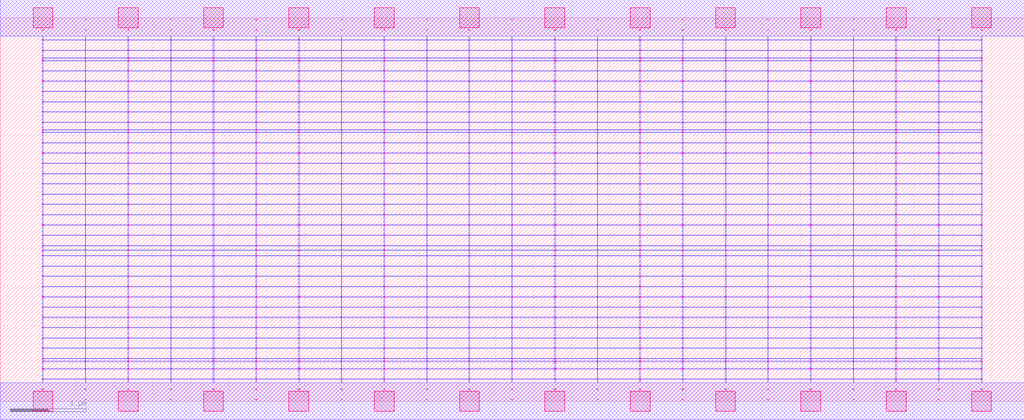
<source format=lef>
MACRO AOAAOOAI211212_DEBUG
 CLASS CORE ;
 FOREIGN AOAAOOAI211212_DEBUG 0 0 ;
 SIZE 13.44 BY 5.04 ;
 ORIGIN 0 0 ;
 SYMMETRY X Y R90 ;
 SITE unit ;

 OBS
    LAYER polycont ;
     RECT 6.71600000 2.58300000 6.72400000 2.59100000 ;
     RECT 6.71600000 2.71800000 6.72400000 2.72600000 ;
     RECT 6.71600000 2.85300000 6.72400000 2.86100000 ;
     RECT 6.71600000 2.98800000 6.72400000 2.99600000 ;
     RECT 8.95600000 2.58300000 8.96400000 2.59100000 ;
     RECT 9.51600000 2.58300000 9.52900000 2.59100000 ;
     RECT 10.07600000 2.58300000 10.08400000 2.59100000 ;
     RECT 10.63100000 2.58300000 10.64400000 2.59100000 ;
     RECT 11.19600000 2.58300000 11.20400000 2.59100000 ;
     RECT 11.75100000 2.58300000 11.76900000 2.59100000 ;
     RECT 12.31600000 2.58300000 12.32400000 2.59100000 ;
     RECT 12.87600000 2.58300000 12.88900000 2.59100000 ;
     RECT 7.27100000 2.58300000 7.28900000 2.59100000 ;
     RECT 7.27100000 2.71800000 7.28900000 2.72600000 ;
     RECT 7.83600000 2.71800000 7.84400000 2.72600000 ;
     RECT 8.39100000 2.71800000 8.40900000 2.72600000 ;
     RECT 8.95600000 2.71800000 8.96400000 2.72600000 ;
     RECT 9.51600000 2.71800000 9.52900000 2.72600000 ;
     RECT 10.07600000 2.71800000 10.08400000 2.72600000 ;
     RECT 10.63100000 2.71800000 10.64400000 2.72600000 ;
     RECT 11.19600000 2.71800000 11.20400000 2.72600000 ;
     RECT 11.75100000 2.71800000 11.76900000 2.72600000 ;
     RECT 12.31600000 2.71800000 12.32400000 2.72600000 ;
     RECT 12.87600000 2.71800000 12.88900000 2.72600000 ;
     RECT 7.83600000 2.58300000 7.84400000 2.59100000 ;
     RECT 7.27100000 2.85300000 7.28900000 2.86100000 ;
     RECT 7.83600000 2.85300000 7.84400000 2.86100000 ;
     RECT 8.39100000 2.85300000 8.40900000 2.86100000 ;
     RECT 8.95600000 2.85300000 8.96400000 2.86100000 ;
     RECT 9.51600000 2.85300000 9.52900000 2.86100000 ;
     RECT 10.07600000 2.85300000 10.08400000 2.86100000 ;
     RECT 10.63100000 2.85300000 10.64400000 2.86100000 ;
     RECT 11.19600000 2.85300000 11.20400000 2.86100000 ;
     RECT 11.75100000 2.85300000 11.76900000 2.86100000 ;
     RECT 12.31600000 2.85300000 12.32400000 2.86100000 ;
     RECT 12.87600000 2.85300000 12.88900000 2.86100000 ;
     RECT 8.39100000 2.58300000 8.40900000 2.59100000 ;
     RECT 7.27100000 2.98800000 7.28900000 2.99600000 ;
     RECT 7.83600000 2.98800000 7.84400000 2.99600000 ;
     RECT 8.39100000 2.98800000 8.40900000 2.99600000 ;
     RECT 8.95600000 2.98800000 8.96400000 2.99600000 ;
     RECT 9.51600000 2.98800000 9.52900000 2.99600000 ;
     RECT 10.07600000 2.98800000 10.08400000 2.99600000 ;
     RECT 10.63100000 2.98800000 10.64400000 2.99600000 ;
     RECT 11.19600000 2.98800000 11.20400000 2.99600000 ;
     RECT 11.75100000 2.98800000 11.76900000 2.99600000 ;
     RECT 12.31600000 2.98800000 12.32400000 2.99600000 ;
     RECT 12.87600000 2.98800000 12.88900000 2.99600000 ;
     RECT 10.07600000 3.12300000 10.08400000 3.13100000 ;
     RECT 10.07600000 3.25800000 10.08400000 3.26600000 ;
     RECT 10.07600000 3.39300000 10.08400000 3.40100000 ;
     RECT 10.07600000 3.52800000 10.08400000 3.53600000 ;
     RECT 10.07600000 3.56100000 10.08400000 3.56900000 ;
     RECT 10.07600000 3.66300000 10.08400000 3.67100000 ;
     RECT 10.07600000 3.79800000 10.08400000 3.80600000 ;
     RECT 10.07600000 3.93300000 10.08400000 3.94100000 ;
     RECT 10.07600000 4.06800000 10.08400000 4.07600000 ;
     RECT 10.07600000 4.20300000 10.08400000 4.21100000 ;
     RECT 10.07600000 4.33800000 10.08400000 4.34600000 ;
     RECT 10.07600000 4.47300000 10.08400000 4.48100000 ;
     RECT 10.07600000 4.51100000 10.08400000 4.51900000 ;
     RECT 10.07600000 4.60800000 10.08400000 4.61600000 ;
     RECT 10.07600000 4.74300000 10.08400000 4.75100000 ;
     RECT 10.07600000 4.87800000 10.08400000 4.88600000 ;
     RECT 5.03600000 2.71800000 5.04900000 2.72600000 ;
     RECT 5.59600000 2.71800000 5.60400000 2.72600000 ;
     RECT 6.15100000 2.71800000 6.16400000 2.72600000 ;
     RECT 1.11600000 2.58300000 1.12400000 2.59100000 ;
     RECT 1.67100000 2.58300000 1.68900000 2.59100000 ;
     RECT 0.55100000 2.98800000 0.56400000 2.99600000 ;
     RECT 1.11600000 2.98800000 1.12400000 2.99600000 ;
     RECT 1.67100000 2.98800000 1.68900000 2.99600000 ;
     RECT 2.23600000 2.98800000 2.24400000 2.99600000 ;
     RECT 2.79100000 2.98800000 2.80900000 2.99600000 ;
     RECT 3.35600000 2.98800000 3.36400000 2.99600000 ;
     RECT 3.91100000 2.98800000 3.92900000 2.99600000 ;
     RECT 4.47600000 2.98800000 4.48400000 2.99600000 ;
     RECT 5.03600000 2.98800000 5.04900000 2.99600000 ;
     RECT 5.59600000 2.98800000 5.60400000 2.99600000 ;
     RECT 6.15100000 2.98800000 6.16400000 2.99600000 ;
     RECT 2.23600000 2.58300000 2.24400000 2.59100000 ;
     RECT 2.79100000 2.58300000 2.80900000 2.59100000 ;
     RECT 3.35600000 2.58300000 3.36400000 2.59100000 ;
     RECT 3.91100000 2.58300000 3.92900000 2.59100000 ;
     RECT 4.47600000 2.58300000 4.48400000 2.59100000 ;
     RECT 5.03600000 2.58300000 5.04900000 2.59100000 ;
     RECT 5.59600000 2.58300000 5.60400000 2.59100000 ;
     RECT 6.15100000 2.58300000 6.16400000 2.59100000 ;
     RECT 0.55100000 2.58300000 0.56400000 2.59100000 ;
     RECT 0.55100000 2.71800000 0.56400000 2.72600000 ;
     RECT 0.55100000 2.85300000 0.56400000 2.86100000 ;
     RECT 1.11600000 2.85300000 1.12400000 2.86100000 ;
     RECT 5.59600000 3.12300000 5.60400000 3.13100000 ;
     RECT 1.67100000 2.85300000 1.68900000 2.86100000 ;
     RECT 5.59600000 3.25800000 5.60400000 3.26600000 ;
     RECT 2.23600000 2.85300000 2.24400000 2.86100000 ;
     RECT 5.59600000 3.39300000 5.60400000 3.40100000 ;
     RECT 2.79100000 2.85300000 2.80900000 2.86100000 ;
     RECT 5.59600000 3.52800000 5.60400000 3.53600000 ;
     RECT 3.35600000 2.85300000 3.36400000 2.86100000 ;
     RECT 5.59600000 3.56100000 5.60400000 3.56900000 ;
     RECT 3.91100000 2.85300000 3.92900000 2.86100000 ;
     RECT 5.59600000 3.66300000 5.60400000 3.67100000 ;
     RECT 4.47600000 2.85300000 4.48400000 2.86100000 ;
     RECT 5.59600000 3.79800000 5.60400000 3.80600000 ;
     RECT 5.03600000 2.85300000 5.04900000 2.86100000 ;
     RECT 5.59600000 3.93300000 5.60400000 3.94100000 ;
     RECT 5.59600000 2.85300000 5.60400000 2.86100000 ;
     RECT 5.59600000 4.06800000 5.60400000 4.07600000 ;
     RECT 6.15100000 2.85300000 6.16400000 2.86100000 ;
     RECT 5.59600000 4.20300000 5.60400000 4.21100000 ;
     RECT 1.11600000 2.71800000 1.12400000 2.72600000 ;
     RECT 5.59600000 4.33800000 5.60400000 4.34600000 ;
     RECT 1.67100000 2.71800000 1.68900000 2.72600000 ;
     RECT 5.59600000 4.47300000 5.60400000 4.48100000 ;
     RECT 2.23600000 2.71800000 2.24400000 2.72600000 ;
     RECT 5.59600000 4.51100000 5.60400000 4.51900000 ;
     RECT 2.79100000 2.71800000 2.80900000 2.72600000 ;
     RECT 5.59600000 4.60800000 5.60400000 4.61600000 ;
     RECT 3.35600000 2.71800000 3.36400000 2.72600000 ;
     RECT 5.59600000 4.74300000 5.60400000 4.75100000 ;
     RECT 3.91100000 2.71800000 3.92900000 2.72600000 ;
     RECT 5.59600000 4.87800000 5.60400000 4.88600000 ;
     RECT 4.47600000 2.71800000 4.48400000 2.72600000 ;
     RECT 3.35600000 0.55800000 3.36400000 0.56600000 ;
     RECT 3.35600000 0.69300000 3.36400000 0.70100000 ;
     RECT 3.35600000 0.82800000 3.36400000 0.83600000 ;
     RECT 3.35600000 0.96300000 3.36400000 0.97100000 ;
     RECT 3.35600000 1.09800000 3.36400000 1.10600000 ;
     RECT 3.35600000 1.23300000 3.36400000 1.24100000 ;
     RECT 3.35600000 1.36800000 3.36400000 1.37600000 ;
     RECT 3.35600000 1.50300000 3.36400000 1.51100000 ;
     RECT 3.35600000 1.63800000 3.36400000 1.64600000 ;
     RECT 3.35600000 1.77300000 3.36400000 1.78100000 ;
     RECT 3.35600000 1.90800000 3.36400000 1.91600000 ;
     RECT 3.35600000 1.98100000 3.36400000 1.98900000 ;
     RECT 3.35600000 2.04300000 3.36400000 2.05100000 ;
     RECT 3.35600000 2.17800000 3.36400000 2.18600000 ;
     RECT 3.35600000 2.31300000 3.36400000 2.32100000 ;
     RECT 3.35600000 2.44800000 3.36400000 2.45600000 ;
     RECT 3.35600000 0.15300000 3.36400000 0.16100000 ;
     RECT 3.35600000 0.28800000 3.36400000 0.29600000 ;
     RECT 3.35600000 0.42300000 3.36400000 0.43100000 ;
     RECT 3.35600000 0.52100000 3.36400000 0.52900000 ;
     RECT 8.95600000 0.28800000 8.96400000 0.29600000 ;
     RECT 8.95600000 1.63800000 8.96400000 1.64600000 ;
     RECT 8.95600000 0.82800000 8.96400000 0.83600000 ;
     RECT 8.95600000 1.77300000 8.96400000 1.78100000 ;
     RECT 8.95600000 0.52100000 8.96400000 0.52900000 ;
     RECT 8.95600000 1.90800000 8.96400000 1.91600000 ;
     RECT 8.95600000 0.96300000 8.96400000 0.97100000 ;
     RECT 8.95600000 1.98100000 8.96400000 1.98900000 ;
     RECT 8.95600000 0.15300000 8.96400000 0.16100000 ;
     RECT 8.95600000 2.04300000 8.96400000 2.05100000 ;
     RECT 8.95600000 1.09800000 8.96400000 1.10600000 ;
     RECT 8.95600000 2.17800000 8.96400000 2.18600000 ;
     RECT 8.95600000 0.55800000 8.96400000 0.56600000 ;
     RECT 8.95600000 2.31300000 8.96400000 2.32100000 ;
     RECT 8.95600000 1.23300000 8.96400000 1.24100000 ;
     RECT 8.95600000 2.44800000 8.96400000 2.45600000 ;
     RECT 8.95600000 0.42300000 8.96400000 0.43100000 ;
     RECT 8.95600000 1.36800000 8.96400000 1.37600000 ;
     RECT 8.95600000 0.69300000 8.96400000 0.70100000 ;
     RECT 8.95600000 1.50300000 8.96400000 1.51100000 ;

    LAYER pdiffc ;
     RECT 0.55100000 3.39300000 0.55900000 3.40100000 ;
     RECT 5.04100000 3.39300000 5.04900000 3.40100000 ;
     RECT 6.15100000 3.39300000 6.15900000 3.40100000 ;
     RECT 9.52100000 3.39300000 9.52900000 3.40100000 ;
     RECT 10.63100000 3.39300000 10.63900000 3.40100000 ;
     RECT 12.88100000 3.39300000 12.88900000 3.40100000 ;
     RECT 0.55100000 3.52800000 0.55900000 3.53600000 ;
     RECT 5.04100000 3.52800000 5.04900000 3.53600000 ;
     RECT 6.15100000 3.52800000 6.15900000 3.53600000 ;
     RECT 9.52100000 3.52800000 9.52900000 3.53600000 ;
     RECT 10.63100000 3.52800000 10.63900000 3.53600000 ;
     RECT 12.88100000 3.52800000 12.88900000 3.53600000 ;
     RECT 0.55100000 3.56100000 0.55900000 3.56900000 ;
     RECT 5.04100000 3.56100000 5.04900000 3.56900000 ;
     RECT 6.15100000 3.56100000 6.15900000 3.56900000 ;
     RECT 9.52100000 3.56100000 9.52900000 3.56900000 ;
     RECT 10.63100000 3.56100000 10.63900000 3.56900000 ;
     RECT 12.88100000 3.56100000 12.88900000 3.56900000 ;
     RECT 0.55100000 3.66300000 0.55900000 3.67100000 ;
     RECT 5.04100000 3.66300000 5.04900000 3.67100000 ;
     RECT 6.15100000 3.66300000 6.15900000 3.67100000 ;
     RECT 9.52100000 3.66300000 9.52900000 3.67100000 ;
     RECT 10.63100000 3.66300000 10.63900000 3.67100000 ;
     RECT 12.88100000 3.66300000 12.88900000 3.67100000 ;
     RECT 0.55100000 3.79800000 0.55900000 3.80600000 ;
     RECT 5.04100000 3.79800000 5.04900000 3.80600000 ;
     RECT 6.15100000 3.79800000 6.15900000 3.80600000 ;
     RECT 9.52100000 3.79800000 9.52900000 3.80600000 ;
     RECT 10.63100000 3.79800000 10.63900000 3.80600000 ;
     RECT 12.88100000 3.79800000 12.88900000 3.80600000 ;
     RECT 0.55100000 3.93300000 0.55900000 3.94100000 ;
     RECT 5.04100000 3.93300000 5.04900000 3.94100000 ;
     RECT 6.15100000 3.93300000 6.15900000 3.94100000 ;
     RECT 9.52100000 3.93300000 9.52900000 3.94100000 ;
     RECT 10.63100000 3.93300000 10.63900000 3.94100000 ;
     RECT 12.88100000 3.93300000 12.88900000 3.94100000 ;
     RECT 0.55100000 4.06800000 0.55900000 4.07600000 ;
     RECT 5.04100000 4.06800000 5.04900000 4.07600000 ;
     RECT 6.15100000 4.06800000 6.15900000 4.07600000 ;
     RECT 9.52100000 4.06800000 9.52900000 4.07600000 ;
     RECT 10.63100000 4.06800000 10.63900000 4.07600000 ;
     RECT 12.88100000 4.06800000 12.88900000 4.07600000 ;
     RECT 0.55100000 4.20300000 0.55900000 4.21100000 ;
     RECT 5.04100000 4.20300000 5.04900000 4.21100000 ;
     RECT 6.15100000 4.20300000 6.15900000 4.21100000 ;
     RECT 9.52100000 4.20300000 9.52900000 4.21100000 ;
     RECT 10.63100000 4.20300000 10.63900000 4.21100000 ;
     RECT 12.88100000 4.20300000 12.88900000 4.21100000 ;
     RECT 0.55100000 4.33800000 0.55900000 4.34600000 ;
     RECT 5.04100000 4.33800000 5.04900000 4.34600000 ;
     RECT 6.15100000 4.33800000 6.15900000 4.34600000 ;
     RECT 9.52100000 4.33800000 9.52900000 4.34600000 ;
     RECT 10.63100000 4.33800000 10.63900000 4.34600000 ;
     RECT 12.88100000 4.33800000 12.88900000 4.34600000 ;
     RECT 0.55100000 4.47300000 0.55900000 4.48100000 ;
     RECT 5.04100000 4.47300000 5.04900000 4.48100000 ;
     RECT 6.15100000 4.47300000 6.15900000 4.48100000 ;
     RECT 9.52100000 4.47300000 9.52900000 4.48100000 ;
     RECT 10.63100000 4.47300000 10.63900000 4.48100000 ;
     RECT 12.88100000 4.47300000 12.88900000 4.48100000 ;
     RECT 0.55100000 4.51100000 0.55900000 4.51900000 ;
     RECT 5.04100000 4.51100000 5.04900000 4.51900000 ;
     RECT 6.15100000 4.51100000 6.15900000 4.51900000 ;
     RECT 9.52100000 4.51100000 9.52900000 4.51900000 ;
     RECT 10.63100000 4.51100000 10.63900000 4.51900000 ;
     RECT 12.88100000 4.51100000 12.88900000 4.51900000 ;
     RECT 0.55100000 4.60800000 0.55900000 4.61600000 ;
     RECT 5.04100000 4.60800000 5.04900000 4.61600000 ;
     RECT 6.15100000 4.60800000 6.15900000 4.61600000 ;
     RECT 9.52100000 4.60800000 9.52900000 4.61600000 ;
     RECT 10.63100000 4.60800000 10.63900000 4.61600000 ;
     RECT 12.88100000 4.60800000 12.88900000 4.61600000 ;

    LAYER ndiffc ;
     RECT 7.27100000 0.42300000 7.28900000 0.43100000 ;
     RECT 8.39100000 0.42300000 8.40900000 0.43100000 ;
     RECT 9.51600000 0.42300000 9.52900000 0.43100000 ;
     RECT 10.63100000 0.42300000 10.64400000 0.43100000 ;
     RECT 11.75100000 0.42300000 11.76900000 0.43100000 ;
     RECT 12.87600000 0.42300000 12.88900000 0.43100000 ;
     RECT 7.27100000 0.52100000 7.28900000 0.52900000 ;
     RECT 8.39100000 0.52100000 8.40900000 0.52900000 ;
     RECT 9.51600000 0.52100000 9.52900000 0.52900000 ;
     RECT 10.63100000 0.52100000 10.64400000 0.52900000 ;
     RECT 11.75100000 0.52100000 11.76900000 0.52900000 ;
     RECT 12.87600000 0.52100000 12.88900000 0.52900000 ;
     RECT 7.27100000 0.55800000 7.28900000 0.56600000 ;
     RECT 8.39100000 0.55800000 8.40900000 0.56600000 ;
     RECT 9.51600000 0.55800000 9.52900000 0.56600000 ;
     RECT 10.63100000 0.55800000 10.64400000 0.56600000 ;
     RECT 11.75100000 0.55800000 11.76900000 0.56600000 ;
     RECT 12.87600000 0.55800000 12.88900000 0.56600000 ;
     RECT 7.27100000 0.69300000 7.28900000 0.70100000 ;
     RECT 8.39100000 0.69300000 8.40900000 0.70100000 ;
     RECT 9.51600000 0.69300000 9.52900000 0.70100000 ;
     RECT 10.63100000 0.69300000 10.64400000 0.70100000 ;
     RECT 11.75100000 0.69300000 11.76900000 0.70100000 ;
     RECT 12.87600000 0.69300000 12.88900000 0.70100000 ;
     RECT 7.27100000 0.82800000 7.28900000 0.83600000 ;
     RECT 8.39100000 0.82800000 8.40900000 0.83600000 ;
     RECT 9.51600000 0.82800000 9.52900000 0.83600000 ;
     RECT 10.63100000 0.82800000 10.64400000 0.83600000 ;
     RECT 11.75100000 0.82800000 11.76900000 0.83600000 ;
     RECT 12.87600000 0.82800000 12.88900000 0.83600000 ;
     RECT 7.27100000 0.96300000 7.28900000 0.97100000 ;
     RECT 8.39100000 0.96300000 8.40900000 0.97100000 ;
     RECT 9.51600000 0.96300000 9.52900000 0.97100000 ;
     RECT 10.63100000 0.96300000 10.64400000 0.97100000 ;
     RECT 11.75100000 0.96300000 11.76900000 0.97100000 ;
     RECT 12.87600000 0.96300000 12.88900000 0.97100000 ;
     RECT 7.27100000 1.09800000 7.28900000 1.10600000 ;
     RECT 8.39100000 1.09800000 8.40900000 1.10600000 ;
     RECT 9.51600000 1.09800000 9.52900000 1.10600000 ;
     RECT 10.63100000 1.09800000 10.64400000 1.10600000 ;
     RECT 11.75100000 1.09800000 11.76900000 1.10600000 ;
     RECT 12.87600000 1.09800000 12.88900000 1.10600000 ;
     RECT 7.27100000 1.23300000 7.28900000 1.24100000 ;
     RECT 8.39100000 1.23300000 8.40900000 1.24100000 ;
     RECT 9.51600000 1.23300000 9.52900000 1.24100000 ;
     RECT 10.63100000 1.23300000 10.64400000 1.24100000 ;
     RECT 11.75100000 1.23300000 11.76900000 1.24100000 ;
     RECT 12.87600000 1.23300000 12.88900000 1.24100000 ;
     RECT 7.27100000 1.36800000 7.28900000 1.37600000 ;
     RECT 8.39100000 1.36800000 8.40900000 1.37600000 ;
     RECT 9.51600000 1.36800000 9.52900000 1.37600000 ;
     RECT 10.63100000 1.36800000 10.64400000 1.37600000 ;
     RECT 11.75100000 1.36800000 11.76900000 1.37600000 ;
     RECT 12.87600000 1.36800000 12.88900000 1.37600000 ;
     RECT 7.27100000 1.50300000 7.28900000 1.51100000 ;
     RECT 8.39100000 1.50300000 8.40900000 1.51100000 ;
     RECT 9.51600000 1.50300000 9.52900000 1.51100000 ;
     RECT 10.63100000 1.50300000 10.64400000 1.51100000 ;
     RECT 11.75100000 1.50300000 11.76900000 1.51100000 ;
     RECT 12.87600000 1.50300000 12.88900000 1.51100000 ;
     RECT 7.27100000 1.63800000 7.28900000 1.64600000 ;
     RECT 8.39100000 1.63800000 8.40900000 1.64600000 ;
     RECT 9.51600000 1.63800000 9.52900000 1.64600000 ;
     RECT 10.63100000 1.63800000 10.64400000 1.64600000 ;
     RECT 11.75100000 1.63800000 11.76900000 1.64600000 ;
     RECT 12.87600000 1.63800000 12.88900000 1.64600000 ;
     RECT 7.27100000 1.77300000 7.28900000 1.78100000 ;
     RECT 8.39100000 1.77300000 8.40900000 1.78100000 ;
     RECT 9.51600000 1.77300000 9.52900000 1.78100000 ;
     RECT 10.63100000 1.77300000 10.64400000 1.78100000 ;
     RECT 11.75100000 1.77300000 11.76900000 1.78100000 ;
     RECT 12.87600000 1.77300000 12.88900000 1.78100000 ;
     RECT 7.27100000 1.90800000 7.28900000 1.91600000 ;
     RECT 8.39100000 1.90800000 8.40900000 1.91600000 ;
     RECT 9.51600000 1.90800000 9.52900000 1.91600000 ;
     RECT 10.63100000 1.90800000 10.64400000 1.91600000 ;
     RECT 11.75100000 1.90800000 11.76900000 1.91600000 ;
     RECT 12.87600000 1.90800000 12.88900000 1.91600000 ;
     RECT 7.27100000 1.98100000 7.28900000 1.98900000 ;
     RECT 8.39100000 1.98100000 8.40900000 1.98900000 ;
     RECT 9.51600000 1.98100000 9.52900000 1.98900000 ;
     RECT 10.63100000 1.98100000 10.64400000 1.98900000 ;
     RECT 11.75100000 1.98100000 11.76900000 1.98900000 ;
     RECT 12.87600000 1.98100000 12.88900000 1.98900000 ;
     RECT 7.27100000 2.04300000 7.28900000 2.05100000 ;
     RECT 8.39100000 2.04300000 8.40900000 2.05100000 ;
     RECT 9.51600000 2.04300000 9.52900000 2.05100000 ;
     RECT 10.63100000 2.04300000 10.64400000 2.05100000 ;
     RECT 11.75100000 2.04300000 11.76900000 2.05100000 ;
     RECT 12.87600000 2.04300000 12.88900000 2.05100000 ;
     RECT 0.55100000 0.42300000 0.56400000 0.43100000 ;
     RECT 1.67100000 0.42300000 1.68900000 0.43100000 ;
     RECT 2.79100000 0.42300000 2.80900000 0.43100000 ;
     RECT 3.91100000 0.42300000 3.92900000 0.43100000 ;
     RECT 5.03600000 0.42300000 5.04900000 0.43100000 ;
     RECT 6.15100000 0.42300000 6.16400000 0.43100000 ;
     RECT 0.55100000 1.36800000 0.56400000 1.37600000 ;
     RECT 1.67100000 1.36800000 1.68900000 1.37600000 ;
     RECT 2.79100000 1.36800000 2.80900000 1.37600000 ;
     RECT 3.91100000 1.36800000 3.92900000 1.37600000 ;
     RECT 5.03600000 1.36800000 5.04900000 1.37600000 ;
     RECT 6.15100000 1.36800000 6.16400000 1.37600000 ;
     RECT 0.55100000 0.82800000 0.56400000 0.83600000 ;
     RECT 1.67100000 0.82800000 1.68900000 0.83600000 ;
     RECT 2.79100000 0.82800000 2.80900000 0.83600000 ;
     RECT 3.91100000 0.82800000 3.92900000 0.83600000 ;
     RECT 5.03600000 0.82800000 5.04900000 0.83600000 ;
     RECT 6.15100000 0.82800000 6.16400000 0.83600000 ;
     RECT 0.55100000 1.50300000 0.56400000 1.51100000 ;
     RECT 1.67100000 1.50300000 1.68900000 1.51100000 ;
     RECT 2.79100000 1.50300000 2.80900000 1.51100000 ;
     RECT 3.91100000 1.50300000 3.92900000 1.51100000 ;
     RECT 5.03600000 1.50300000 5.04900000 1.51100000 ;
     RECT 6.15100000 1.50300000 6.16400000 1.51100000 ;
     RECT 0.55100000 0.55800000 0.56400000 0.56600000 ;
     RECT 1.67100000 0.55800000 1.68900000 0.56600000 ;
     RECT 2.79100000 0.55800000 2.80900000 0.56600000 ;
     RECT 3.91100000 0.55800000 3.92900000 0.56600000 ;
     RECT 5.03600000 0.55800000 5.04900000 0.56600000 ;
     RECT 6.15100000 0.55800000 6.16400000 0.56600000 ;
     RECT 0.55100000 1.63800000 0.56400000 1.64600000 ;
     RECT 1.67100000 1.63800000 1.68900000 1.64600000 ;
     RECT 2.79100000 1.63800000 2.80900000 1.64600000 ;
     RECT 3.91100000 1.63800000 3.92900000 1.64600000 ;
     RECT 5.03600000 1.63800000 5.04900000 1.64600000 ;
     RECT 6.15100000 1.63800000 6.16400000 1.64600000 ;
     RECT 0.55100000 0.96300000 0.56400000 0.97100000 ;
     RECT 1.67100000 0.96300000 1.68900000 0.97100000 ;
     RECT 2.79100000 0.96300000 2.80900000 0.97100000 ;
     RECT 3.91100000 0.96300000 3.92900000 0.97100000 ;
     RECT 5.03600000 0.96300000 5.04900000 0.97100000 ;
     RECT 6.15100000 0.96300000 6.16400000 0.97100000 ;
     RECT 0.55100000 1.77300000 0.56400000 1.78100000 ;
     RECT 1.67100000 1.77300000 1.68900000 1.78100000 ;
     RECT 2.79100000 1.77300000 2.80900000 1.78100000 ;
     RECT 3.91100000 1.77300000 3.92900000 1.78100000 ;
     RECT 5.03600000 1.77300000 5.04900000 1.78100000 ;
     RECT 6.15100000 1.77300000 6.16400000 1.78100000 ;
     RECT 0.55100000 0.52100000 0.56400000 0.52900000 ;
     RECT 1.67100000 0.52100000 1.68900000 0.52900000 ;
     RECT 2.79100000 0.52100000 2.80900000 0.52900000 ;
     RECT 3.91100000 0.52100000 3.92900000 0.52900000 ;
     RECT 5.03600000 0.52100000 5.04900000 0.52900000 ;
     RECT 6.15100000 0.52100000 6.16400000 0.52900000 ;
     RECT 0.55100000 1.90800000 0.56400000 1.91600000 ;
     RECT 1.67100000 1.90800000 1.68900000 1.91600000 ;
     RECT 2.79100000 1.90800000 2.80900000 1.91600000 ;
     RECT 3.91100000 1.90800000 3.92900000 1.91600000 ;
     RECT 5.03600000 1.90800000 5.04900000 1.91600000 ;
     RECT 6.15100000 1.90800000 6.16400000 1.91600000 ;
     RECT 0.55100000 1.09800000 0.56400000 1.10600000 ;
     RECT 1.67100000 1.09800000 1.68900000 1.10600000 ;
     RECT 2.79100000 1.09800000 2.80900000 1.10600000 ;
     RECT 3.91100000 1.09800000 3.92900000 1.10600000 ;
     RECT 5.03600000 1.09800000 5.04900000 1.10600000 ;
     RECT 6.15100000 1.09800000 6.16400000 1.10600000 ;
     RECT 0.55100000 1.98100000 0.56400000 1.98900000 ;
     RECT 1.67100000 1.98100000 1.68900000 1.98900000 ;
     RECT 2.79100000 1.98100000 2.80900000 1.98900000 ;
     RECT 3.91100000 1.98100000 3.92900000 1.98900000 ;
     RECT 5.03600000 1.98100000 5.04900000 1.98900000 ;
     RECT 6.15100000 1.98100000 6.16400000 1.98900000 ;
     RECT 0.55100000 0.69300000 0.56400000 0.70100000 ;
     RECT 1.67100000 0.69300000 1.68900000 0.70100000 ;
     RECT 2.79100000 0.69300000 2.80900000 0.70100000 ;
     RECT 3.91100000 0.69300000 3.92900000 0.70100000 ;
     RECT 5.03600000 0.69300000 5.04900000 0.70100000 ;
     RECT 6.15100000 0.69300000 6.16400000 0.70100000 ;
     RECT 0.55100000 2.04300000 0.56400000 2.05100000 ;
     RECT 1.67100000 2.04300000 1.68900000 2.05100000 ;
     RECT 2.79100000 2.04300000 2.80900000 2.05100000 ;
     RECT 3.91100000 2.04300000 3.92900000 2.05100000 ;
     RECT 5.03600000 2.04300000 5.04900000 2.05100000 ;
     RECT 6.15100000 2.04300000 6.16400000 2.05100000 ;
     RECT 0.55100000 1.23300000 0.56400000 1.24100000 ;
     RECT 1.67100000 1.23300000 1.68900000 1.24100000 ;
     RECT 2.79100000 1.23300000 2.80900000 1.24100000 ;
     RECT 3.91100000 1.23300000 3.92900000 1.24100000 ;
     RECT 5.03600000 1.23300000 5.04900000 1.24100000 ;
     RECT 6.15100000 1.23300000 6.16400000 1.24100000 ;

    LAYER met1 ;
     RECT 0.00000000 -0.24000000 13.44000000 0.24000000 ;
     RECT 6.71600000 0.24000000 6.72400000 0.28800000 ;
     RECT 0.55100000 0.28800000 12.88900000 0.29600000 ;
     RECT 6.71600000 0.29600000 6.72400000 0.42300000 ;
     RECT 0.55100000 0.42300000 12.88900000 0.43100000 ;
     RECT 6.71600000 0.43100000 6.72400000 0.52100000 ;
     RECT 0.55100000 0.52100000 12.88900000 0.52900000 ;
     RECT 6.71600000 0.52900000 6.72400000 0.55800000 ;
     RECT 0.55100000 0.55800000 12.88900000 0.56600000 ;
     RECT 6.71600000 0.56600000 6.72400000 0.69300000 ;
     RECT 0.55100000 0.69300000 12.88900000 0.70100000 ;
     RECT 6.71600000 0.70100000 6.72400000 0.82800000 ;
     RECT 0.55100000 0.82800000 12.88900000 0.83600000 ;
     RECT 6.71600000 0.83600000 6.72400000 0.96300000 ;
     RECT 0.55100000 0.96300000 12.88900000 0.97100000 ;
     RECT 6.71600000 0.97100000 6.72400000 1.09800000 ;
     RECT 0.55100000 1.09800000 12.88900000 1.10600000 ;
     RECT 6.71600000 1.10600000 6.72400000 1.23300000 ;
     RECT 0.55100000 1.23300000 12.88900000 1.24100000 ;
     RECT 6.71600000 1.24100000 6.72400000 1.36800000 ;
     RECT 0.55100000 1.36800000 12.88900000 1.37600000 ;
     RECT 6.71600000 1.37600000 6.72400000 1.50300000 ;
     RECT 0.55100000 1.50300000 12.88900000 1.51100000 ;
     RECT 6.71600000 1.51100000 6.72400000 1.63800000 ;
     RECT 0.55100000 1.63800000 12.88900000 1.64600000 ;
     RECT 6.71600000 1.64600000 6.72400000 1.77300000 ;
     RECT 0.55100000 1.77300000 12.88900000 1.78100000 ;
     RECT 6.71600000 1.78100000 6.72400000 1.90800000 ;
     RECT 0.55100000 1.90800000 12.88900000 1.91600000 ;
     RECT 6.71600000 1.91600000 6.72400000 1.98100000 ;
     RECT 0.55100000 1.98100000 12.88900000 1.98900000 ;
     RECT 6.71600000 1.98900000 6.72400000 2.04300000 ;
     RECT 0.55100000 2.04300000 12.88900000 2.05100000 ;
     RECT 6.71600000 2.05100000 6.72400000 2.17800000 ;
     RECT 0.55100000 2.17800000 12.88900000 2.18600000 ;
     RECT 6.71600000 2.18600000 6.72400000 2.31300000 ;
     RECT 0.55100000 2.31300000 12.88900000 2.32100000 ;
     RECT 6.71600000 2.32100000 6.72400000 2.44800000 ;
     RECT 0.55100000 2.44800000 12.88900000 2.45600000 ;
     RECT 0.55100000 2.45600000 0.56400000 2.58300000 ;
     RECT 1.11600000 2.45600000 1.12400000 2.58300000 ;
     RECT 1.67100000 2.45600000 1.68900000 2.58300000 ;
     RECT 2.23600000 2.45600000 2.24400000 2.58300000 ;
     RECT 2.79100000 2.45600000 2.80900000 2.58300000 ;
     RECT 3.35600000 2.45600000 3.36400000 2.58300000 ;
     RECT 3.91100000 2.45600000 3.92900000 2.58300000 ;
     RECT 4.47600000 2.45600000 4.48400000 2.58300000 ;
     RECT 5.03600000 2.45600000 5.04900000 2.58300000 ;
     RECT 5.59600000 2.45600000 5.60400000 2.58300000 ;
     RECT 6.15100000 2.45600000 6.16400000 2.58300000 ;
     RECT 6.71600000 2.45600000 6.72400000 2.58300000 ;
     RECT 7.27100000 2.45600000 7.28900000 2.58300000 ;
     RECT 7.83600000 2.45600000 7.84400000 2.58300000 ;
     RECT 8.39100000 2.45600000 8.40900000 2.58300000 ;
     RECT 8.95600000 2.45600000 8.96400000 2.58300000 ;
     RECT 9.51600000 2.45600000 9.52900000 2.58300000 ;
     RECT 10.07600000 2.45600000 10.08400000 2.58300000 ;
     RECT 10.63100000 2.45600000 10.64400000 2.58300000 ;
     RECT 11.19600000 2.45600000 11.20400000 2.58300000 ;
     RECT 11.75100000 2.45600000 11.76900000 2.58300000 ;
     RECT 12.31600000 2.45600000 12.32400000 2.58300000 ;
     RECT 12.87600000 2.45600000 12.88900000 2.58300000 ;
     RECT 0.55100000 2.58300000 12.88900000 2.59100000 ;
     RECT 6.71600000 2.59100000 6.72400000 2.71800000 ;
     RECT 0.55100000 2.71800000 12.88900000 2.72600000 ;
     RECT 6.71600000 2.72600000 6.72400000 2.85300000 ;
     RECT 0.55100000 2.85300000 12.88900000 2.86100000 ;
     RECT 6.71600000 2.86100000 6.72400000 2.98800000 ;
     RECT 0.55100000 2.98800000 12.88900000 2.99600000 ;
     RECT 6.71600000 2.99600000 6.72400000 3.12300000 ;
     RECT 0.55100000 3.12300000 12.88900000 3.13100000 ;
     RECT 6.71600000 3.13100000 6.72400000 3.25800000 ;
     RECT 0.55100000 3.25800000 12.88900000 3.26600000 ;
     RECT 6.71600000 3.26600000 6.72400000 3.39300000 ;
     RECT 0.55100000 3.39300000 12.88900000 3.40100000 ;
     RECT 6.71600000 3.40100000 6.72400000 3.52800000 ;
     RECT 0.55100000 3.52800000 12.88900000 3.53600000 ;
     RECT 6.71600000 3.53600000 6.72400000 3.56100000 ;
     RECT 0.55100000 3.56100000 12.88900000 3.56900000 ;
     RECT 6.71600000 3.56900000 6.72400000 3.66300000 ;
     RECT 0.55100000 3.66300000 12.88900000 3.67100000 ;
     RECT 6.71600000 3.67100000 6.72400000 3.79800000 ;
     RECT 0.55100000 3.79800000 12.88900000 3.80600000 ;
     RECT 6.71600000 3.80600000 6.72400000 3.93300000 ;
     RECT 0.55100000 3.93300000 12.88900000 3.94100000 ;
     RECT 6.71600000 3.94100000 6.72400000 4.06800000 ;
     RECT 0.55100000 4.06800000 12.88900000 4.07600000 ;
     RECT 6.71600000 4.07600000 6.72400000 4.20300000 ;
     RECT 0.55100000 4.20300000 12.88900000 4.21100000 ;
     RECT 6.71600000 4.21100000 6.72400000 4.33800000 ;
     RECT 0.55100000 4.33800000 12.88900000 4.34600000 ;
     RECT 6.71600000 4.34600000 6.72400000 4.47300000 ;
     RECT 0.55100000 4.47300000 12.88900000 4.48100000 ;
     RECT 6.71600000 4.48100000 6.72400000 4.51100000 ;
     RECT 0.55100000 4.51100000 12.88900000 4.51900000 ;
     RECT 6.71600000 4.51900000 6.72400000 4.60800000 ;
     RECT 0.55100000 4.60800000 12.88900000 4.61600000 ;
     RECT 6.71600000 4.61600000 6.72400000 4.74300000 ;
     RECT 0.55100000 4.74300000 12.88900000 4.75100000 ;
     RECT 6.71600000 4.75100000 6.72400000 4.80000000 ;
     RECT 0.00000000 4.80000000 13.44000000 5.28000000 ;
     RECT 10.07600000 2.59100000 10.08400000 2.71800000 ;
     RECT 10.07600000 2.99600000 10.08400000 3.12300000 ;
     RECT 10.07600000 3.13100000 10.08400000 3.25800000 ;
     RECT 10.07600000 3.26600000 10.08400000 3.39300000 ;
     RECT 10.07600000 3.40100000 10.08400000 3.52800000 ;
     RECT 10.07600000 3.53600000 10.08400000 3.56100000 ;
     RECT 10.07600000 3.56900000 10.08400000 3.66300000 ;
     RECT 10.07600000 3.67100000 10.08400000 3.79800000 ;
     RECT 10.07600000 2.72600000 10.08400000 2.85300000 ;
     RECT 7.27100000 3.80600000 7.28900000 3.93300000 ;
     RECT 7.83600000 3.80600000 7.84400000 3.93300000 ;
     RECT 8.39100000 3.80600000 8.40900000 3.93300000 ;
     RECT 8.95600000 3.80600000 8.96400000 3.93300000 ;
     RECT 9.51600000 3.80600000 9.52900000 3.93300000 ;
     RECT 10.07600000 3.80600000 10.08400000 3.93300000 ;
     RECT 10.63100000 3.80600000 10.64400000 3.93300000 ;
     RECT 11.19600000 3.80600000 11.20400000 3.93300000 ;
     RECT 11.75100000 3.80600000 11.76900000 3.93300000 ;
     RECT 12.31600000 3.80600000 12.32400000 3.93300000 ;
     RECT 12.87600000 3.80600000 12.88900000 3.93300000 ;
     RECT 10.07600000 3.94100000 10.08400000 4.06800000 ;
     RECT 10.07600000 4.07600000 10.08400000 4.20300000 ;
     RECT 10.07600000 4.21100000 10.08400000 4.33800000 ;
     RECT 10.07600000 4.34600000 10.08400000 4.47300000 ;
     RECT 10.07600000 4.48100000 10.08400000 4.51100000 ;
     RECT 10.07600000 2.86100000 10.08400000 2.98800000 ;
     RECT 10.07600000 4.51900000 10.08400000 4.60800000 ;
     RECT 10.07600000 4.61600000 10.08400000 4.74300000 ;
     RECT 10.07600000 4.75100000 10.08400000 4.80000000 ;
     RECT 11.75100000 4.07600000 11.76900000 4.20300000 ;
     RECT 12.31600000 4.07600000 12.32400000 4.20300000 ;
     RECT 12.87600000 4.07600000 12.88900000 4.20300000 ;
     RECT 11.19600000 3.94100000 11.20400000 4.06800000 ;
     RECT 10.63100000 4.21100000 10.64400000 4.33800000 ;
     RECT 11.19600000 4.21100000 11.20400000 4.33800000 ;
     RECT 11.75100000 4.21100000 11.76900000 4.33800000 ;
     RECT 12.31600000 4.21100000 12.32400000 4.33800000 ;
     RECT 12.87600000 4.21100000 12.88900000 4.33800000 ;
     RECT 11.75100000 3.94100000 11.76900000 4.06800000 ;
     RECT 10.63100000 4.34600000 10.64400000 4.47300000 ;
     RECT 11.19600000 4.34600000 11.20400000 4.47300000 ;
     RECT 11.75100000 4.34600000 11.76900000 4.47300000 ;
     RECT 12.31600000 4.34600000 12.32400000 4.47300000 ;
     RECT 12.87600000 4.34600000 12.88900000 4.47300000 ;
     RECT 12.31600000 3.94100000 12.32400000 4.06800000 ;
     RECT 10.63100000 4.48100000 10.64400000 4.51100000 ;
     RECT 11.19600000 4.48100000 11.20400000 4.51100000 ;
     RECT 11.75100000 4.48100000 11.76900000 4.51100000 ;
     RECT 12.31600000 4.48100000 12.32400000 4.51100000 ;
     RECT 12.87600000 4.48100000 12.88900000 4.51100000 ;
     RECT 12.87600000 3.94100000 12.88900000 4.06800000 ;
     RECT 10.63100000 3.94100000 10.64400000 4.06800000 ;
     RECT 10.63100000 4.51900000 10.64400000 4.60800000 ;
     RECT 11.19600000 4.51900000 11.20400000 4.60800000 ;
     RECT 11.75100000 4.51900000 11.76900000 4.60800000 ;
     RECT 12.31600000 4.51900000 12.32400000 4.60800000 ;
     RECT 12.87600000 4.51900000 12.88900000 4.60800000 ;
     RECT 10.63100000 4.07600000 10.64400000 4.20300000 ;
     RECT 10.63100000 4.61600000 10.64400000 4.74300000 ;
     RECT 11.19600000 4.61600000 11.20400000 4.74300000 ;
     RECT 11.75100000 4.61600000 11.76900000 4.74300000 ;
     RECT 12.31600000 4.61600000 12.32400000 4.74300000 ;
     RECT 12.87600000 4.61600000 12.88900000 4.74300000 ;
     RECT 11.19600000 4.07600000 11.20400000 4.20300000 ;
     RECT 10.63100000 4.75100000 10.64400000 4.80000000 ;
     RECT 11.19600000 4.75100000 11.20400000 4.80000000 ;
     RECT 11.75100000 4.75100000 11.76900000 4.80000000 ;
     RECT 12.31600000 4.75100000 12.32400000 4.80000000 ;
     RECT 12.87600000 4.75100000 12.88900000 4.80000000 ;
     RECT 8.39100000 4.21100000 8.40900000 4.33800000 ;
     RECT 8.95600000 4.21100000 8.96400000 4.33800000 ;
     RECT 9.51600000 4.21100000 9.52900000 4.33800000 ;
     RECT 7.83600000 4.07600000 7.84400000 4.20300000 ;
     RECT 8.39100000 4.07600000 8.40900000 4.20300000 ;
     RECT 8.95600000 4.07600000 8.96400000 4.20300000 ;
     RECT 9.51600000 4.07600000 9.52900000 4.20300000 ;
     RECT 7.27100000 4.51900000 7.28900000 4.60800000 ;
     RECT 7.83600000 4.51900000 7.84400000 4.60800000 ;
     RECT 8.39100000 4.51900000 8.40900000 4.60800000 ;
     RECT 8.95600000 4.51900000 8.96400000 4.60800000 ;
     RECT 9.51600000 4.51900000 9.52900000 4.60800000 ;
     RECT 7.83600000 3.94100000 7.84400000 4.06800000 ;
     RECT 8.39100000 3.94100000 8.40900000 4.06800000 ;
     RECT 7.27100000 4.34600000 7.28900000 4.47300000 ;
     RECT 7.83600000 4.34600000 7.84400000 4.47300000 ;
     RECT 8.39100000 4.34600000 8.40900000 4.47300000 ;
     RECT 8.95600000 4.34600000 8.96400000 4.47300000 ;
     RECT 7.27100000 4.61600000 7.28900000 4.74300000 ;
     RECT 7.83600000 4.61600000 7.84400000 4.74300000 ;
     RECT 8.39100000 4.61600000 8.40900000 4.74300000 ;
     RECT 8.95600000 4.61600000 8.96400000 4.74300000 ;
     RECT 9.51600000 4.61600000 9.52900000 4.74300000 ;
     RECT 9.51600000 4.34600000 9.52900000 4.47300000 ;
     RECT 8.95600000 3.94100000 8.96400000 4.06800000 ;
     RECT 9.51600000 3.94100000 9.52900000 4.06800000 ;
     RECT 7.27100000 3.94100000 7.28900000 4.06800000 ;
     RECT 7.27100000 4.07600000 7.28900000 4.20300000 ;
     RECT 7.27100000 4.21100000 7.28900000 4.33800000 ;
     RECT 7.27100000 4.75100000 7.28900000 4.80000000 ;
     RECT 7.83600000 4.75100000 7.84400000 4.80000000 ;
     RECT 8.39100000 4.75100000 8.40900000 4.80000000 ;
     RECT 8.95600000 4.75100000 8.96400000 4.80000000 ;
     RECT 9.51600000 4.75100000 9.52900000 4.80000000 ;
     RECT 7.83600000 4.21100000 7.84400000 4.33800000 ;
     RECT 7.27100000 4.48100000 7.28900000 4.51100000 ;
     RECT 7.83600000 4.48100000 7.84400000 4.51100000 ;
     RECT 8.39100000 4.48100000 8.40900000 4.51100000 ;
     RECT 8.95600000 4.48100000 8.96400000 4.51100000 ;
     RECT 9.51600000 4.48100000 9.52900000 4.51100000 ;
     RECT 7.83600000 2.99600000 7.84400000 3.12300000 ;
     RECT 7.27100000 2.59100000 7.28900000 2.71800000 ;
     RECT 8.39100000 2.86100000 8.40900000 2.98800000 ;
     RECT 8.95600000 2.86100000 8.96400000 2.98800000 ;
     RECT 7.27100000 3.40100000 7.28900000 3.52800000 ;
     RECT 7.83600000 3.40100000 7.84400000 3.52800000 ;
     RECT 8.39100000 3.40100000 8.40900000 3.52800000 ;
     RECT 8.95600000 3.40100000 8.96400000 3.52800000 ;
     RECT 9.51600000 3.40100000 9.52900000 3.52800000 ;
     RECT 8.39100000 2.99600000 8.40900000 3.12300000 ;
     RECT 7.83600000 2.59100000 7.84400000 2.71800000 ;
     RECT 7.27100000 2.72600000 7.28900000 2.85300000 ;
     RECT 7.27100000 3.53600000 7.28900000 3.56100000 ;
     RECT 7.83600000 3.53600000 7.84400000 3.56100000 ;
     RECT 8.39100000 3.53600000 8.40900000 3.56100000 ;
     RECT 9.51600000 2.86100000 9.52900000 2.98800000 ;
     RECT 8.95600000 3.53600000 8.96400000 3.56100000 ;
     RECT 9.51600000 3.53600000 9.52900000 3.56100000 ;
     RECT 8.95600000 2.99600000 8.96400000 3.12300000 ;
     RECT 7.83600000 2.72600000 7.84400000 2.85300000 ;
     RECT 8.39100000 2.72600000 8.40900000 2.85300000 ;
     RECT 7.27100000 3.56900000 7.28900000 3.66300000 ;
     RECT 7.83600000 3.56900000 7.84400000 3.66300000 ;
     RECT 8.39100000 3.56900000 8.40900000 3.66300000 ;
     RECT 8.95600000 3.56900000 8.96400000 3.66300000 ;
     RECT 9.51600000 3.56900000 9.52900000 3.66300000 ;
     RECT 8.39100000 2.59100000 8.40900000 2.71800000 ;
     RECT 8.95600000 2.59100000 8.96400000 2.71800000 ;
     RECT 9.51600000 2.99600000 9.52900000 3.12300000 ;
     RECT 8.95600000 2.72600000 8.96400000 2.85300000 ;
     RECT 9.51600000 2.72600000 9.52900000 2.85300000 ;
     RECT 7.27100000 3.67100000 7.28900000 3.79800000 ;
     RECT 7.83600000 3.67100000 7.84400000 3.79800000 ;
     RECT 8.39100000 3.67100000 8.40900000 3.79800000 ;
     RECT 8.95600000 3.67100000 8.96400000 3.79800000 ;
     RECT 9.51600000 3.67100000 9.52900000 3.79800000 ;
     RECT 9.51600000 2.59100000 9.52900000 2.71800000 ;
     RECT 7.27100000 3.13100000 7.28900000 3.25800000 ;
     RECT 7.83600000 3.13100000 7.84400000 3.25800000 ;
     RECT 7.27100000 2.86100000 7.28900000 2.98800000 ;
     RECT 7.83600000 2.86100000 7.84400000 2.98800000 ;
     RECT 8.39100000 3.13100000 8.40900000 3.25800000 ;
     RECT 8.95600000 3.13100000 8.96400000 3.25800000 ;
     RECT 9.51600000 3.13100000 9.52900000 3.25800000 ;
     RECT 7.27100000 2.99600000 7.28900000 3.12300000 ;
     RECT 7.27100000 3.26600000 7.28900000 3.39300000 ;
     RECT 7.83600000 3.26600000 7.84400000 3.39300000 ;
     RECT 8.39100000 3.26600000 8.40900000 3.39300000 ;
     RECT 8.95600000 3.26600000 8.96400000 3.39300000 ;
     RECT 9.51600000 3.26600000 9.52900000 3.39300000 ;
     RECT 10.63100000 3.13100000 10.64400000 3.25800000 ;
     RECT 11.19600000 3.13100000 11.20400000 3.25800000 ;
     RECT 10.63100000 3.56900000 10.64400000 3.66300000 ;
     RECT 12.31600000 2.72600000 12.32400000 2.85300000 ;
     RECT 12.87600000 2.72600000 12.88900000 2.85300000 ;
     RECT 11.19600000 3.56900000 11.20400000 3.66300000 ;
     RECT 11.75100000 3.56900000 11.76900000 3.66300000 ;
     RECT 12.31600000 3.56900000 12.32400000 3.66300000 ;
     RECT 12.87600000 3.56900000 12.88900000 3.66300000 ;
     RECT 11.75100000 3.13100000 11.76900000 3.25800000 ;
     RECT 12.31600000 3.13100000 12.32400000 3.25800000 ;
     RECT 12.87600000 3.13100000 12.88900000 3.25800000 ;
     RECT 11.75100000 2.59100000 11.76900000 2.71800000 ;
     RECT 10.63100000 3.40100000 10.64400000 3.52800000 ;
     RECT 11.19600000 3.40100000 11.20400000 3.52800000 ;
     RECT 11.75100000 3.40100000 11.76900000 3.52800000 ;
     RECT 12.31600000 3.40100000 12.32400000 3.52800000 ;
     RECT 10.63100000 3.67100000 10.64400000 3.79800000 ;
     RECT 11.19600000 3.67100000 11.20400000 3.79800000 ;
     RECT 11.75100000 3.67100000 11.76900000 3.79800000 ;
     RECT 12.31600000 3.67100000 12.32400000 3.79800000 ;
     RECT 12.87600000 3.67100000 12.88900000 3.79800000 ;
     RECT 12.87600000 3.40100000 12.88900000 3.52800000 ;
     RECT 10.63100000 2.86100000 10.64400000 2.98800000 ;
     RECT 11.19600000 2.86100000 11.20400000 2.98800000 ;
     RECT 10.63100000 2.72600000 10.64400000 2.85300000 ;
     RECT 12.31600000 2.59100000 12.32400000 2.71800000 ;
     RECT 11.19600000 2.59100000 11.20400000 2.71800000 ;
     RECT 10.63100000 2.99600000 10.64400000 3.12300000 ;
     RECT 11.19600000 2.99600000 11.20400000 3.12300000 ;
     RECT 11.75100000 2.99600000 11.76900000 3.12300000 ;
     RECT 12.31600000 2.99600000 12.32400000 3.12300000 ;
     RECT 12.87600000 2.99600000 12.88900000 3.12300000 ;
     RECT 10.63100000 3.26600000 10.64400000 3.39300000 ;
     RECT 10.63100000 3.53600000 10.64400000 3.56100000 ;
     RECT 11.19600000 3.53600000 11.20400000 3.56100000 ;
     RECT 11.75100000 2.86100000 11.76900000 2.98800000 ;
     RECT 12.31600000 2.86100000 12.32400000 2.98800000 ;
     RECT 11.75100000 3.53600000 11.76900000 3.56100000 ;
     RECT 11.19600000 2.72600000 11.20400000 2.85300000 ;
     RECT 11.75100000 2.72600000 11.76900000 2.85300000 ;
     RECT 12.31600000 3.53600000 12.32400000 3.56100000 ;
     RECT 12.87600000 3.53600000 12.88900000 3.56100000 ;
     RECT 11.19600000 3.26600000 11.20400000 3.39300000 ;
     RECT 11.75100000 3.26600000 11.76900000 3.39300000 ;
     RECT 12.31600000 3.26600000 12.32400000 3.39300000 ;
     RECT 12.87600000 3.26600000 12.88900000 3.39300000 ;
     RECT 12.87600000 2.59100000 12.88900000 2.71800000 ;
     RECT 10.63100000 2.59100000 10.64400000 2.71800000 ;
     RECT 12.87600000 2.86100000 12.88900000 2.98800000 ;
     RECT 4.47600000 3.80600000 4.48400000 3.93300000 ;
     RECT 5.03600000 3.80600000 5.04900000 3.93300000 ;
     RECT 5.59600000 3.80600000 5.60400000 3.93300000 ;
     RECT 6.15100000 3.80600000 6.16400000 3.93300000 ;
     RECT 3.35600000 2.59100000 3.36400000 2.71800000 ;
     RECT 3.35600000 3.94100000 3.36400000 4.06800000 ;
     RECT 3.35600000 2.99600000 3.36400000 3.12300000 ;
     RECT 3.35600000 3.40100000 3.36400000 3.52800000 ;
     RECT 3.35600000 4.07600000 3.36400000 4.20300000 ;
     RECT 3.35600000 4.21100000 3.36400000 4.33800000 ;
     RECT 3.35600000 3.53600000 3.36400000 3.56100000 ;
     RECT 3.35600000 4.34600000 3.36400000 4.47300000 ;
     RECT 3.35600000 3.13100000 3.36400000 3.25800000 ;
     RECT 3.35600000 4.48100000 3.36400000 4.51100000 ;
     RECT 3.35600000 3.56900000 3.36400000 3.66300000 ;
     RECT 3.35600000 2.86100000 3.36400000 2.98800000 ;
     RECT 3.35600000 4.51900000 3.36400000 4.60800000 ;
     RECT 3.35600000 4.61600000 3.36400000 4.74300000 ;
     RECT 3.35600000 3.67100000 3.36400000 3.79800000 ;
     RECT 3.35600000 2.72600000 3.36400000 2.85300000 ;
     RECT 3.35600000 4.75100000 3.36400000 4.80000000 ;
     RECT 3.35600000 3.26600000 3.36400000 3.39300000 ;
     RECT 0.55100000 3.80600000 0.56400000 3.93300000 ;
     RECT 1.11600000 3.80600000 1.12400000 3.93300000 ;
     RECT 1.67100000 3.80600000 1.68900000 3.93300000 ;
     RECT 2.23600000 3.80600000 2.24400000 3.93300000 ;
     RECT 2.79100000 3.80600000 2.80900000 3.93300000 ;
     RECT 3.35600000 3.80600000 3.36400000 3.93300000 ;
     RECT 3.91100000 3.80600000 3.92900000 3.93300000 ;
     RECT 5.03600000 4.34600000 5.04900000 4.47300000 ;
     RECT 5.59600000 4.34600000 5.60400000 4.47300000 ;
     RECT 6.15100000 4.34600000 6.16400000 4.47300000 ;
     RECT 4.47600000 3.94100000 4.48400000 4.06800000 ;
     RECT 5.03600000 3.94100000 5.04900000 4.06800000 ;
     RECT 3.91100000 4.48100000 3.92900000 4.51100000 ;
     RECT 4.47600000 4.48100000 4.48400000 4.51100000 ;
     RECT 5.03600000 4.48100000 5.04900000 4.51100000 ;
     RECT 5.59600000 4.48100000 5.60400000 4.51100000 ;
     RECT 6.15100000 4.48100000 6.16400000 4.51100000 ;
     RECT 3.91100000 4.07600000 3.92900000 4.20300000 ;
     RECT 4.47600000 4.07600000 4.48400000 4.20300000 ;
     RECT 5.03600000 4.07600000 5.04900000 4.20300000 ;
     RECT 3.91100000 4.51900000 3.92900000 4.60800000 ;
     RECT 4.47600000 4.51900000 4.48400000 4.60800000 ;
     RECT 5.03600000 4.51900000 5.04900000 4.60800000 ;
     RECT 5.59600000 4.51900000 5.60400000 4.60800000 ;
     RECT 6.15100000 4.51900000 6.16400000 4.60800000 ;
     RECT 5.59600000 4.07600000 5.60400000 4.20300000 ;
     RECT 3.91100000 4.61600000 3.92900000 4.74300000 ;
     RECT 4.47600000 4.61600000 4.48400000 4.74300000 ;
     RECT 5.03600000 4.61600000 5.04900000 4.74300000 ;
     RECT 5.59600000 4.61600000 5.60400000 4.74300000 ;
     RECT 6.15100000 4.61600000 6.16400000 4.74300000 ;
     RECT 6.15100000 4.07600000 6.16400000 4.20300000 ;
     RECT 5.59600000 3.94100000 5.60400000 4.06800000 ;
     RECT 3.91100000 4.21100000 3.92900000 4.33800000 ;
     RECT 3.91100000 4.75100000 3.92900000 4.80000000 ;
     RECT 4.47600000 4.75100000 4.48400000 4.80000000 ;
     RECT 5.03600000 4.75100000 5.04900000 4.80000000 ;
     RECT 5.59600000 4.75100000 5.60400000 4.80000000 ;
     RECT 6.15100000 4.75100000 6.16400000 4.80000000 ;
     RECT 4.47600000 4.21100000 4.48400000 4.33800000 ;
     RECT 5.03600000 4.21100000 5.04900000 4.33800000 ;
     RECT 5.59600000 4.21100000 5.60400000 4.33800000 ;
     RECT 6.15100000 4.21100000 6.16400000 4.33800000 ;
     RECT 6.15100000 3.94100000 6.16400000 4.06800000 ;
     RECT 3.91100000 3.94100000 3.92900000 4.06800000 ;
     RECT 3.91100000 4.34600000 3.92900000 4.47300000 ;
     RECT 4.47600000 4.34600000 4.48400000 4.47300000 ;
     RECT 2.23600000 4.51900000 2.24400000 4.60800000 ;
     RECT 2.79100000 4.51900000 2.80900000 4.60800000 ;
     RECT 0.55100000 4.34600000 0.56400000 4.47300000 ;
     RECT 1.11600000 4.34600000 1.12400000 4.47300000 ;
     RECT 1.67100000 4.34600000 1.68900000 4.47300000 ;
     RECT 2.23600000 4.34600000 2.24400000 4.47300000 ;
     RECT 2.79100000 4.34600000 2.80900000 4.47300000 ;
     RECT 1.11600000 3.94100000 1.12400000 4.06800000 ;
     RECT 0.55100000 4.61600000 0.56400000 4.74300000 ;
     RECT 1.11600000 4.61600000 1.12400000 4.74300000 ;
     RECT 1.67100000 4.61600000 1.68900000 4.74300000 ;
     RECT 2.23600000 4.61600000 2.24400000 4.74300000 ;
     RECT 2.79100000 4.61600000 2.80900000 4.74300000 ;
     RECT 1.67100000 3.94100000 1.68900000 4.06800000 ;
     RECT 0.55100000 4.07600000 0.56400000 4.20300000 ;
     RECT 0.55100000 4.21100000 0.56400000 4.33800000 ;
     RECT 1.11600000 4.21100000 1.12400000 4.33800000 ;
     RECT 1.67100000 4.21100000 1.68900000 4.33800000 ;
     RECT 2.23600000 4.21100000 2.24400000 4.33800000 ;
     RECT 0.55100000 4.48100000 0.56400000 4.51100000 ;
     RECT 1.11600000 4.48100000 1.12400000 4.51100000 ;
     RECT 0.55100000 4.75100000 0.56400000 4.80000000 ;
     RECT 1.11600000 4.75100000 1.12400000 4.80000000 ;
     RECT 1.67100000 4.75100000 1.68900000 4.80000000 ;
     RECT 2.23600000 4.75100000 2.24400000 4.80000000 ;
     RECT 2.79100000 4.75100000 2.80900000 4.80000000 ;
     RECT 1.67100000 4.48100000 1.68900000 4.51100000 ;
     RECT 2.23600000 4.48100000 2.24400000 4.51100000 ;
     RECT 2.79100000 4.48100000 2.80900000 4.51100000 ;
     RECT 2.79100000 4.21100000 2.80900000 4.33800000 ;
     RECT 1.11600000 4.07600000 1.12400000 4.20300000 ;
     RECT 1.67100000 4.07600000 1.68900000 4.20300000 ;
     RECT 2.23600000 4.07600000 2.24400000 4.20300000 ;
     RECT 2.79100000 4.07600000 2.80900000 4.20300000 ;
     RECT 2.23600000 3.94100000 2.24400000 4.06800000 ;
     RECT 2.79100000 3.94100000 2.80900000 4.06800000 ;
     RECT 0.55100000 3.94100000 0.56400000 4.06800000 ;
     RECT 0.55100000 4.51900000 0.56400000 4.60800000 ;
     RECT 1.11600000 4.51900000 1.12400000 4.60800000 ;
     RECT 1.67100000 4.51900000 1.68900000 4.60800000 ;
     RECT 1.67100000 2.99600000 1.68900000 3.12300000 ;
     RECT 2.23600000 2.99600000 2.24400000 3.12300000 ;
     RECT 2.79100000 2.99600000 2.80900000 3.12300000 ;
     RECT 2.23600000 2.59100000 2.24400000 2.71800000 ;
     RECT 1.67100000 2.86100000 1.68900000 2.98800000 ;
     RECT 1.67100000 2.72600000 1.68900000 2.85300000 ;
     RECT 2.23600000 2.72600000 2.24400000 2.85300000 ;
     RECT 2.79100000 2.72600000 2.80900000 2.85300000 ;
     RECT 0.55100000 3.67100000 0.56400000 3.79800000 ;
     RECT 1.11600000 3.67100000 1.12400000 3.79800000 ;
     RECT 1.67100000 3.67100000 1.68900000 3.79800000 ;
     RECT 2.23600000 3.67100000 2.24400000 3.79800000 ;
     RECT 2.79100000 3.67100000 2.80900000 3.79800000 ;
     RECT 2.23600000 2.86100000 2.24400000 2.98800000 ;
     RECT 0.55100000 3.13100000 0.56400000 3.25800000 ;
     RECT 1.11600000 3.13100000 1.12400000 3.25800000 ;
     RECT 1.67100000 3.13100000 1.68900000 3.25800000 ;
     RECT 2.23600000 3.13100000 2.24400000 3.25800000 ;
     RECT 2.79100000 3.13100000 2.80900000 3.25800000 ;
     RECT 2.79100000 2.59100000 2.80900000 2.71800000 ;
     RECT 0.55100000 3.56900000 0.56400000 3.66300000 ;
     RECT 1.11600000 3.56900000 1.12400000 3.66300000 ;
     RECT 1.67100000 3.56900000 1.68900000 3.66300000 ;
     RECT 1.67100000 2.59100000 1.68900000 2.71800000 ;
     RECT 0.55100000 2.99600000 0.56400000 3.12300000 ;
     RECT 0.55100000 3.40100000 0.56400000 3.52800000 ;
     RECT 0.55100000 3.26600000 0.56400000 3.39300000 ;
     RECT 1.11600000 3.26600000 1.12400000 3.39300000 ;
     RECT 1.67100000 3.26600000 1.68900000 3.39300000 ;
     RECT 2.23600000 3.26600000 2.24400000 3.39300000 ;
     RECT 1.11600000 3.40100000 1.12400000 3.52800000 ;
     RECT 1.11600000 3.53600000 1.12400000 3.56100000 ;
     RECT 1.67100000 3.53600000 1.68900000 3.56100000 ;
     RECT 2.23600000 3.53600000 2.24400000 3.56100000 ;
     RECT 2.79100000 3.53600000 2.80900000 3.56100000 ;
     RECT 1.67100000 3.40100000 1.68900000 3.52800000 ;
     RECT 1.11600000 2.72600000 1.12400000 2.85300000 ;
     RECT 0.55100000 2.86100000 0.56400000 2.98800000 ;
     RECT 2.23600000 3.56900000 2.24400000 3.66300000 ;
     RECT 2.79100000 3.56900000 2.80900000 3.66300000 ;
     RECT 1.11600000 2.86100000 1.12400000 2.98800000 ;
     RECT 2.79100000 3.26600000 2.80900000 3.39300000 ;
     RECT 2.79100000 2.86100000 2.80900000 2.98800000 ;
     RECT 2.23600000 3.40100000 2.24400000 3.52800000 ;
     RECT 0.55100000 2.59100000 0.56400000 2.71800000 ;
     RECT 1.11600000 2.59100000 1.12400000 2.71800000 ;
     RECT 0.55100000 2.72600000 0.56400000 2.85300000 ;
     RECT 0.55100000 3.53600000 0.56400000 3.56100000 ;
     RECT 2.79100000 3.40100000 2.80900000 3.52800000 ;
     RECT 1.11600000 2.99600000 1.12400000 3.12300000 ;
     RECT 6.15100000 2.72600000 6.16400000 2.85300000 ;
     RECT 4.47600000 2.99600000 4.48400000 3.12300000 ;
     RECT 5.03600000 2.99600000 5.04900000 3.12300000 ;
     RECT 5.59600000 2.99600000 5.60400000 3.12300000 ;
     RECT 6.15100000 2.99600000 6.16400000 3.12300000 ;
     RECT 3.91100000 2.59100000 3.92900000 2.71800000 ;
     RECT 4.47600000 2.59100000 4.48400000 2.71800000 ;
     RECT 3.91100000 3.56900000 3.92900000 3.66300000 ;
     RECT 4.47600000 3.56900000 4.48400000 3.66300000 ;
     RECT 5.03600000 3.56900000 5.04900000 3.66300000 ;
     RECT 5.59600000 3.56900000 5.60400000 3.66300000 ;
     RECT 6.15100000 3.56900000 6.16400000 3.66300000 ;
     RECT 5.03600000 3.13100000 5.04900000 3.25800000 ;
     RECT 5.59600000 3.13100000 5.60400000 3.25800000 ;
     RECT 3.91100000 3.67100000 3.92900000 3.79800000 ;
     RECT 4.47600000 3.67100000 4.48400000 3.79800000 ;
     RECT 5.03600000 3.67100000 5.04900000 3.79800000 ;
     RECT 5.59600000 3.67100000 5.60400000 3.79800000 ;
     RECT 6.15100000 3.67100000 6.16400000 3.79800000 ;
     RECT 6.15100000 3.13100000 6.16400000 3.25800000 ;
     RECT 3.91100000 2.72600000 3.92900000 2.85300000 ;
     RECT 4.47600000 2.72600000 4.48400000 2.85300000 ;
     RECT 5.03600000 2.59100000 5.04900000 2.71800000 ;
     RECT 5.59600000 2.59100000 5.60400000 2.71800000 ;
     RECT 6.15100000 2.59100000 6.16400000 2.71800000 ;
     RECT 6.15100000 3.26600000 6.16400000 3.39300000 ;
     RECT 3.91100000 3.53600000 3.92900000 3.56100000 ;
     RECT 4.47600000 3.53600000 4.48400000 3.56100000 ;
     RECT 5.03600000 3.53600000 5.04900000 3.56100000 ;
     RECT 3.91100000 3.13100000 3.92900000 3.25800000 ;
     RECT 4.47600000 3.13100000 4.48400000 3.25800000 ;
     RECT 5.59600000 3.53600000 5.60400000 3.56100000 ;
     RECT 6.15100000 3.53600000 6.16400000 3.56100000 ;
     RECT 5.03600000 2.72600000 5.04900000 2.85300000 ;
     RECT 5.59600000 2.72600000 5.60400000 2.85300000 ;
     RECT 3.91100000 2.86100000 3.92900000 2.98800000 ;
     RECT 4.47600000 2.86100000 4.48400000 2.98800000 ;
     RECT 5.03600000 2.86100000 5.04900000 2.98800000 ;
     RECT 5.59600000 2.86100000 5.60400000 2.98800000 ;
     RECT 3.91100000 3.26600000 3.92900000 3.39300000 ;
     RECT 4.47600000 3.26600000 4.48400000 3.39300000 ;
     RECT 5.03600000 3.26600000 5.04900000 3.39300000 ;
     RECT 5.59600000 3.26600000 5.60400000 3.39300000 ;
     RECT 6.15100000 2.86100000 6.16400000 2.98800000 ;
     RECT 3.91100000 3.40100000 3.92900000 3.52800000 ;
     RECT 4.47600000 3.40100000 4.48400000 3.52800000 ;
     RECT 5.03600000 3.40100000 5.04900000 3.52800000 ;
     RECT 5.59600000 3.40100000 5.60400000 3.52800000 ;
     RECT 6.15100000 3.40100000 6.16400000 3.52800000 ;
     RECT 3.91100000 2.99600000 3.92900000 3.12300000 ;
     RECT 0.55100000 1.10600000 0.56400000 1.23300000 ;
     RECT 1.11600000 1.10600000 1.12400000 1.23300000 ;
     RECT 1.67100000 1.10600000 1.68900000 1.23300000 ;
     RECT 2.23600000 1.10600000 2.24400000 1.23300000 ;
     RECT 2.79100000 1.10600000 2.80900000 1.23300000 ;
     RECT 3.35600000 1.10600000 3.36400000 1.23300000 ;
     RECT 3.91100000 1.10600000 3.92900000 1.23300000 ;
     RECT 4.47600000 1.10600000 4.48400000 1.23300000 ;
     RECT 5.03600000 1.10600000 5.04900000 1.23300000 ;
     RECT 5.59600000 1.10600000 5.60400000 1.23300000 ;
     RECT 6.15100000 1.10600000 6.16400000 1.23300000 ;
     RECT 3.35600000 1.24100000 3.36400000 1.36800000 ;
     RECT 3.35600000 0.29600000 3.36400000 0.42300000 ;
     RECT 3.35600000 1.37600000 3.36400000 1.50300000 ;
     RECT 3.35600000 1.51100000 3.36400000 1.63800000 ;
     RECT 3.35600000 1.64600000 3.36400000 1.77300000 ;
     RECT 3.35600000 1.78100000 3.36400000 1.90800000 ;
     RECT 3.35600000 1.91600000 3.36400000 1.98100000 ;
     RECT 3.35600000 1.98900000 3.36400000 2.04300000 ;
     RECT 3.35600000 0.43100000 3.36400000 0.52100000 ;
     RECT 3.35600000 2.05100000 3.36400000 2.17800000 ;
     RECT 3.35600000 2.18600000 3.36400000 2.31300000 ;
     RECT 3.35600000 2.32100000 3.36400000 2.44800000 ;
     RECT 3.35600000 0.24000000 3.36400000 0.28800000 ;
     RECT 3.35600000 0.52900000 3.36400000 0.55800000 ;
     RECT 3.35600000 0.56600000 3.36400000 0.69300000 ;
     RECT 3.35600000 0.70100000 3.36400000 0.82800000 ;
     RECT 3.35600000 0.83600000 3.36400000 0.96300000 ;
     RECT 3.35600000 0.97100000 3.36400000 1.09800000 ;
     RECT 6.15100000 1.51100000 6.16400000 1.63800000 ;
     RECT 5.59600000 1.24100000 5.60400000 1.36800000 ;
     RECT 3.91100000 1.64600000 3.92900000 1.77300000 ;
     RECT 4.47600000 1.64600000 4.48400000 1.77300000 ;
     RECT 5.03600000 1.64600000 5.04900000 1.77300000 ;
     RECT 5.59600000 1.64600000 5.60400000 1.77300000 ;
     RECT 6.15100000 1.64600000 6.16400000 1.77300000 ;
     RECT 6.15100000 1.24100000 6.16400000 1.36800000 ;
     RECT 3.91100000 1.78100000 3.92900000 1.90800000 ;
     RECT 4.47600000 1.78100000 4.48400000 1.90800000 ;
     RECT 5.03600000 1.78100000 5.04900000 1.90800000 ;
     RECT 5.59600000 1.78100000 5.60400000 1.90800000 ;
     RECT 6.15100000 1.78100000 6.16400000 1.90800000 ;
     RECT 3.91100000 1.24100000 3.92900000 1.36800000 ;
     RECT 3.91100000 1.91600000 3.92900000 1.98100000 ;
     RECT 4.47600000 1.91600000 4.48400000 1.98100000 ;
     RECT 5.03600000 1.91600000 5.04900000 1.98100000 ;
     RECT 5.59600000 1.91600000 5.60400000 1.98100000 ;
     RECT 6.15100000 1.91600000 6.16400000 1.98100000 ;
     RECT 4.47600000 1.24100000 4.48400000 1.36800000 ;
     RECT 3.91100000 1.98900000 3.92900000 2.04300000 ;
     RECT 4.47600000 1.98900000 4.48400000 2.04300000 ;
     RECT 5.03600000 1.98900000 5.04900000 2.04300000 ;
     RECT 5.59600000 1.98900000 5.60400000 2.04300000 ;
     RECT 6.15100000 1.98900000 6.16400000 2.04300000 ;
     RECT 3.91100000 1.37600000 3.92900000 1.50300000 ;
     RECT 4.47600000 1.37600000 4.48400000 1.50300000 ;
     RECT 3.91100000 2.05100000 3.92900000 2.17800000 ;
     RECT 4.47600000 2.05100000 4.48400000 2.17800000 ;
     RECT 5.03600000 2.05100000 5.04900000 2.17800000 ;
     RECT 5.59600000 2.05100000 5.60400000 2.17800000 ;
     RECT 6.15100000 2.05100000 6.16400000 2.17800000 ;
     RECT 5.03600000 1.37600000 5.04900000 1.50300000 ;
     RECT 3.91100000 2.18600000 3.92900000 2.31300000 ;
     RECT 4.47600000 2.18600000 4.48400000 2.31300000 ;
     RECT 5.03600000 2.18600000 5.04900000 2.31300000 ;
     RECT 5.59600000 2.18600000 5.60400000 2.31300000 ;
     RECT 6.15100000 2.18600000 6.16400000 2.31300000 ;
     RECT 5.59600000 1.37600000 5.60400000 1.50300000 ;
     RECT 3.91100000 2.32100000 3.92900000 2.44800000 ;
     RECT 4.47600000 2.32100000 4.48400000 2.44800000 ;
     RECT 5.03600000 2.32100000 5.04900000 2.44800000 ;
     RECT 5.59600000 2.32100000 5.60400000 2.44800000 ;
     RECT 6.15100000 2.32100000 6.16400000 2.44800000 ;
     RECT 6.15100000 1.37600000 6.16400000 1.50300000 ;
     RECT 5.03600000 1.24100000 5.04900000 1.36800000 ;
     RECT 3.91100000 1.51100000 3.92900000 1.63800000 ;
     RECT 4.47600000 1.51100000 4.48400000 1.63800000 ;
     RECT 5.03600000 1.51100000 5.04900000 1.63800000 ;
     RECT 5.59600000 1.51100000 5.60400000 1.63800000 ;
     RECT 1.11600000 1.98900000 1.12400000 2.04300000 ;
     RECT 1.67100000 1.98900000 1.68900000 2.04300000 ;
     RECT 2.23600000 1.98900000 2.24400000 2.04300000 ;
     RECT 2.79100000 1.98900000 2.80900000 2.04300000 ;
     RECT 2.23600000 1.64600000 2.24400000 1.77300000 ;
     RECT 2.79100000 1.64600000 2.80900000 1.77300000 ;
     RECT 2.79100000 1.24100000 2.80900000 1.36800000 ;
     RECT 0.55100000 1.24100000 0.56400000 1.36800000 ;
     RECT 1.11600000 1.24100000 1.12400000 1.36800000 ;
     RECT 0.55100000 1.37600000 0.56400000 1.50300000 ;
     RECT 0.55100000 1.51100000 0.56400000 1.63800000 ;
     RECT 0.55100000 2.05100000 0.56400000 2.17800000 ;
     RECT 1.11600000 2.05100000 1.12400000 2.17800000 ;
     RECT 1.67100000 2.05100000 1.68900000 2.17800000 ;
     RECT 2.23600000 2.05100000 2.24400000 2.17800000 ;
     RECT 2.79100000 2.05100000 2.80900000 2.17800000 ;
     RECT 1.11600000 1.51100000 1.12400000 1.63800000 ;
     RECT 0.55100000 1.78100000 0.56400000 1.90800000 ;
     RECT 1.11600000 1.78100000 1.12400000 1.90800000 ;
     RECT 1.67100000 1.78100000 1.68900000 1.90800000 ;
     RECT 2.23600000 1.78100000 2.24400000 1.90800000 ;
     RECT 2.79100000 1.78100000 2.80900000 1.90800000 ;
     RECT 0.55100000 2.18600000 0.56400000 2.31300000 ;
     RECT 1.11600000 2.18600000 1.12400000 2.31300000 ;
     RECT 1.67100000 2.18600000 1.68900000 2.31300000 ;
     RECT 2.23600000 2.18600000 2.24400000 2.31300000 ;
     RECT 2.79100000 2.18600000 2.80900000 2.31300000 ;
     RECT 1.67100000 1.51100000 1.68900000 1.63800000 ;
     RECT 2.23600000 1.51100000 2.24400000 1.63800000 ;
     RECT 2.79100000 1.51100000 2.80900000 1.63800000 ;
     RECT 1.11600000 1.37600000 1.12400000 1.50300000 ;
     RECT 1.67100000 1.37600000 1.68900000 1.50300000 ;
     RECT 2.23600000 1.37600000 2.24400000 1.50300000 ;
     RECT 0.55100000 2.32100000 0.56400000 2.44800000 ;
     RECT 1.11600000 2.32100000 1.12400000 2.44800000 ;
     RECT 1.67100000 2.32100000 1.68900000 2.44800000 ;
     RECT 2.23600000 2.32100000 2.24400000 2.44800000 ;
     RECT 2.79100000 2.32100000 2.80900000 2.44800000 ;
     RECT 0.55100000 1.91600000 0.56400000 1.98100000 ;
     RECT 1.11600000 1.91600000 1.12400000 1.98100000 ;
     RECT 1.67100000 1.91600000 1.68900000 1.98100000 ;
     RECT 2.23600000 1.91600000 2.24400000 1.98100000 ;
     RECT 2.79100000 1.91600000 2.80900000 1.98100000 ;
     RECT 2.79100000 1.37600000 2.80900000 1.50300000 ;
     RECT 1.67100000 1.24100000 1.68900000 1.36800000 ;
     RECT 2.23600000 1.24100000 2.24400000 1.36800000 ;
     RECT 0.55100000 1.64600000 0.56400000 1.77300000 ;
     RECT 1.11600000 1.64600000 1.12400000 1.77300000 ;
     RECT 1.67100000 1.64600000 1.68900000 1.77300000 ;
     RECT 0.55100000 1.98900000 0.56400000 2.04300000 ;
     RECT 1.67100000 0.43100000 1.68900000 0.52100000 ;
     RECT 2.23600000 0.43100000 2.24400000 0.52100000 ;
     RECT 2.79100000 0.29600000 2.80900000 0.42300000 ;
     RECT 2.79100000 0.43100000 2.80900000 0.52100000 ;
     RECT 1.67100000 0.29600000 1.68900000 0.42300000 ;
     RECT 2.79100000 0.24000000 2.80900000 0.28800000 ;
     RECT 1.67100000 0.24000000 1.68900000 0.28800000 ;
     RECT 0.55100000 0.52900000 0.56400000 0.55800000 ;
     RECT 1.11600000 0.52900000 1.12400000 0.55800000 ;
     RECT 1.67100000 0.52900000 1.68900000 0.55800000 ;
     RECT 2.23600000 0.52900000 2.24400000 0.55800000 ;
     RECT 2.79100000 0.52900000 2.80900000 0.55800000 ;
     RECT 0.55100000 0.43100000 0.56400000 0.52100000 ;
     RECT 0.55100000 0.56600000 0.56400000 0.69300000 ;
     RECT 1.11600000 0.56600000 1.12400000 0.69300000 ;
     RECT 1.67100000 0.56600000 1.68900000 0.69300000 ;
     RECT 2.23600000 0.56600000 2.24400000 0.69300000 ;
     RECT 2.79100000 0.56600000 2.80900000 0.69300000 ;
     RECT 1.11600000 0.43100000 1.12400000 0.52100000 ;
     RECT 0.55100000 0.70100000 0.56400000 0.82800000 ;
     RECT 1.11600000 0.70100000 1.12400000 0.82800000 ;
     RECT 1.67100000 0.70100000 1.68900000 0.82800000 ;
     RECT 2.23600000 0.70100000 2.24400000 0.82800000 ;
     RECT 2.79100000 0.70100000 2.80900000 0.82800000 ;
     RECT 2.23600000 0.24000000 2.24400000 0.28800000 ;
     RECT 0.55100000 0.24000000 0.56400000 0.28800000 ;
     RECT 0.55100000 0.83600000 0.56400000 0.96300000 ;
     RECT 1.11600000 0.83600000 1.12400000 0.96300000 ;
     RECT 1.67100000 0.83600000 1.68900000 0.96300000 ;
     RECT 2.23600000 0.83600000 2.24400000 0.96300000 ;
     RECT 2.79100000 0.83600000 2.80900000 0.96300000 ;
     RECT 1.11600000 0.29600000 1.12400000 0.42300000 ;
     RECT 1.11600000 0.24000000 1.12400000 0.28800000 ;
     RECT 0.55100000 0.29600000 0.56400000 0.42300000 ;
     RECT 0.55100000 0.97100000 0.56400000 1.09800000 ;
     RECT 1.11600000 0.97100000 1.12400000 1.09800000 ;
     RECT 1.67100000 0.97100000 1.68900000 1.09800000 ;
     RECT 2.23600000 0.97100000 2.24400000 1.09800000 ;
     RECT 2.79100000 0.97100000 2.80900000 1.09800000 ;
     RECT 2.23600000 0.29600000 2.24400000 0.42300000 ;
     RECT 5.03600000 0.56600000 5.04900000 0.69300000 ;
     RECT 5.59600000 0.56600000 5.60400000 0.69300000 ;
     RECT 6.15100000 0.56600000 6.16400000 0.69300000 ;
     RECT 5.03600000 0.24000000 5.04900000 0.28800000 ;
     RECT 5.59600000 0.24000000 5.60400000 0.28800000 ;
     RECT 3.91100000 0.29600000 3.92900000 0.42300000 ;
     RECT 5.59600000 0.29600000 5.60400000 0.42300000 ;
     RECT 6.15100000 0.29600000 6.16400000 0.42300000 ;
     RECT 3.91100000 0.43100000 3.92900000 0.52100000 ;
     RECT 4.47600000 0.43100000 4.48400000 0.52100000 ;
     RECT 6.15100000 0.97100000 6.16400000 1.09800000 ;
     RECT 3.91100000 0.70100000 3.92900000 0.82800000 ;
     RECT 4.47600000 0.70100000 4.48400000 0.82800000 ;
     RECT 5.03600000 0.70100000 5.04900000 0.82800000 ;
     RECT 5.59600000 0.70100000 5.60400000 0.82800000 ;
     RECT 6.15100000 0.70100000 6.16400000 0.82800000 ;
     RECT 6.15100000 0.24000000 6.16400000 0.28800000 ;
     RECT 3.91100000 0.52900000 3.92900000 0.55800000 ;
     RECT 4.47600000 0.52900000 4.48400000 0.55800000 ;
     RECT 5.03600000 0.52900000 5.04900000 0.55800000 ;
     RECT 5.59600000 0.52900000 5.60400000 0.55800000 ;
     RECT 6.15100000 0.52900000 6.16400000 0.55800000 ;
     RECT 3.91100000 0.24000000 3.92900000 0.28800000 ;
     RECT 4.47600000 0.24000000 4.48400000 0.28800000 ;
     RECT 3.91100000 0.83600000 3.92900000 0.96300000 ;
     RECT 4.47600000 0.83600000 4.48400000 0.96300000 ;
     RECT 5.03600000 0.83600000 5.04900000 0.96300000 ;
     RECT 5.59600000 0.83600000 5.60400000 0.96300000 ;
     RECT 6.15100000 0.83600000 6.16400000 0.96300000 ;
     RECT 5.59600000 0.97100000 5.60400000 1.09800000 ;
     RECT 5.03600000 0.43100000 5.04900000 0.52100000 ;
     RECT 5.59600000 0.43100000 5.60400000 0.52100000 ;
     RECT 6.15100000 0.43100000 6.16400000 0.52100000 ;
     RECT 4.47600000 0.29600000 4.48400000 0.42300000 ;
     RECT 5.03600000 0.29600000 5.04900000 0.42300000 ;
     RECT 3.91100000 0.56600000 3.92900000 0.69300000 ;
     RECT 4.47600000 0.56600000 4.48400000 0.69300000 ;
     RECT 3.91100000 0.97100000 3.92900000 1.09800000 ;
     RECT 4.47600000 0.97100000 4.48400000 1.09800000 ;
     RECT 5.03600000 0.97100000 5.04900000 1.09800000 ;
     RECT 10.07600000 1.78100000 10.08400000 1.90800000 ;
     RECT 10.07600000 0.97100000 10.08400000 1.09800000 ;
     RECT 10.07600000 1.91600000 10.08400000 1.98100000 ;
     RECT 10.07600000 0.56600000 10.08400000 0.69300000 ;
     RECT 7.27100000 1.10600000 7.28900000 1.23300000 ;
     RECT 7.83600000 1.10600000 7.84400000 1.23300000 ;
     RECT 8.39100000 1.10600000 8.40900000 1.23300000 ;
     RECT 10.07600000 1.98900000 10.08400000 2.04300000 ;
     RECT 8.95600000 1.10600000 8.96400000 1.23300000 ;
     RECT 9.51600000 1.10600000 9.52900000 1.23300000 ;
     RECT 10.07600000 1.10600000 10.08400000 1.23300000 ;
     RECT 10.63100000 1.10600000 10.64400000 1.23300000 ;
     RECT 11.19600000 1.10600000 11.20400000 1.23300000 ;
     RECT 11.75100000 1.10600000 11.76900000 1.23300000 ;
     RECT 12.31600000 1.10600000 12.32400000 1.23300000 ;
     RECT 12.87600000 1.10600000 12.88900000 1.23300000 ;
     RECT 10.07600000 0.43100000 10.08400000 0.52100000 ;
     RECT 10.07600000 2.05100000 10.08400000 2.17800000 ;
     RECT 10.07600000 2.18600000 10.08400000 2.31300000 ;
     RECT 10.07600000 1.24100000 10.08400000 1.36800000 ;
     RECT 10.07600000 0.29600000 10.08400000 0.42300000 ;
     RECT 10.07600000 2.32100000 10.08400000 2.44800000 ;
     RECT 10.07600000 0.70100000 10.08400000 0.82800000 ;
     RECT 10.07600000 1.37600000 10.08400000 1.50300000 ;
     RECT 10.07600000 0.24000000 10.08400000 0.28800000 ;
     RECT 10.07600000 1.51100000 10.08400000 1.63800000 ;
     RECT 10.07600000 0.52900000 10.08400000 0.55800000 ;
     RECT 10.07600000 0.83600000 10.08400000 0.96300000 ;
     RECT 10.07600000 1.64600000 10.08400000 1.77300000 ;
     RECT 11.75100000 1.91600000 11.76900000 1.98100000 ;
     RECT 12.31600000 1.91600000 12.32400000 1.98100000 ;
     RECT 12.87600000 1.91600000 12.88900000 1.98100000 ;
     RECT 10.63100000 1.78100000 10.64400000 1.90800000 ;
     RECT 11.19600000 1.78100000 11.20400000 1.90800000 ;
     RECT 11.75100000 1.78100000 11.76900000 1.90800000 ;
     RECT 10.63100000 2.05100000 10.64400000 2.17800000 ;
     RECT 11.19600000 2.05100000 11.20400000 2.17800000 ;
     RECT 11.75100000 2.05100000 11.76900000 2.17800000 ;
     RECT 12.31600000 2.05100000 12.32400000 2.17800000 ;
     RECT 12.87600000 2.05100000 12.88900000 2.17800000 ;
     RECT 12.31600000 1.78100000 12.32400000 1.90800000 ;
     RECT 10.63100000 2.18600000 10.64400000 2.31300000 ;
     RECT 11.19600000 2.18600000 11.20400000 2.31300000 ;
     RECT 11.75100000 2.18600000 11.76900000 2.31300000 ;
     RECT 12.31600000 2.18600000 12.32400000 2.31300000 ;
     RECT 12.87600000 2.18600000 12.88900000 2.31300000 ;
     RECT 12.87600000 1.78100000 12.88900000 1.90800000 ;
     RECT 10.63100000 1.24100000 10.64400000 1.36800000 ;
     RECT 11.19600000 1.24100000 11.20400000 1.36800000 ;
     RECT 11.75100000 1.24100000 11.76900000 1.36800000 ;
     RECT 12.31600000 1.24100000 12.32400000 1.36800000 ;
     RECT 12.87600000 1.24100000 12.88900000 1.36800000 ;
     RECT 10.63100000 1.98900000 10.64400000 2.04300000 ;
     RECT 11.19600000 1.98900000 11.20400000 2.04300000 ;
     RECT 10.63100000 2.32100000 10.64400000 2.44800000 ;
     RECT 11.19600000 2.32100000 11.20400000 2.44800000 ;
     RECT 11.75100000 2.32100000 11.76900000 2.44800000 ;
     RECT 12.31600000 2.32100000 12.32400000 2.44800000 ;
     RECT 12.87600000 2.32100000 12.88900000 2.44800000 ;
     RECT 11.75100000 1.98900000 11.76900000 2.04300000 ;
     RECT 12.31600000 1.98900000 12.32400000 2.04300000 ;
     RECT 10.63100000 1.37600000 10.64400000 1.50300000 ;
     RECT 11.19600000 1.37600000 11.20400000 1.50300000 ;
     RECT 11.75100000 1.37600000 11.76900000 1.50300000 ;
     RECT 12.31600000 1.37600000 12.32400000 1.50300000 ;
     RECT 12.87600000 1.37600000 12.88900000 1.50300000 ;
     RECT 12.87600000 1.98900000 12.88900000 2.04300000 ;
     RECT 12.87600000 1.64600000 12.88900000 1.77300000 ;
     RECT 10.63100000 1.51100000 10.64400000 1.63800000 ;
     RECT 11.19600000 1.51100000 11.20400000 1.63800000 ;
     RECT 11.75100000 1.51100000 11.76900000 1.63800000 ;
     RECT 12.31600000 1.51100000 12.32400000 1.63800000 ;
     RECT 12.87600000 1.51100000 12.88900000 1.63800000 ;
     RECT 12.31600000 1.64600000 12.32400000 1.77300000 ;
     RECT 10.63100000 1.91600000 10.64400000 1.98100000 ;
     RECT 11.19600000 1.91600000 11.20400000 1.98100000 ;
     RECT 10.63100000 1.64600000 10.64400000 1.77300000 ;
     RECT 11.19600000 1.64600000 11.20400000 1.77300000 ;
     RECT 11.75100000 1.64600000 11.76900000 1.77300000 ;
     RECT 7.27100000 2.05100000 7.28900000 2.17800000 ;
     RECT 7.83600000 2.05100000 7.84400000 2.17800000 ;
     RECT 8.39100000 2.05100000 8.40900000 2.17800000 ;
     RECT 8.95600000 2.05100000 8.96400000 2.17800000 ;
     RECT 7.27100000 2.32100000 7.28900000 2.44800000 ;
     RECT 7.83600000 2.32100000 7.84400000 2.44800000 ;
     RECT 8.39100000 2.32100000 8.40900000 2.44800000 ;
     RECT 8.95600000 2.32100000 8.96400000 2.44800000 ;
     RECT 9.51600000 2.32100000 9.52900000 2.44800000 ;
     RECT 9.51600000 2.05100000 9.52900000 2.17800000 ;
     RECT 8.39100000 1.78100000 8.40900000 1.90800000 ;
     RECT 8.95600000 1.78100000 8.96400000 1.90800000 ;
     RECT 9.51600000 1.78100000 9.52900000 1.90800000 ;
     RECT 7.27100000 1.78100000 7.28900000 1.90800000 ;
     RECT 7.83600000 1.78100000 7.84400000 1.90800000 ;
     RECT 7.27100000 1.91600000 7.28900000 1.98100000 ;
     RECT 7.27100000 1.37600000 7.28900000 1.50300000 ;
     RECT 7.83600000 1.37600000 7.84400000 1.50300000 ;
     RECT 8.39100000 1.37600000 8.40900000 1.50300000 ;
     RECT 8.95600000 1.37600000 8.96400000 1.50300000 ;
     RECT 9.51600000 1.37600000 9.52900000 1.50300000 ;
     RECT 7.27100000 1.24100000 7.28900000 1.36800000 ;
     RECT 7.83600000 1.24100000 7.84400000 1.36800000 ;
     RECT 8.39100000 1.24100000 8.40900000 1.36800000 ;
     RECT 8.95600000 1.24100000 8.96400000 1.36800000 ;
     RECT 9.51600000 1.24100000 9.52900000 1.36800000 ;
     RECT 7.27100000 2.18600000 7.28900000 2.31300000 ;
     RECT 7.83600000 2.18600000 7.84400000 2.31300000 ;
     RECT 7.27100000 1.51100000 7.28900000 1.63800000 ;
     RECT 7.83600000 1.51100000 7.84400000 1.63800000 ;
     RECT 8.39100000 1.51100000 8.40900000 1.63800000 ;
     RECT 8.95600000 1.51100000 8.96400000 1.63800000 ;
     RECT 9.51600000 1.51100000 9.52900000 1.63800000 ;
     RECT 8.39100000 2.18600000 8.40900000 2.31300000 ;
     RECT 8.95600000 2.18600000 8.96400000 2.31300000 ;
     RECT 9.51600000 2.18600000 9.52900000 2.31300000 ;
     RECT 7.83600000 1.91600000 7.84400000 1.98100000 ;
     RECT 8.39100000 1.91600000 8.40900000 1.98100000 ;
     RECT 8.95600000 1.91600000 8.96400000 1.98100000 ;
     RECT 9.51600000 1.91600000 9.52900000 1.98100000 ;
     RECT 7.27100000 1.98900000 7.28900000 2.04300000 ;
     RECT 7.27100000 1.64600000 7.28900000 1.77300000 ;
     RECT 7.83600000 1.64600000 7.84400000 1.77300000 ;
     RECT 8.39100000 1.64600000 8.40900000 1.77300000 ;
     RECT 8.95600000 1.64600000 8.96400000 1.77300000 ;
     RECT 9.51600000 1.64600000 9.52900000 1.77300000 ;
     RECT 7.83600000 1.98900000 7.84400000 2.04300000 ;
     RECT 8.39100000 1.98900000 8.40900000 2.04300000 ;
     RECT 8.95600000 1.98900000 8.96400000 2.04300000 ;
     RECT 9.51600000 1.98900000 9.52900000 2.04300000 ;
     RECT 8.95600000 0.29600000 8.96400000 0.42300000 ;
     RECT 9.51600000 0.29600000 9.52900000 0.42300000 ;
     RECT 9.51600000 0.56600000 9.52900000 0.69300000 ;
     RECT 7.27100000 0.70100000 7.28900000 0.82800000 ;
     RECT 8.39100000 0.24000000 8.40900000 0.28800000 ;
     RECT 8.95600000 0.24000000 8.96400000 0.28800000 ;
     RECT 9.51600000 0.24000000 9.52900000 0.28800000 ;
     RECT 7.83600000 0.70100000 7.84400000 0.82800000 ;
     RECT 7.27100000 0.52900000 7.28900000 0.55800000 ;
     RECT 7.83600000 0.52900000 7.84400000 0.55800000 ;
     RECT 8.39100000 0.52900000 8.40900000 0.55800000 ;
     RECT 8.95600000 0.52900000 8.96400000 0.55800000 ;
     RECT 9.51600000 0.52900000 9.52900000 0.55800000 ;
     RECT 8.39100000 0.70100000 8.40900000 0.82800000 ;
     RECT 8.95600000 0.70100000 8.96400000 0.82800000 ;
     RECT 7.27100000 0.24000000 7.28900000 0.28800000 ;
     RECT 7.83600000 0.24000000 7.84400000 0.28800000 ;
     RECT 7.27100000 0.29600000 7.28900000 0.42300000 ;
     RECT 7.83600000 0.97100000 7.84400000 1.09800000 ;
     RECT 8.39100000 0.97100000 8.40900000 1.09800000 ;
     RECT 9.51600000 0.43100000 9.52900000 0.52100000 ;
     RECT 8.95600000 0.97100000 8.96400000 1.09800000 ;
     RECT 9.51600000 0.97100000 9.52900000 1.09800000 ;
     RECT 7.27100000 0.97100000 7.28900000 1.09800000 ;
     RECT 7.83600000 0.29600000 7.84400000 0.42300000 ;
     RECT 7.27100000 0.83600000 7.28900000 0.96300000 ;
     RECT 7.83600000 0.83600000 7.84400000 0.96300000 ;
     RECT 8.39100000 0.83600000 8.40900000 0.96300000 ;
     RECT 8.95600000 0.83600000 8.96400000 0.96300000 ;
     RECT 9.51600000 0.83600000 9.52900000 0.96300000 ;
     RECT 7.27100000 0.43100000 7.28900000 0.52100000 ;
     RECT 9.51600000 0.70100000 9.52900000 0.82800000 ;
     RECT 7.83600000 0.43100000 7.84400000 0.52100000 ;
     RECT 8.39100000 0.43100000 8.40900000 0.52100000 ;
     RECT 8.95600000 0.43100000 8.96400000 0.52100000 ;
     RECT 7.27100000 0.56600000 7.28900000 0.69300000 ;
     RECT 7.83600000 0.56600000 7.84400000 0.69300000 ;
     RECT 8.39100000 0.56600000 8.40900000 0.69300000 ;
     RECT 8.95600000 0.56600000 8.96400000 0.69300000 ;
     RECT 8.39100000 0.29600000 8.40900000 0.42300000 ;
     RECT 12.31600000 0.52900000 12.32400000 0.55800000 ;
     RECT 12.87600000 0.52900000 12.88900000 0.55800000 ;
     RECT 10.63100000 0.24000000 10.64400000 0.28800000 ;
     RECT 11.19600000 0.24000000 11.20400000 0.28800000 ;
     RECT 11.75100000 0.24000000 11.76900000 0.28800000 ;
     RECT 12.31600000 0.24000000 12.32400000 0.28800000 ;
     RECT 12.87600000 0.24000000 12.88900000 0.28800000 ;
     RECT 11.19600000 0.52900000 11.20400000 0.55800000 ;
     RECT 10.63100000 0.56600000 10.64400000 0.69300000 ;
     RECT 11.19600000 0.56600000 11.20400000 0.69300000 ;
     RECT 11.75100000 0.52900000 11.76900000 0.55800000 ;
     RECT 10.63100000 0.97100000 10.64400000 1.09800000 ;
     RECT 11.19600000 0.97100000 11.20400000 1.09800000 ;
     RECT 10.63100000 0.70100000 10.64400000 0.82800000 ;
     RECT 11.19600000 0.70100000 11.20400000 0.82800000 ;
     RECT 11.75100000 0.70100000 11.76900000 0.82800000 ;
     RECT 12.31600000 0.70100000 12.32400000 0.82800000 ;
     RECT 10.63100000 0.43100000 10.64400000 0.52100000 ;
     RECT 11.19600000 0.43100000 11.20400000 0.52100000 ;
     RECT 11.75100000 0.43100000 11.76900000 0.52100000 ;
     RECT 12.31600000 0.43100000 12.32400000 0.52100000 ;
     RECT 12.87600000 0.43100000 12.88900000 0.52100000 ;
     RECT 11.75100000 0.97100000 11.76900000 1.09800000 ;
     RECT 12.31600000 0.97100000 12.32400000 1.09800000 ;
     RECT 10.63100000 0.29600000 10.64400000 0.42300000 ;
     RECT 10.63100000 0.83600000 10.64400000 0.96300000 ;
     RECT 11.19600000 0.83600000 11.20400000 0.96300000 ;
     RECT 11.75100000 0.83600000 11.76900000 0.96300000 ;
     RECT 12.31600000 0.83600000 12.32400000 0.96300000 ;
     RECT 12.87600000 0.83600000 12.88900000 0.96300000 ;
     RECT 10.63100000 0.52900000 10.64400000 0.55800000 ;
     RECT 11.19600000 0.29600000 11.20400000 0.42300000 ;
     RECT 12.87600000 0.97100000 12.88900000 1.09800000 ;
     RECT 11.75100000 0.56600000 11.76900000 0.69300000 ;
     RECT 12.87600000 0.70100000 12.88900000 0.82800000 ;
     RECT 11.75100000 0.29600000 11.76900000 0.42300000 ;
     RECT 12.31600000 0.29600000 12.32400000 0.42300000 ;
     RECT 12.87600000 0.29600000 12.88900000 0.42300000 ;
     RECT 12.31600000 0.56600000 12.32400000 0.69300000 ;
     RECT 12.87600000 0.56600000 12.88900000 0.69300000 ;

    LAYER via1 ;
     RECT 6.71600000 0.01800000 6.72400000 0.02600000 ;
     RECT 6.71600000 0.15300000 6.72400000 0.16100000 ;
     RECT 6.71600000 0.28800000 6.72400000 0.29600000 ;
     RECT 6.71600000 0.42300000 6.72400000 0.43100000 ;
     RECT 6.71600000 0.52100000 6.72400000 0.52900000 ;
     RECT 6.71600000 0.55800000 6.72400000 0.56600000 ;
     RECT 6.71600000 0.69300000 6.72400000 0.70100000 ;
     RECT 6.71600000 0.82800000 6.72400000 0.83600000 ;
     RECT 6.71600000 0.96300000 6.72400000 0.97100000 ;
     RECT 6.71600000 1.09800000 6.72400000 1.10600000 ;
     RECT 6.71600000 1.23300000 6.72400000 1.24100000 ;
     RECT 6.71600000 1.36800000 6.72400000 1.37600000 ;
     RECT 6.71600000 1.50300000 6.72400000 1.51100000 ;
     RECT 6.71600000 1.63800000 6.72400000 1.64600000 ;
     RECT 6.71600000 1.77300000 6.72400000 1.78100000 ;
     RECT 6.71600000 1.90800000 6.72400000 1.91600000 ;
     RECT 6.71600000 1.98100000 6.72400000 1.98900000 ;
     RECT 6.71600000 2.04300000 6.72400000 2.05100000 ;
     RECT 6.71600000 2.17800000 6.72400000 2.18600000 ;
     RECT 6.71600000 2.31300000 6.72400000 2.32100000 ;
     RECT 6.71600000 2.44800000 6.72400000 2.45600000 ;
     RECT 6.71600000 2.58300000 6.72400000 2.59100000 ;
     RECT 6.71600000 2.71800000 6.72400000 2.72600000 ;
     RECT 6.71600000 2.85300000 6.72400000 2.86100000 ;
     RECT 6.71600000 2.98800000 6.72400000 2.99600000 ;
     RECT 6.71600000 3.12300000 6.72400000 3.13100000 ;
     RECT 6.71600000 3.25800000 6.72400000 3.26600000 ;
     RECT 6.71600000 3.39300000 6.72400000 3.40100000 ;
     RECT 6.71600000 3.52800000 6.72400000 3.53600000 ;
     RECT 6.71600000 3.56100000 6.72400000 3.56900000 ;
     RECT 6.71600000 3.66300000 6.72400000 3.67100000 ;
     RECT 6.71600000 3.79800000 6.72400000 3.80600000 ;
     RECT 6.71600000 3.93300000 6.72400000 3.94100000 ;
     RECT 6.71600000 4.06800000 6.72400000 4.07600000 ;
     RECT 6.71600000 4.20300000 6.72400000 4.21100000 ;
     RECT 6.71600000 4.33800000 6.72400000 4.34600000 ;
     RECT 6.71600000 4.47300000 6.72400000 4.48100000 ;
     RECT 6.71600000 4.51100000 6.72400000 4.51900000 ;
     RECT 6.71600000 4.60800000 6.72400000 4.61600000 ;
     RECT 6.71600000 4.74300000 6.72400000 4.75100000 ;
     RECT 6.71600000 4.87800000 6.72400000 4.88600000 ;
     RECT 6.71600000 5.01300000 6.72400000 5.02100000 ;
     RECT 10.07600000 3.93300000 10.08400000 3.94100000 ;
     RECT 10.63100000 3.93300000 10.64400000 3.94100000 ;
     RECT 11.19600000 3.93300000 11.20400000 3.94100000 ;
     RECT 11.75100000 3.93300000 11.76900000 3.94100000 ;
     RECT 12.31600000 3.93300000 12.32400000 3.94100000 ;
     RECT 12.87600000 3.93300000 12.88900000 3.94100000 ;
     RECT 10.07600000 4.06800000 10.08400000 4.07600000 ;
     RECT 10.63100000 4.06800000 10.64400000 4.07600000 ;
     RECT 11.19600000 4.06800000 11.20400000 4.07600000 ;
     RECT 11.75100000 4.06800000 11.76900000 4.07600000 ;
     RECT 12.31600000 4.06800000 12.32400000 4.07600000 ;
     RECT 12.87600000 4.06800000 12.88900000 4.07600000 ;
     RECT 10.07600000 4.20300000 10.08400000 4.21100000 ;
     RECT 10.63100000 4.20300000 10.64400000 4.21100000 ;
     RECT 11.19600000 4.20300000 11.20400000 4.21100000 ;
     RECT 11.75100000 4.20300000 11.76900000 4.21100000 ;
     RECT 12.31600000 4.20300000 12.32400000 4.21100000 ;
     RECT 12.87600000 4.20300000 12.88900000 4.21100000 ;
     RECT 10.07600000 4.33800000 10.08400000 4.34600000 ;
     RECT 10.63100000 4.33800000 10.64400000 4.34600000 ;
     RECT 11.19600000 4.33800000 11.20400000 4.34600000 ;
     RECT 11.75100000 4.33800000 11.76900000 4.34600000 ;
     RECT 12.31600000 4.33800000 12.32400000 4.34600000 ;
     RECT 12.87600000 4.33800000 12.88900000 4.34600000 ;
     RECT 10.07600000 4.47300000 10.08400000 4.48100000 ;
     RECT 10.63100000 4.47300000 10.64400000 4.48100000 ;
     RECT 11.19600000 4.47300000 11.20400000 4.48100000 ;
     RECT 11.75100000 4.47300000 11.76900000 4.48100000 ;
     RECT 12.31600000 4.47300000 12.32400000 4.48100000 ;
     RECT 12.87600000 4.47300000 12.88900000 4.48100000 ;
     RECT 10.07600000 4.51100000 10.08400000 4.51900000 ;
     RECT 10.63100000 4.51100000 10.64400000 4.51900000 ;
     RECT 11.19600000 4.51100000 11.20400000 4.51900000 ;
     RECT 11.75100000 4.51100000 11.76900000 4.51900000 ;
     RECT 12.31600000 4.51100000 12.32400000 4.51900000 ;
     RECT 12.87600000 4.51100000 12.88900000 4.51900000 ;
     RECT 10.07600000 4.60800000 10.08400000 4.61600000 ;
     RECT 10.63100000 4.60800000 10.64400000 4.61600000 ;
     RECT 11.19600000 4.60800000 11.20400000 4.61600000 ;
     RECT 11.75100000 4.60800000 11.76900000 4.61600000 ;
     RECT 12.31600000 4.60800000 12.32400000 4.61600000 ;
     RECT 12.87600000 4.60800000 12.88900000 4.61600000 ;
     RECT 10.07600000 4.74300000 10.08400000 4.75100000 ;
     RECT 10.63100000 4.74300000 10.64400000 4.75100000 ;
     RECT 11.19600000 4.74300000 11.20400000 4.75100000 ;
     RECT 11.75100000 4.74300000 11.76900000 4.75100000 ;
     RECT 12.31600000 4.74300000 12.32400000 4.75100000 ;
     RECT 12.87600000 4.74300000 12.88900000 4.75100000 ;
     RECT 10.07600000 4.87800000 10.08400000 4.88600000 ;
     RECT 10.63100000 4.87800000 10.64400000 4.88600000 ;
     RECT 11.19600000 4.87800000 11.20400000 4.88600000 ;
     RECT 11.75100000 4.87800000 11.76900000 4.88600000 ;
     RECT 12.31600000 4.87800000 12.32400000 4.88600000 ;
     RECT 12.87600000 4.87800000 12.88900000 4.88600000 ;
     RECT 10.07600000 5.01300000 10.08400000 5.02100000 ;
     RECT 11.19600000 5.01300000 11.20400000 5.02100000 ;
     RECT 12.31600000 5.01300000 12.32400000 5.02100000 ;
     RECT 10.51000000 4.91000000 10.77000000 5.17000000 ;
     RECT 11.63000000 4.91000000 11.89000000 5.17000000 ;
     RECT 12.75000000 4.91000000 13.01000000 5.17000000 ;
     RECT 9.51600000 4.06800000 9.52900000 4.07600000 ;
     RECT 7.83600000 3.93300000 7.84400000 3.94100000 ;
     RECT 8.39100000 3.93300000 8.40900000 3.94100000 ;
     RECT 7.27100000 4.33800000 7.28900000 4.34600000 ;
     RECT 7.83600000 4.33800000 7.84400000 4.34600000 ;
     RECT 8.39100000 4.33800000 8.40900000 4.34600000 ;
     RECT 7.27100000 4.60800000 7.28900000 4.61600000 ;
     RECT 7.83600000 4.60800000 7.84400000 4.61600000 ;
     RECT 8.39100000 4.60800000 8.40900000 4.61600000 ;
     RECT 8.95600000 4.60800000 8.96400000 4.61600000 ;
     RECT 9.51600000 4.60800000 9.52900000 4.61600000 ;
     RECT 8.95600000 4.33800000 8.96400000 4.34600000 ;
     RECT 9.51600000 4.33800000 9.52900000 4.34600000 ;
     RECT 8.95600000 3.93300000 8.96400000 3.94100000 ;
     RECT 9.51600000 3.93300000 9.52900000 3.94100000 ;
     RECT 7.27100000 3.93300000 7.28900000 3.94100000 ;
     RECT 7.27100000 4.06800000 7.28900000 4.07600000 ;
     RECT 7.27100000 4.74300000 7.28900000 4.75100000 ;
     RECT 7.83600000 4.74300000 7.84400000 4.75100000 ;
     RECT 8.39100000 4.74300000 8.40900000 4.75100000 ;
     RECT 8.95600000 4.74300000 8.96400000 4.75100000 ;
     RECT 9.51600000 4.74300000 9.52900000 4.75100000 ;
     RECT 7.27100000 4.20300000 7.28900000 4.21100000 ;
     RECT 7.83600000 4.20300000 7.84400000 4.21100000 ;
     RECT 7.27100000 4.47300000 7.28900000 4.48100000 ;
     RECT 7.83600000 4.47300000 7.84400000 4.48100000 ;
     RECT 8.39100000 4.47300000 8.40900000 4.48100000 ;
     RECT 8.95600000 4.47300000 8.96400000 4.48100000 ;
     RECT 7.27100000 4.87800000 7.28900000 4.88600000 ;
     RECT 7.83600000 4.87800000 7.84400000 4.88600000 ;
     RECT 8.39100000 4.87800000 8.40900000 4.88600000 ;
     RECT 8.95600000 4.87800000 8.96400000 4.88600000 ;
     RECT 9.51600000 4.87800000 9.52900000 4.88600000 ;
     RECT 9.51600000 4.47300000 9.52900000 4.48100000 ;
     RECT 8.39100000 4.20300000 8.40900000 4.21100000 ;
     RECT 8.95600000 4.20300000 8.96400000 4.21100000 ;
     RECT 9.51600000 4.20300000 9.52900000 4.21100000 ;
     RECT 7.83600000 4.06800000 7.84400000 4.07600000 ;
     RECT 8.39100000 4.06800000 8.40900000 4.07600000 ;
     RECT 7.83600000 5.01300000 7.84400000 5.02100000 ;
     RECT 8.95600000 5.01300000 8.96400000 5.02100000 ;
     RECT 8.95600000 4.06800000 8.96400000 4.07600000 ;
     RECT 7.27100000 4.51100000 7.28900000 4.51900000 ;
     RECT 7.83600000 4.51100000 7.84400000 4.51900000 ;
     RECT 7.15000000 4.91000000 7.41000000 5.17000000 ;
     RECT 8.27000000 4.91000000 8.53000000 5.17000000 ;
     RECT 9.39000000 4.91000000 9.65000000 5.17000000 ;
     RECT 8.39100000 4.51100000 8.40900000 4.51900000 ;
     RECT 8.95600000 4.51100000 8.96400000 4.51900000 ;
     RECT 9.51600000 4.51100000 9.52900000 4.51900000 ;
     RECT 7.27100000 2.98800000 7.28900000 2.99600000 ;
     RECT 7.83600000 2.98800000 7.84400000 2.99600000 ;
     RECT 8.39100000 2.98800000 8.40900000 2.99600000 ;
     RECT 8.95600000 2.98800000 8.96400000 2.99600000 ;
     RECT 7.27100000 2.58300000 7.28900000 2.59100000 ;
     RECT 9.51600000 2.98800000 9.52900000 2.99600000 ;
     RECT 8.95600000 2.58300000 8.96400000 2.59100000 ;
     RECT 7.27100000 3.12300000 7.28900000 3.13100000 ;
     RECT 7.83600000 3.12300000 7.84400000 3.13100000 ;
     RECT 8.39100000 3.12300000 8.40900000 3.13100000 ;
     RECT 9.51600000 2.71800000 9.52900000 2.72600000 ;
     RECT 8.95600000 3.12300000 8.96400000 3.13100000 ;
     RECT 9.51600000 3.12300000 9.52900000 3.13100000 ;
     RECT 9.51600000 2.58300000 9.52900000 2.59100000 ;
     RECT 7.27100000 3.25800000 7.28900000 3.26600000 ;
     RECT 7.83600000 3.25800000 7.84400000 3.26600000 ;
     RECT 8.39100000 3.25800000 8.40900000 3.26600000 ;
     RECT 7.27100000 2.71800000 7.28900000 2.72600000 ;
     RECT 8.95600000 3.25800000 8.96400000 3.26600000 ;
     RECT 9.51600000 3.25800000 9.52900000 3.26600000 ;
     RECT 7.27100000 3.39300000 7.28900000 3.40100000 ;
     RECT 7.83600000 3.39300000 7.84400000 3.40100000 ;
     RECT 8.39100000 3.39300000 8.40900000 3.40100000 ;
     RECT 8.95600000 3.39300000 8.96400000 3.40100000 ;
     RECT 9.51600000 3.39300000 9.52900000 3.40100000 ;
     RECT 7.27100000 3.52800000 7.28900000 3.53600000 ;
     RECT 7.83600000 3.52800000 7.84400000 3.53600000 ;
     RECT 8.39100000 3.52800000 8.40900000 3.53600000 ;
     RECT 8.95600000 3.52800000 8.96400000 3.53600000 ;
     RECT 7.83600000 2.71800000 7.84400000 2.72600000 ;
     RECT 9.51600000 3.52800000 9.52900000 3.53600000 ;
     RECT 7.27100000 3.56100000 7.28900000 3.56900000 ;
     RECT 7.83600000 3.56100000 7.84400000 3.56900000 ;
     RECT 8.39100000 3.56100000 8.40900000 3.56900000 ;
     RECT 8.95600000 3.56100000 8.96400000 3.56900000 ;
     RECT 9.51600000 3.56100000 9.52900000 3.56900000 ;
     RECT 7.27100000 3.66300000 7.28900000 3.67100000 ;
     RECT 7.83600000 3.66300000 7.84400000 3.67100000 ;
     RECT 8.39100000 3.66300000 8.40900000 3.67100000 ;
     RECT 8.95600000 3.66300000 8.96400000 3.67100000 ;
     RECT 9.51600000 3.66300000 9.52900000 3.67100000 ;
     RECT 8.39100000 2.71800000 8.40900000 2.72600000 ;
     RECT 7.27100000 3.79800000 7.28900000 3.80600000 ;
     RECT 7.83600000 3.79800000 7.84400000 3.80600000 ;
     RECT 8.39100000 3.79800000 8.40900000 3.80600000 ;
     RECT 8.95600000 3.79800000 8.96400000 3.80600000 ;
     RECT 9.51600000 3.79800000 9.52900000 3.80600000 ;
     RECT 7.83600000 2.58300000 7.84400000 2.59100000 ;
     RECT 7.27100000 2.85300000 7.28900000 2.86100000 ;
     RECT 7.83600000 2.85300000 7.84400000 2.86100000 ;
     RECT 8.39100000 2.85300000 8.40900000 2.86100000 ;
     RECT 8.95600000 2.85300000 8.96400000 2.86100000 ;
     RECT 9.51600000 2.85300000 9.52900000 2.86100000 ;
     RECT 8.95600000 2.71800000 8.96400000 2.72600000 ;
     RECT 8.39100000 2.58300000 8.40900000 2.59100000 ;
     RECT 10.63100000 3.25800000 10.64400000 3.26600000 ;
     RECT 11.19600000 3.25800000 11.20400000 3.26600000 ;
     RECT 11.75100000 3.25800000 11.76900000 3.26600000 ;
     RECT 10.07600000 3.79800000 10.08400000 3.80600000 ;
     RECT 10.63100000 3.79800000 10.64400000 3.80600000 ;
     RECT 11.19600000 3.79800000 11.20400000 3.80600000 ;
     RECT 11.75100000 3.79800000 11.76900000 3.80600000 ;
     RECT 12.31600000 3.79800000 12.32400000 3.80600000 ;
     RECT 12.87600000 3.79800000 12.88900000 3.80600000 ;
     RECT 12.87600000 2.58300000 12.88900000 2.59100000 ;
     RECT 12.31600000 3.25800000 12.32400000 3.26600000 ;
     RECT 12.87600000 3.25800000 12.88900000 3.26600000 ;
     RECT 10.07600000 2.58300000 10.08400000 2.59100000 ;
     RECT 11.75100000 2.98800000 11.76900000 2.99600000 ;
     RECT 12.31600000 2.98800000 12.32400000 2.99600000 ;
     RECT 12.87600000 2.98800000 12.88900000 2.99600000 ;
     RECT 11.75100000 2.85300000 11.76900000 2.86100000 ;
     RECT 12.31600000 2.85300000 12.32400000 2.86100000 ;
     RECT 10.07600000 3.39300000 10.08400000 3.40100000 ;
     RECT 10.63100000 3.39300000 10.64400000 3.40100000 ;
     RECT 11.19600000 3.39300000 11.20400000 3.40100000 ;
     RECT 11.75100000 3.39300000 11.76900000 3.40100000 ;
     RECT 12.31600000 3.39300000 12.32400000 3.40100000 ;
     RECT 12.87600000 3.39300000 12.88900000 3.40100000 ;
     RECT 10.63100000 2.58300000 10.64400000 2.59100000 ;
     RECT 12.87600000 2.85300000 12.88900000 2.86100000 ;
     RECT 11.75100000 2.71800000 11.76900000 2.72600000 ;
     RECT 12.31600000 2.71800000 12.32400000 2.72600000 ;
     RECT 12.87600000 2.71800000 12.88900000 2.72600000 ;
     RECT 10.07600000 3.12300000 10.08400000 3.13100000 ;
     RECT 10.07600000 2.71800000 10.08400000 2.72600000 ;
     RECT 10.07600000 3.52800000 10.08400000 3.53600000 ;
     RECT 10.63100000 3.52800000 10.64400000 3.53600000 ;
     RECT 11.19600000 3.52800000 11.20400000 3.53600000 ;
     RECT 11.75100000 3.52800000 11.76900000 3.53600000 ;
     RECT 12.31600000 3.52800000 12.32400000 3.53600000 ;
     RECT 12.87600000 3.52800000 12.88900000 3.53600000 ;
     RECT 11.19600000 2.58300000 11.20400000 2.59100000 ;
     RECT 10.63100000 3.12300000 10.64400000 3.13100000 ;
     RECT 11.19600000 3.12300000 11.20400000 3.13100000 ;
     RECT 11.75100000 3.12300000 11.76900000 3.13100000 ;
     RECT 12.31600000 3.12300000 12.32400000 3.13100000 ;
     RECT 10.63100000 2.71800000 10.64400000 2.72600000 ;
     RECT 12.87600000 3.12300000 12.88900000 3.13100000 ;
     RECT 10.07600000 3.56100000 10.08400000 3.56900000 ;
     RECT 10.63100000 3.56100000 10.64400000 3.56900000 ;
     RECT 11.19600000 3.56100000 11.20400000 3.56900000 ;
     RECT 11.75100000 3.56100000 11.76900000 3.56900000 ;
     RECT 12.31600000 3.56100000 12.32400000 3.56900000 ;
     RECT 12.87600000 3.56100000 12.88900000 3.56900000 ;
     RECT 11.75100000 2.58300000 11.76900000 2.59100000 ;
     RECT 10.07600000 2.85300000 10.08400000 2.86100000 ;
     RECT 10.63100000 2.85300000 10.64400000 2.86100000 ;
     RECT 11.19600000 2.85300000 11.20400000 2.86100000 ;
     RECT 11.19600000 2.71800000 11.20400000 2.72600000 ;
     RECT 10.07600000 2.98800000 10.08400000 2.99600000 ;
     RECT 10.63100000 2.98800000 10.64400000 2.99600000 ;
     RECT 10.07600000 3.66300000 10.08400000 3.67100000 ;
     RECT 10.63100000 3.66300000 10.64400000 3.67100000 ;
     RECT 11.19600000 3.66300000 11.20400000 3.67100000 ;
     RECT 11.75100000 3.66300000 11.76900000 3.67100000 ;
     RECT 12.31600000 3.66300000 12.32400000 3.67100000 ;
     RECT 12.87600000 3.66300000 12.88900000 3.67100000 ;
     RECT 12.31600000 2.58300000 12.32400000 2.59100000 ;
     RECT 11.19600000 2.98800000 11.20400000 2.99600000 ;
     RECT 10.07600000 3.25800000 10.08400000 3.26600000 ;
     RECT 3.91100000 3.93300000 3.92900000 3.94100000 ;
     RECT 4.47600000 3.93300000 4.48400000 3.94100000 ;
     RECT 5.03600000 3.93300000 5.04900000 3.94100000 ;
     RECT 5.59600000 3.93300000 5.60400000 3.94100000 ;
     RECT 6.15100000 3.93300000 6.16400000 3.94100000 ;
     RECT 3.91100000 4.06800000 3.92900000 4.07600000 ;
     RECT 4.47600000 4.06800000 4.48400000 4.07600000 ;
     RECT 5.03600000 4.06800000 5.04900000 4.07600000 ;
     RECT 5.59600000 4.06800000 5.60400000 4.07600000 ;
     RECT 6.15100000 4.06800000 6.16400000 4.07600000 ;
     RECT 3.91100000 4.20300000 3.92900000 4.21100000 ;
     RECT 4.47600000 4.20300000 4.48400000 4.21100000 ;
     RECT 5.03600000 4.20300000 5.04900000 4.21100000 ;
     RECT 5.59600000 4.20300000 5.60400000 4.21100000 ;
     RECT 6.15100000 4.20300000 6.16400000 4.21100000 ;
     RECT 3.91100000 4.33800000 3.92900000 4.34600000 ;
     RECT 4.47600000 4.33800000 4.48400000 4.34600000 ;
     RECT 5.03600000 4.33800000 5.04900000 4.34600000 ;
     RECT 5.59600000 4.33800000 5.60400000 4.34600000 ;
     RECT 6.15100000 4.33800000 6.16400000 4.34600000 ;
     RECT 3.91100000 4.47300000 3.92900000 4.48100000 ;
     RECT 4.47600000 4.47300000 4.48400000 4.48100000 ;
     RECT 5.03600000 4.47300000 5.04900000 4.48100000 ;
     RECT 5.59600000 4.47300000 5.60400000 4.48100000 ;
     RECT 6.15100000 4.47300000 6.16400000 4.48100000 ;
     RECT 3.91100000 4.51100000 3.92900000 4.51900000 ;
     RECT 4.47600000 4.51100000 4.48400000 4.51900000 ;
     RECT 5.03600000 4.51100000 5.04900000 4.51900000 ;
     RECT 5.59600000 4.51100000 5.60400000 4.51900000 ;
     RECT 6.15100000 4.51100000 6.16400000 4.51900000 ;
     RECT 3.91100000 4.60800000 3.92900000 4.61600000 ;
     RECT 4.47600000 4.60800000 4.48400000 4.61600000 ;
     RECT 5.03600000 4.60800000 5.04900000 4.61600000 ;
     RECT 5.59600000 4.60800000 5.60400000 4.61600000 ;
     RECT 6.15100000 4.60800000 6.16400000 4.61600000 ;
     RECT 3.91100000 4.74300000 3.92900000 4.75100000 ;
     RECT 4.47600000 4.74300000 4.48400000 4.75100000 ;
     RECT 5.03600000 4.74300000 5.04900000 4.75100000 ;
     RECT 5.59600000 4.74300000 5.60400000 4.75100000 ;
     RECT 6.15100000 4.74300000 6.16400000 4.75100000 ;
     RECT 3.91100000 4.87800000 3.92900000 4.88600000 ;
     RECT 4.47600000 4.87800000 4.48400000 4.88600000 ;
     RECT 5.03600000 4.87800000 5.04900000 4.88600000 ;
     RECT 5.59600000 4.87800000 5.60400000 4.88600000 ;
     RECT 6.15100000 4.87800000 6.16400000 4.88600000 ;
     RECT 4.47600000 5.01300000 4.48400000 5.02100000 ;
     RECT 5.59600000 5.01300000 5.60400000 5.02100000 ;
     RECT 3.79000000 4.91000000 4.05000000 5.17000000 ;
     RECT 4.91000000 4.91000000 5.17000000 5.17000000 ;
     RECT 6.03000000 4.91000000 6.29000000 5.17000000 ;
     RECT 1.67100000 3.93300000 1.68900000 3.94100000 ;
     RECT 2.23600000 3.93300000 2.24400000 3.94100000 ;
     RECT 0.55100000 4.20300000 0.56400000 4.21100000 ;
     RECT 1.11600000 4.20300000 1.12400000 4.21100000 ;
     RECT 1.67100000 4.20300000 1.68900000 4.21100000 ;
     RECT 0.55100000 4.51100000 0.56400000 4.51900000 ;
     RECT 1.11600000 4.51100000 1.12400000 4.51900000 ;
     RECT 1.67100000 4.51100000 1.68900000 4.51900000 ;
     RECT 2.23600000 4.51100000 2.24400000 4.51900000 ;
     RECT 2.79100000 4.51100000 2.80900000 4.51900000 ;
     RECT 3.35600000 4.51100000 3.36400000 4.51900000 ;
     RECT 2.23600000 4.20300000 2.24400000 4.21100000 ;
     RECT 2.79100000 4.20300000 2.80900000 4.21100000 ;
     RECT 3.35600000 4.20300000 3.36400000 4.21100000 ;
     RECT 2.79100000 3.93300000 2.80900000 3.94100000 ;
     RECT 0.55100000 4.06800000 0.56400000 4.07600000 ;
     RECT 0.55100000 4.60800000 0.56400000 4.61600000 ;
     RECT 1.11600000 4.60800000 1.12400000 4.61600000 ;
     RECT 1.67100000 4.60800000 1.68900000 4.61600000 ;
     RECT 2.23600000 4.60800000 2.24400000 4.61600000 ;
     RECT 2.79100000 4.60800000 2.80900000 4.61600000 ;
     RECT 3.35600000 4.60800000 3.36400000 4.61600000 ;
     RECT 1.11600000 4.06800000 1.12400000 4.07600000 ;
     RECT 1.67100000 4.06800000 1.68900000 4.07600000 ;
     RECT 2.23600000 4.06800000 2.24400000 4.07600000 ;
     RECT 0.55100000 4.33800000 0.56400000 4.34600000 ;
     RECT 1.11600000 4.33800000 1.12400000 4.34600000 ;
     RECT 0.55100000 4.74300000 0.56400000 4.75100000 ;
     RECT 1.11600000 4.74300000 1.12400000 4.75100000 ;
     RECT 1.67100000 4.74300000 1.68900000 4.75100000 ;
     RECT 2.23600000 4.74300000 2.24400000 4.75100000 ;
     RECT 2.79100000 4.74300000 2.80900000 4.75100000 ;
     RECT 3.35600000 4.74300000 3.36400000 4.75100000 ;
     RECT 1.67100000 4.33800000 1.68900000 4.34600000 ;
     RECT 2.23600000 4.33800000 2.24400000 4.34600000 ;
     RECT 2.79100000 4.33800000 2.80900000 4.34600000 ;
     RECT 3.35600000 4.33800000 3.36400000 4.34600000 ;
     RECT 2.79100000 4.06800000 2.80900000 4.07600000 ;
     RECT 0.55100000 4.87800000 0.56400000 4.88600000 ;
     RECT 1.11600000 4.87800000 1.12400000 4.88600000 ;
     RECT 1.67100000 4.87800000 1.68900000 4.88600000 ;
     RECT 2.23600000 4.87800000 2.24400000 4.88600000 ;
     RECT 2.79100000 4.87800000 2.80900000 4.88600000 ;
     RECT 3.35600000 4.87800000 3.36400000 4.88600000 ;
     RECT 3.35600000 4.06800000 3.36400000 4.07600000 ;
     RECT 3.35600000 3.93300000 3.36400000 3.94100000 ;
     RECT 0.55100000 3.93300000 0.56400000 3.94100000 ;
     RECT 1.11600000 3.93300000 1.12400000 3.94100000 ;
     RECT 0.55100000 4.47300000 0.56400000 4.48100000 ;
     RECT 1.11600000 5.01300000 1.12400000 5.02100000 ;
     RECT 2.23600000 5.01300000 2.24400000 5.02100000 ;
     RECT 3.35600000 5.01300000 3.36400000 5.02100000 ;
     RECT 1.11600000 4.47300000 1.12400000 4.48100000 ;
     RECT 1.67100000 4.47300000 1.68900000 4.48100000 ;
     RECT 0.43000000 4.91000000 0.69000000 5.17000000 ;
     RECT 1.55000000 4.91000000 1.81000000 5.17000000 ;
     RECT 2.67000000 4.91000000 2.93000000 5.17000000 ;
     RECT 2.23600000 4.47300000 2.24400000 4.48100000 ;
     RECT 2.79100000 4.47300000 2.80900000 4.48100000 ;
     RECT 3.35600000 4.47300000 3.36400000 4.48100000 ;
     RECT 0.55100000 2.85300000 0.56400000 2.86100000 ;
     RECT 1.11600000 2.85300000 1.12400000 2.86100000 ;
     RECT 2.23600000 3.39300000 2.24400000 3.40100000 ;
     RECT 2.79100000 3.39300000 2.80900000 3.40100000 ;
     RECT 3.35600000 3.39300000 3.36400000 3.40100000 ;
     RECT 2.23600000 2.58300000 2.24400000 2.59100000 ;
     RECT 2.79100000 2.58300000 2.80900000 2.59100000 ;
     RECT 3.35600000 2.58300000 3.36400000 2.59100000 ;
     RECT 2.79100000 2.85300000 2.80900000 2.86100000 ;
     RECT 3.35600000 2.85300000 3.36400000 2.86100000 ;
     RECT 0.55100000 3.66300000 0.56400000 3.67100000 ;
     RECT 1.11600000 3.66300000 1.12400000 3.67100000 ;
     RECT 1.67100000 3.66300000 1.68900000 3.67100000 ;
     RECT 2.23600000 3.66300000 2.24400000 3.67100000 ;
     RECT 2.79100000 3.66300000 2.80900000 3.67100000 ;
     RECT 3.35600000 3.66300000 3.36400000 3.67100000 ;
     RECT 0.55100000 3.52800000 0.56400000 3.53600000 ;
     RECT 1.11600000 3.52800000 1.12400000 3.53600000 ;
     RECT 1.67100000 3.52800000 1.68900000 3.53600000 ;
     RECT 2.23600000 3.52800000 2.24400000 3.53600000 ;
     RECT 2.79100000 3.52800000 2.80900000 3.53600000 ;
     RECT 0.55100000 3.12300000 0.56400000 3.13100000 ;
     RECT 1.11600000 3.12300000 1.12400000 3.13100000 ;
     RECT 1.67100000 3.12300000 1.68900000 3.13100000 ;
     RECT 2.23600000 3.12300000 2.24400000 3.13100000 ;
     RECT 0.55100000 3.56100000 0.56400000 3.56900000 ;
     RECT 1.11600000 3.56100000 1.12400000 3.56900000 ;
     RECT 1.11600000 2.71800000 1.12400000 2.72600000 ;
     RECT 1.67100000 2.71800000 1.68900000 2.72600000 ;
     RECT 2.23600000 2.71800000 2.24400000 2.72600000 ;
     RECT 0.55100000 3.25800000 0.56400000 3.26600000 ;
     RECT 1.11600000 3.25800000 1.12400000 3.26600000 ;
     RECT 1.67100000 3.25800000 1.68900000 3.26600000 ;
     RECT 1.67100000 3.56100000 1.68900000 3.56900000 ;
     RECT 2.23600000 3.56100000 2.24400000 3.56900000 ;
     RECT 2.79100000 3.56100000 2.80900000 3.56900000 ;
     RECT 3.35600000 3.56100000 3.36400000 3.56900000 ;
     RECT 3.35600000 3.52800000 3.36400000 3.53600000 ;
     RECT 2.23600000 2.98800000 2.24400000 2.99600000 ;
     RECT 2.79100000 2.98800000 2.80900000 2.99600000 ;
     RECT 3.35600000 2.98800000 3.36400000 2.99600000 ;
     RECT 1.11600000 2.58300000 1.12400000 2.59100000 ;
     RECT 1.67100000 2.58300000 1.68900000 2.59100000 ;
     RECT 0.55100000 2.98800000 0.56400000 2.99600000 ;
     RECT 2.23600000 3.25800000 2.24400000 3.26600000 ;
     RECT 2.79100000 3.25800000 2.80900000 3.26600000 ;
     RECT 0.55100000 3.79800000 0.56400000 3.80600000 ;
     RECT 1.11600000 3.79800000 1.12400000 3.80600000 ;
     RECT 1.67100000 3.79800000 1.68900000 3.80600000 ;
     RECT 2.23600000 3.79800000 2.24400000 3.80600000 ;
     RECT 2.79100000 3.79800000 2.80900000 3.80600000 ;
     RECT 3.35600000 3.79800000 3.36400000 3.80600000 ;
     RECT 1.11600000 2.98800000 1.12400000 2.99600000 ;
     RECT 1.67100000 2.98800000 1.68900000 2.99600000 ;
     RECT 0.55100000 3.39300000 0.56400000 3.40100000 ;
     RECT 1.11600000 3.39300000 1.12400000 3.40100000 ;
     RECT 2.79100000 3.12300000 2.80900000 3.13100000 ;
     RECT 3.35600000 3.25800000 3.36400000 3.26600000 ;
     RECT 3.35600000 3.12300000 3.36400000 3.13100000 ;
     RECT 1.67100000 2.85300000 1.68900000 2.86100000 ;
     RECT 2.23600000 2.85300000 2.24400000 2.86100000 ;
     RECT 1.67100000 3.39300000 1.68900000 3.40100000 ;
     RECT 0.55100000 2.58300000 0.56400000 2.59100000 ;
     RECT 0.55100000 2.71800000 0.56400000 2.72600000 ;
     RECT 2.79100000 2.71800000 2.80900000 2.72600000 ;
     RECT 3.35600000 2.71800000 3.36400000 2.72600000 ;
     RECT 5.03600000 2.85300000 5.04900000 2.86100000 ;
     RECT 5.59600000 2.85300000 5.60400000 2.86100000 ;
     RECT 6.15100000 2.85300000 6.16400000 2.86100000 ;
     RECT 5.59600000 3.52800000 5.60400000 3.53600000 ;
     RECT 6.15100000 3.52800000 6.16400000 3.53600000 ;
     RECT 4.47600000 2.58300000 4.48400000 2.59100000 ;
     RECT 5.03600000 2.58300000 5.04900000 2.59100000 ;
     RECT 5.59600000 2.58300000 5.60400000 2.59100000 ;
     RECT 6.15100000 2.58300000 6.16400000 2.59100000 ;
     RECT 3.91100000 2.98800000 3.92900000 2.99600000 ;
     RECT 4.47600000 2.98800000 4.48400000 2.99600000 ;
     RECT 3.91100000 3.52800000 3.92900000 3.53600000 ;
     RECT 3.91100000 3.56100000 3.92900000 3.56900000 ;
     RECT 4.47600000 3.56100000 4.48400000 3.56900000 ;
     RECT 5.03600000 2.98800000 5.04900000 2.99600000 ;
     RECT 5.59600000 2.98800000 5.60400000 2.99600000 ;
     RECT 6.15100000 2.98800000 6.16400000 2.99600000 ;
     RECT 4.47600000 3.39300000 4.48400000 3.40100000 ;
     RECT 3.91100000 2.85300000 3.92900000 2.86100000 ;
     RECT 5.03600000 3.39300000 5.04900000 3.40100000 ;
     RECT 5.59600000 3.39300000 5.60400000 3.40100000 ;
     RECT 3.91100000 2.58300000 3.92900000 2.59100000 ;
     RECT 6.15100000 3.39300000 6.16400000 3.40100000 ;
     RECT 5.59600000 2.71800000 5.60400000 2.72600000 ;
     RECT 6.15100000 2.71800000 6.16400000 2.72600000 ;
     RECT 3.91100000 3.66300000 3.92900000 3.67100000 ;
     RECT 4.47600000 3.66300000 4.48400000 3.67100000 ;
     RECT 5.03600000 3.66300000 5.04900000 3.67100000 ;
     RECT 3.91100000 3.79800000 3.92900000 3.80600000 ;
     RECT 4.47600000 3.79800000 4.48400000 3.80600000 ;
     RECT 5.03600000 3.79800000 5.04900000 3.80600000 ;
     RECT 5.59600000 3.79800000 5.60400000 3.80600000 ;
     RECT 3.91100000 3.39300000 3.92900000 3.40100000 ;
     RECT 5.03600000 3.56100000 5.04900000 3.56900000 ;
     RECT 5.59600000 3.56100000 5.60400000 3.56900000 ;
     RECT 6.15100000 3.56100000 6.16400000 3.56900000 ;
     RECT 4.47600000 3.52800000 4.48400000 3.53600000 ;
     RECT 6.15100000 3.79800000 6.16400000 3.80600000 ;
     RECT 5.03600000 3.52800000 5.04900000 3.53600000 ;
     RECT 3.91100000 3.25800000 3.92900000 3.26600000 ;
     RECT 4.47600000 3.25800000 4.48400000 3.26600000 ;
     RECT 5.03600000 3.25800000 5.04900000 3.26600000 ;
     RECT 5.59600000 3.25800000 5.60400000 3.26600000 ;
     RECT 3.91100000 3.12300000 3.92900000 3.13100000 ;
     RECT 4.47600000 3.12300000 4.48400000 3.13100000 ;
     RECT 5.03600000 3.12300000 5.04900000 3.13100000 ;
     RECT 5.59600000 3.12300000 5.60400000 3.13100000 ;
     RECT 6.15100000 3.12300000 6.16400000 3.13100000 ;
     RECT 5.59600000 3.66300000 5.60400000 3.67100000 ;
     RECT 6.15100000 3.25800000 6.16400000 3.26600000 ;
     RECT 6.15100000 3.66300000 6.16400000 3.67100000 ;
     RECT 4.47600000 2.85300000 4.48400000 2.86100000 ;
     RECT 3.91100000 2.71800000 3.92900000 2.72600000 ;
     RECT 4.47600000 2.71800000 4.48400000 2.72600000 ;
     RECT 5.03600000 2.71800000 5.04900000 2.72600000 ;
     RECT 3.91100000 1.23300000 3.92900000 1.24100000 ;
     RECT 4.47600000 1.23300000 4.48400000 1.24100000 ;
     RECT 5.03600000 1.23300000 5.04900000 1.24100000 ;
     RECT 5.59600000 1.23300000 5.60400000 1.24100000 ;
     RECT 6.15100000 1.23300000 6.16400000 1.24100000 ;
     RECT 3.91100000 1.36800000 3.92900000 1.37600000 ;
     RECT 4.47600000 1.36800000 4.48400000 1.37600000 ;
     RECT 5.03600000 1.36800000 5.04900000 1.37600000 ;
     RECT 5.59600000 1.36800000 5.60400000 1.37600000 ;
     RECT 6.15100000 1.36800000 6.16400000 1.37600000 ;
     RECT 3.91100000 1.50300000 3.92900000 1.51100000 ;
     RECT 4.47600000 1.50300000 4.48400000 1.51100000 ;
     RECT 5.03600000 1.50300000 5.04900000 1.51100000 ;
     RECT 5.59600000 1.50300000 5.60400000 1.51100000 ;
     RECT 6.15100000 1.50300000 6.16400000 1.51100000 ;
     RECT 3.91100000 1.63800000 3.92900000 1.64600000 ;
     RECT 4.47600000 1.63800000 4.48400000 1.64600000 ;
     RECT 5.03600000 1.63800000 5.04900000 1.64600000 ;
     RECT 5.59600000 1.63800000 5.60400000 1.64600000 ;
     RECT 6.15100000 1.63800000 6.16400000 1.64600000 ;
     RECT 3.91100000 1.77300000 3.92900000 1.78100000 ;
     RECT 4.47600000 1.77300000 4.48400000 1.78100000 ;
     RECT 5.03600000 1.77300000 5.04900000 1.78100000 ;
     RECT 5.59600000 1.77300000 5.60400000 1.78100000 ;
     RECT 6.15100000 1.77300000 6.16400000 1.78100000 ;
     RECT 3.91100000 1.90800000 3.92900000 1.91600000 ;
     RECT 4.47600000 1.90800000 4.48400000 1.91600000 ;
     RECT 5.03600000 1.90800000 5.04900000 1.91600000 ;
     RECT 5.59600000 1.90800000 5.60400000 1.91600000 ;
     RECT 6.15100000 1.90800000 6.16400000 1.91600000 ;
     RECT 3.91100000 1.98100000 3.92900000 1.98900000 ;
     RECT 4.47600000 1.98100000 4.48400000 1.98900000 ;
     RECT 5.03600000 1.98100000 5.04900000 1.98900000 ;
     RECT 5.59600000 1.98100000 5.60400000 1.98900000 ;
     RECT 6.15100000 1.98100000 6.16400000 1.98900000 ;
     RECT 3.91100000 2.04300000 3.92900000 2.05100000 ;
     RECT 4.47600000 2.04300000 4.48400000 2.05100000 ;
     RECT 5.03600000 2.04300000 5.04900000 2.05100000 ;
     RECT 5.59600000 2.04300000 5.60400000 2.05100000 ;
     RECT 6.15100000 2.04300000 6.16400000 2.05100000 ;
     RECT 3.91100000 2.17800000 3.92900000 2.18600000 ;
     RECT 4.47600000 2.17800000 4.48400000 2.18600000 ;
     RECT 5.03600000 2.17800000 5.04900000 2.18600000 ;
     RECT 5.59600000 2.17800000 5.60400000 2.18600000 ;
     RECT 6.15100000 2.17800000 6.16400000 2.18600000 ;
     RECT 3.91100000 2.31300000 3.92900000 2.32100000 ;
     RECT 4.47600000 2.31300000 4.48400000 2.32100000 ;
     RECT 5.03600000 2.31300000 5.04900000 2.32100000 ;
     RECT 5.59600000 2.31300000 5.60400000 2.32100000 ;
     RECT 6.15100000 2.31300000 6.16400000 2.32100000 ;
     RECT 3.91100000 2.44800000 3.92900000 2.45600000 ;
     RECT 4.47600000 2.44800000 4.48400000 2.45600000 ;
     RECT 5.03600000 2.44800000 5.04900000 2.45600000 ;
     RECT 5.59600000 2.44800000 5.60400000 2.45600000 ;
     RECT 6.15100000 2.44800000 6.16400000 2.45600000 ;
     RECT 0.55100000 1.90800000 0.56400000 1.91600000 ;
     RECT 1.11600000 1.90800000 1.12400000 1.91600000 ;
     RECT 1.67100000 1.90800000 1.68900000 1.91600000 ;
     RECT 2.23600000 1.90800000 2.24400000 1.91600000 ;
     RECT 2.79100000 1.90800000 2.80900000 1.91600000 ;
     RECT 3.35600000 1.90800000 3.36400000 1.91600000 ;
     RECT 2.23600000 1.50300000 2.24400000 1.51100000 ;
     RECT 2.79100000 1.50300000 2.80900000 1.51100000 ;
     RECT 3.35600000 1.50300000 3.36400000 1.51100000 ;
     RECT 2.79100000 1.23300000 2.80900000 1.24100000 ;
     RECT 0.55100000 1.36800000 0.56400000 1.37600000 ;
     RECT 0.55100000 1.98100000 0.56400000 1.98900000 ;
     RECT 1.11600000 1.98100000 1.12400000 1.98900000 ;
     RECT 1.67100000 1.98100000 1.68900000 1.98900000 ;
     RECT 2.23600000 1.98100000 2.24400000 1.98900000 ;
     RECT 2.79100000 1.98100000 2.80900000 1.98900000 ;
     RECT 3.35600000 1.98100000 3.36400000 1.98900000 ;
     RECT 1.11600000 1.36800000 1.12400000 1.37600000 ;
     RECT 1.67100000 1.36800000 1.68900000 1.37600000 ;
     RECT 2.23600000 1.36800000 2.24400000 1.37600000 ;
     RECT 0.55100000 1.63800000 0.56400000 1.64600000 ;
     RECT 1.11600000 1.63800000 1.12400000 1.64600000 ;
     RECT 0.55100000 2.04300000 0.56400000 2.05100000 ;
     RECT 1.11600000 2.04300000 1.12400000 2.05100000 ;
     RECT 1.67100000 2.04300000 1.68900000 2.05100000 ;
     RECT 2.23600000 2.04300000 2.24400000 2.05100000 ;
     RECT 2.79100000 2.04300000 2.80900000 2.05100000 ;
     RECT 3.35600000 2.04300000 3.36400000 2.05100000 ;
     RECT 1.67100000 1.63800000 1.68900000 1.64600000 ;
     RECT 2.23600000 1.63800000 2.24400000 1.64600000 ;
     RECT 2.79100000 1.63800000 2.80900000 1.64600000 ;
     RECT 3.35600000 1.63800000 3.36400000 1.64600000 ;
     RECT 2.79100000 1.36800000 2.80900000 1.37600000 ;
     RECT 0.55100000 2.17800000 0.56400000 2.18600000 ;
     RECT 1.11600000 2.17800000 1.12400000 2.18600000 ;
     RECT 1.67100000 2.17800000 1.68900000 2.18600000 ;
     RECT 2.23600000 2.17800000 2.24400000 2.18600000 ;
     RECT 2.79100000 2.17800000 2.80900000 2.18600000 ;
     RECT 3.35600000 2.17800000 3.36400000 2.18600000 ;
     RECT 3.35600000 1.36800000 3.36400000 1.37600000 ;
     RECT 3.35600000 1.23300000 3.36400000 1.24100000 ;
     RECT 0.55100000 1.23300000 0.56400000 1.24100000 ;
     RECT 1.11600000 1.23300000 1.12400000 1.24100000 ;
     RECT 0.55100000 1.77300000 0.56400000 1.78100000 ;
     RECT 0.55100000 2.31300000 0.56400000 2.32100000 ;
     RECT 1.11600000 2.31300000 1.12400000 2.32100000 ;
     RECT 1.67100000 2.31300000 1.68900000 2.32100000 ;
     RECT 2.23600000 2.31300000 2.24400000 2.32100000 ;
     RECT 2.79100000 2.31300000 2.80900000 2.32100000 ;
     RECT 3.35600000 2.31300000 3.36400000 2.32100000 ;
     RECT 1.11600000 1.77300000 1.12400000 1.78100000 ;
     RECT 1.67100000 1.77300000 1.68900000 1.78100000 ;
     RECT 2.23600000 1.77300000 2.24400000 1.78100000 ;
     RECT 2.79100000 1.77300000 2.80900000 1.78100000 ;
     RECT 3.35600000 1.77300000 3.36400000 1.78100000 ;
     RECT 0.55100000 2.44800000 0.56400000 2.45600000 ;
     RECT 1.11600000 2.44800000 1.12400000 2.45600000 ;
     RECT 1.67100000 2.44800000 1.68900000 2.45600000 ;
     RECT 2.23600000 2.44800000 2.24400000 2.45600000 ;
     RECT 2.79100000 2.44800000 2.80900000 2.45600000 ;
     RECT 3.35600000 2.44800000 3.36400000 2.45600000 ;
     RECT 1.67100000 1.23300000 1.68900000 1.24100000 ;
     RECT 2.23600000 1.23300000 2.24400000 1.24100000 ;
     RECT 0.55100000 1.50300000 0.56400000 1.51100000 ;
     RECT 1.11600000 1.50300000 1.12400000 1.51100000 ;
     RECT 1.67100000 1.50300000 1.68900000 1.51100000 ;
     RECT 2.79100000 0.15300000 2.80900000 0.16100000 ;
     RECT 1.67100000 1.09800000 1.68900000 1.10600000 ;
     RECT 2.23600000 1.09800000 2.24400000 1.10600000 ;
     RECT 2.79100000 1.09800000 2.80900000 1.10600000 ;
     RECT 3.35600000 1.09800000 3.36400000 1.10600000 ;
     RECT 0.55100000 0.52100000 0.56400000 0.52900000 ;
     RECT 1.11600000 0.52100000 1.12400000 0.52900000 ;
     RECT 1.67100000 0.52100000 1.68900000 0.52900000 ;
     RECT 2.23600000 0.52100000 2.24400000 0.52900000 ;
     RECT 1.11600000 0.15300000 1.12400000 0.16100000 ;
     RECT 2.79100000 0.52100000 2.80900000 0.52900000 ;
     RECT 3.35600000 0.52100000 3.36400000 0.52900000 ;
     RECT 3.35600000 0.15300000 3.36400000 0.16100000 ;
     RECT 0.55100000 0.55800000 0.56400000 0.56600000 ;
     RECT 1.11600000 0.55800000 1.12400000 0.56600000 ;
     RECT 1.67100000 0.55800000 1.68900000 0.56600000 ;
     RECT 2.23600000 0.55800000 2.24400000 0.56600000 ;
     RECT 2.79100000 0.55800000 2.80900000 0.56600000 ;
     RECT 3.35600000 0.55800000 3.36400000 0.56600000 ;
     RECT 1.11600000 0.01800000 1.12400000 0.02600000 ;
     RECT 0.55100000 0.69300000 0.56400000 0.70100000 ;
     RECT 1.11600000 0.69300000 1.12400000 0.70100000 ;
     RECT 1.67100000 0.15300000 1.68900000 0.16100000 ;
     RECT 1.67100000 0.69300000 1.68900000 0.70100000 ;
     RECT 2.23600000 0.69300000 2.24400000 0.70100000 ;
     RECT 2.79100000 0.69300000 2.80900000 0.70100000 ;
     RECT 3.35600000 0.69300000 3.36400000 0.70100000 ;
     RECT 0.43000000 -0.13000000 0.69000000 0.13000000 ;
     RECT 0.55100000 0.82800000 0.56400000 0.83600000 ;
     RECT 1.11600000 0.82800000 1.12400000 0.83600000 ;
     RECT 1.67100000 0.82800000 1.68900000 0.83600000 ;
     RECT 2.23600000 0.82800000 2.24400000 0.83600000 ;
     RECT 2.79100000 0.82800000 2.80900000 0.83600000 ;
     RECT 3.35600000 0.82800000 3.36400000 0.83600000 ;
     RECT 2.23600000 0.15300000 2.24400000 0.16100000 ;
     RECT 1.55000000 -0.13000000 1.81000000 0.13000000 ;
     RECT 0.55100000 0.96300000 0.56400000 0.97100000 ;
     RECT 1.11600000 0.96300000 1.12400000 0.97100000 ;
     RECT 1.67100000 0.96300000 1.68900000 0.97100000 ;
     RECT 2.23600000 0.96300000 2.24400000 0.97100000 ;
     RECT 2.79100000 0.96300000 2.80900000 0.97100000 ;
     RECT 3.35600000 0.96300000 3.36400000 0.97100000 ;
     RECT 0.55100000 0.15300000 0.56400000 0.16100000 ;
     RECT 2.67000000 -0.13000000 2.93000000 0.13000000 ;
     RECT 0.55100000 1.09800000 0.56400000 1.10600000 ;
     RECT 1.11600000 1.09800000 1.12400000 1.10600000 ;
     RECT 2.23600000 0.01800000 2.24400000 0.02600000 ;
     RECT 0.55100000 0.28800000 0.56400000 0.29600000 ;
     RECT 1.11600000 0.28800000 1.12400000 0.29600000 ;
     RECT 1.67100000 0.28800000 1.68900000 0.29600000 ;
     RECT 2.23600000 0.28800000 2.24400000 0.29600000 ;
     RECT 2.79100000 0.28800000 2.80900000 0.29600000 ;
     RECT 3.35600000 0.28800000 3.36400000 0.29600000 ;
     RECT 3.35600000 0.01800000 3.36400000 0.02600000 ;
     RECT 0.55100000 0.42300000 0.56400000 0.43100000 ;
     RECT 1.11600000 0.42300000 1.12400000 0.43100000 ;
     RECT 1.67100000 0.42300000 1.68900000 0.43100000 ;
     RECT 2.23600000 0.42300000 2.24400000 0.43100000 ;
     RECT 2.79100000 0.42300000 2.80900000 0.43100000 ;
     RECT 3.35600000 0.42300000 3.36400000 0.43100000 ;
     RECT 6.03000000 -0.13000000 6.29000000 0.13000000 ;
     RECT 5.03600000 0.96300000 5.04900000 0.97100000 ;
     RECT 5.59600000 0.96300000 5.60400000 0.97100000 ;
     RECT 6.15100000 0.96300000 6.16400000 0.97100000 ;
     RECT 3.91100000 0.15300000 3.92900000 0.16100000 ;
     RECT 6.15100000 0.52100000 6.16400000 0.52900000 ;
     RECT 5.59600000 0.01800000 5.60400000 0.02600000 ;
     RECT 3.91100000 0.42300000 3.92900000 0.43100000 ;
     RECT 3.91100000 0.69300000 3.92900000 0.70100000 ;
     RECT 4.47600000 0.69300000 4.48400000 0.70100000 ;
     RECT 5.03600000 0.69300000 5.04900000 0.70100000 ;
     RECT 5.59600000 0.69300000 5.60400000 0.70100000 ;
     RECT 3.91100000 1.09800000 3.92900000 1.10600000 ;
     RECT 4.47600000 1.09800000 4.48400000 1.10600000 ;
     RECT 5.03600000 1.09800000 5.04900000 1.10600000 ;
     RECT 5.59600000 1.09800000 5.60400000 1.10600000 ;
     RECT 4.47600000 0.15300000 4.48400000 0.16100000 ;
     RECT 6.15100000 1.09800000 6.16400000 1.10600000 ;
     RECT 3.79000000 -0.13000000 4.05000000 0.13000000 ;
     RECT 6.15100000 0.69300000 6.16400000 0.70100000 ;
     RECT 4.47600000 0.42300000 4.48400000 0.43100000 ;
     RECT 5.03600000 0.42300000 5.04900000 0.43100000 ;
     RECT 5.59600000 0.42300000 5.60400000 0.43100000 ;
     RECT 6.15100000 0.42300000 6.16400000 0.43100000 ;
     RECT 4.47600000 0.01800000 4.48400000 0.02600000 ;
     RECT 3.91100000 0.55800000 3.92900000 0.56600000 ;
     RECT 4.47600000 0.55800000 4.48400000 0.56600000 ;
     RECT 3.91100000 0.82800000 3.92900000 0.83600000 ;
     RECT 5.03600000 0.15300000 5.04900000 0.16100000 ;
     RECT 5.59600000 0.15300000 5.60400000 0.16100000 ;
     RECT 6.15100000 0.15300000 6.16400000 0.16100000 ;
     RECT 4.47600000 0.82800000 4.48400000 0.83600000 ;
     RECT 5.03600000 0.82800000 5.04900000 0.83600000 ;
     RECT 4.91000000 -0.13000000 5.17000000 0.13000000 ;
     RECT 5.59600000 0.82800000 5.60400000 0.83600000 ;
     RECT 6.15100000 0.82800000 6.16400000 0.83600000 ;
     RECT 5.03600000 0.55800000 5.04900000 0.56600000 ;
     RECT 5.59600000 0.55800000 5.60400000 0.56600000 ;
     RECT 3.91100000 0.28800000 3.92900000 0.29600000 ;
     RECT 4.47600000 0.28800000 4.48400000 0.29600000 ;
     RECT 5.03600000 0.28800000 5.04900000 0.29600000 ;
     RECT 5.59600000 0.28800000 5.60400000 0.29600000 ;
     RECT 6.15100000 0.28800000 6.16400000 0.29600000 ;
     RECT 6.15100000 0.55800000 6.16400000 0.56600000 ;
     RECT 3.91100000 0.52100000 3.92900000 0.52900000 ;
     RECT 4.47600000 0.52100000 4.48400000 0.52900000 ;
     RECT 5.03600000 0.52100000 5.04900000 0.52900000 ;
     RECT 5.59600000 0.52100000 5.60400000 0.52900000 ;
     RECT 3.91100000 0.96300000 3.92900000 0.97100000 ;
     RECT 4.47600000 0.96300000 4.48400000 0.97100000 ;
     RECT 11.75100000 1.36800000 11.76900000 1.37600000 ;
     RECT 12.31600000 1.36800000 12.32400000 1.37600000 ;
     RECT 12.87600000 1.36800000 12.88900000 1.37600000 ;
     RECT 10.07600000 1.50300000 10.08400000 1.51100000 ;
     RECT 10.63100000 1.50300000 10.64400000 1.51100000 ;
     RECT 11.19600000 1.50300000 11.20400000 1.51100000 ;
     RECT 11.75100000 1.50300000 11.76900000 1.51100000 ;
     RECT 12.31600000 1.50300000 12.32400000 1.51100000 ;
     RECT 12.87600000 1.50300000 12.88900000 1.51100000 ;
     RECT 10.07600000 1.63800000 10.08400000 1.64600000 ;
     RECT 10.63100000 1.63800000 10.64400000 1.64600000 ;
     RECT 11.19600000 1.63800000 11.20400000 1.64600000 ;
     RECT 11.75100000 1.63800000 11.76900000 1.64600000 ;
     RECT 12.31600000 1.63800000 12.32400000 1.64600000 ;
     RECT 12.87600000 1.63800000 12.88900000 1.64600000 ;
     RECT 10.07600000 1.77300000 10.08400000 1.78100000 ;
     RECT 10.63100000 1.77300000 10.64400000 1.78100000 ;
     RECT 11.19600000 1.77300000 11.20400000 1.78100000 ;
     RECT 11.75100000 1.77300000 11.76900000 1.78100000 ;
     RECT 12.31600000 1.77300000 12.32400000 1.78100000 ;
     RECT 12.87600000 1.77300000 12.88900000 1.78100000 ;
     RECT 10.07600000 1.90800000 10.08400000 1.91600000 ;
     RECT 10.63100000 1.90800000 10.64400000 1.91600000 ;
     RECT 11.19600000 1.90800000 11.20400000 1.91600000 ;
     RECT 11.75100000 1.90800000 11.76900000 1.91600000 ;
     RECT 12.31600000 1.90800000 12.32400000 1.91600000 ;
     RECT 12.87600000 1.90800000 12.88900000 1.91600000 ;
     RECT 10.07600000 1.98100000 10.08400000 1.98900000 ;
     RECT 10.63100000 1.98100000 10.64400000 1.98900000 ;
     RECT 11.19600000 1.98100000 11.20400000 1.98900000 ;
     RECT 11.75100000 1.98100000 11.76900000 1.98900000 ;
     RECT 12.31600000 1.98100000 12.32400000 1.98900000 ;
     RECT 12.87600000 1.98100000 12.88900000 1.98900000 ;
     RECT 10.07600000 2.04300000 10.08400000 2.05100000 ;
     RECT 10.63100000 2.04300000 10.64400000 2.05100000 ;
     RECT 11.19600000 2.04300000 11.20400000 2.05100000 ;
     RECT 11.75100000 2.04300000 11.76900000 2.05100000 ;
     RECT 12.31600000 2.04300000 12.32400000 2.05100000 ;
     RECT 12.87600000 2.04300000 12.88900000 2.05100000 ;
     RECT 10.07600000 2.17800000 10.08400000 2.18600000 ;
     RECT 10.63100000 2.17800000 10.64400000 2.18600000 ;
     RECT 11.19600000 2.17800000 11.20400000 2.18600000 ;
     RECT 11.75100000 2.17800000 11.76900000 2.18600000 ;
     RECT 12.31600000 2.17800000 12.32400000 2.18600000 ;
     RECT 12.87600000 2.17800000 12.88900000 2.18600000 ;
     RECT 10.07600000 2.31300000 10.08400000 2.32100000 ;
     RECT 10.63100000 2.31300000 10.64400000 2.32100000 ;
     RECT 11.19600000 2.31300000 11.20400000 2.32100000 ;
     RECT 11.75100000 2.31300000 11.76900000 2.32100000 ;
     RECT 12.31600000 2.31300000 12.32400000 2.32100000 ;
     RECT 12.87600000 2.31300000 12.88900000 2.32100000 ;
     RECT 10.07600000 1.23300000 10.08400000 1.24100000 ;
     RECT 10.63100000 1.23300000 10.64400000 1.24100000 ;
     RECT 11.19600000 1.23300000 11.20400000 1.24100000 ;
     RECT 11.75100000 1.23300000 11.76900000 1.24100000 ;
     RECT 12.31600000 1.23300000 12.32400000 1.24100000 ;
     RECT 10.07600000 2.44800000 10.08400000 2.45600000 ;
     RECT 10.63100000 2.44800000 10.64400000 2.45600000 ;
     RECT 11.19600000 2.44800000 11.20400000 2.45600000 ;
     RECT 11.75100000 2.44800000 11.76900000 2.45600000 ;
     RECT 12.31600000 2.44800000 12.32400000 2.45600000 ;
     RECT 12.87600000 2.44800000 12.88900000 2.45600000 ;
     RECT 12.87600000 1.23300000 12.88900000 1.24100000 ;
     RECT 10.07600000 1.36800000 10.08400000 1.37600000 ;
     RECT 10.63100000 1.36800000 10.64400000 1.37600000 ;
     RECT 11.19600000 1.36800000 11.20400000 1.37600000 ;
     RECT 7.27100000 1.90800000 7.28900000 1.91600000 ;
     RECT 7.83600000 1.90800000 7.84400000 1.91600000 ;
     RECT 8.39100000 1.90800000 8.40900000 1.91600000 ;
     RECT 7.27100000 2.17800000 7.28900000 2.18600000 ;
     RECT 7.83600000 2.17800000 7.84400000 2.18600000 ;
     RECT 8.39100000 2.17800000 8.40900000 2.18600000 ;
     RECT 8.95600000 2.17800000 8.96400000 2.18600000 ;
     RECT 9.51600000 2.17800000 9.52900000 2.18600000 ;
     RECT 8.95600000 1.90800000 8.96400000 1.91600000 ;
     RECT 9.51600000 1.90800000 9.52900000 1.91600000 ;
     RECT 8.95600000 1.50300000 8.96400000 1.51100000 ;
     RECT 9.51600000 1.50300000 9.52900000 1.51100000 ;
     RECT 7.27100000 1.50300000 7.28900000 1.51100000 ;
     RECT 7.27100000 1.63800000 7.28900000 1.64600000 ;
     RECT 7.27100000 2.31300000 7.28900000 2.32100000 ;
     RECT 7.83600000 2.31300000 7.84400000 2.32100000 ;
     RECT 8.39100000 2.31300000 8.40900000 2.32100000 ;
     RECT 8.95600000 2.31300000 8.96400000 2.32100000 ;
     RECT 9.51600000 2.31300000 9.52900000 2.32100000 ;
     RECT 7.27100000 1.77300000 7.28900000 1.78100000 ;
     RECT 7.83600000 1.77300000 7.84400000 1.78100000 ;
     RECT 7.27100000 1.98100000 7.28900000 1.98900000 ;
     RECT 7.83600000 1.98100000 7.84400000 1.98900000 ;
     RECT 8.39100000 1.98100000 8.40900000 1.98900000 ;
     RECT 8.95600000 1.98100000 8.96400000 1.98900000 ;
     RECT 7.27100000 1.23300000 7.28900000 1.24100000 ;
     RECT 7.83600000 1.23300000 7.84400000 1.24100000 ;
     RECT 8.39100000 1.23300000 8.40900000 1.24100000 ;
     RECT 8.95600000 1.23300000 8.96400000 1.24100000 ;
     RECT 9.51600000 1.23300000 9.52900000 1.24100000 ;
     RECT 9.51600000 1.98100000 9.52900000 1.98900000 ;
     RECT 8.39100000 1.77300000 8.40900000 1.78100000 ;
     RECT 8.95600000 1.77300000 8.96400000 1.78100000 ;
     RECT 9.51600000 1.77300000 9.52900000 1.78100000 ;
     RECT 7.83600000 1.63800000 7.84400000 1.64600000 ;
     RECT 7.27100000 2.44800000 7.28900000 2.45600000 ;
     RECT 7.83600000 2.44800000 7.84400000 2.45600000 ;
     RECT 8.39100000 2.44800000 8.40900000 2.45600000 ;
     RECT 8.95600000 2.44800000 8.96400000 2.45600000 ;
     RECT 9.51600000 2.44800000 9.52900000 2.45600000 ;
     RECT 8.39100000 1.63800000 8.40900000 1.64600000 ;
     RECT 8.95600000 1.63800000 8.96400000 1.64600000 ;
     RECT 7.27100000 2.04300000 7.28900000 2.05100000 ;
     RECT 7.83600000 2.04300000 7.84400000 2.05100000 ;
     RECT 8.39100000 2.04300000 8.40900000 2.05100000 ;
     RECT 8.95600000 2.04300000 8.96400000 2.05100000 ;
     RECT 9.51600000 2.04300000 9.52900000 2.05100000 ;
     RECT 7.27100000 1.36800000 7.28900000 1.37600000 ;
     RECT 7.83600000 1.36800000 7.84400000 1.37600000 ;
     RECT 8.39100000 1.36800000 8.40900000 1.37600000 ;
     RECT 8.95600000 1.36800000 8.96400000 1.37600000 ;
     RECT 9.51600000 1.36800000 9.52900000 1.37600000 ;
     RECT 9.51600000 1.63800000 9.52900000 1.64600000 ;
     RECT 7.83600000 1.50300000 7.84400000 1.51100000 ;
     RECT 8.39100000 1.50300000 8.40900000 1.51100000 ;
     RECT 7.83600000 0.15300000 7.84400000 0.16100000 ;
     RECT 8.39100000 0.15300000 8.40900000 0.16100000 ;
     RECT 8.95600000 0.15300000 8.96400000 0.16100000 ;
     RECT 7.27100000 0.55800000 7.28900000 0.56600000 ;
     RECT 7.83600000 0.55800000 7.84400000 0.56600000 ;
     RECT 8.39100000 0.55800000 8.40900000 0.56600000 ;
     RECT 7.83600000 0.42300000 7.84400000 0.43100000 ;
     RECT 8.39100000 0.42300000 8.40900000 0.43100000 ;
     RECT 8.95600000 0.42300000 8.96400000 0.43100000 ;
     RECT 9.51600000 0.42300000 9.52900000 0.43100000 ;
     RECT 7.27100000 0.69300000 7.28900000 0.70100000 ;
     RECT 7.83600000 0.01800000 7.84400000 0.02600000 ;
     RECT 9.39000000 -0.13000000 9.65000000 0.13000000 ;
     RECT 8.95600000 0.01800000 8.96400000 0.02600000 ;
     RECT 7.27100000 0.15300000 7.28900000 0.16100000 ;
     RECT 7.27100000 0.28800000 7.28900000 0.29600000 ;
     RECT 9.51600000 0.52100000 9.52900000 0.52900000 ;
     RECT 8.95600000 0.55800000 8.96400000 0.56600000 ;
     RECT 9.51600000 0.55800000 9.52900000 0.56600000 ;
     RECT 8.39100000 0.28800000 8.40900000 0.29600000 ;
     RECT 8.95600000 0.28800000 8.96400000 0.29600000 ;
     RECT 7.83600000 0.28800000 7.84400000 0.29600000 ;
     RECT 7.15000000 -0.13000000 7.41000000 0.13000000 ;
     RECT 8.27000000 -0.13000000 8.53000000 0.13000000 ;
     RECT 7.27100000 0.82800000 7.28900000 0.83600000 ;
     RECT 7.83600000 0.82800000 7.84400000 0.83600000 ;
     RECT 8.39100000 0.82800000 8.40900000 0.83600000 ;
     RECT 8.95600000 0.82800000 8.96400000 0.83600000 ;
     RECT 9.51600000 0.82800000 9.52900000 0.83600000 ;
     RECT 7.83600000 0.69300000 7.84400000 0.70100000 ;
     RECT 8.39100000 0.69300000 8.40900000 0.70100000 ;
     RECT 8.95600000 0.69300000 8.96400000 0.70100000 ;
     RECT 9.51600000 0.28800000 9.52900000 0.29600000 ;
     RECT 7.27100000 1.09800000 7.28900000 1.10600000 ;
     RECT 7.83600000 1.09800000 7.84400000 1.10600000 ;
     RECT 8.39100000 1.09800000 8.40900000 1.10600000 ;
     RECT 8.95600000 1.09800000 8.96400000 1.10600000 ;
     RECT 9.51600000 1.09800000 9.52900000 1.10600000 ;
     RECT 9.51600000 0.69300000 9.52900000 0.70100000 ;
     RECT 7.27100000 0.52100000 7.28900000 0.52900000 ;
     RECT 7.83600000 0.52100000 7.84400000 0.52900000 ;
     RECT 9.51600000 0.15300000 9.52900000 0.16100000 ;
     RECT 8.39100000 0.52100000 8.40900000 0.52900000 ;
     RECT 8.95600000 0.52100000 8.96400000 0.52900000 ;
     RECT 7.27100000 0.96300000 7.28900000 0.97100000 ;
     RECT 7.83600000 0.96300000 7.84400000 0.97100000 ;
     RECT 8.39100000 0.96300000 8.40900000 0.97100000 ;
     RECT 8.95600000 0.96300000 8.96400000 0.97100000 ;
     RECT 9.51600000 0.96300000 9.52900000 0.97100000 ;
     RECT 7.27100000 0.42300000 7.28900000 0.43100000 ;
     RECT 10.07600000 0.52100000 10.08400000 0.52900000 ;
     RECT 10.63100000 0.52100000 10.64400000 0.52900000 ;
     RECT 11.19600000 0.52100000 11.20400000 0.52900000 ;
     RECT 11.75100000 0.52100000 11.76900000 0.52900000 ;
     RECT 12.31600000 0.52100000 12.32400000 0.52900000 ;
     RECT 12.87600000 0.52100000 12.88900000 0.52900000 ;
     RECT 10.63100000 0.42300000 10.64400000 0.43100000 ;
     RECT 12.87600000 0.42300000 12.88900000 0.43100000 ;
     RECT 12.31600000 0.01800000 12.32400000 0.02600000 ;
     RECT 11.19600000 0.42300000 11.20400000 0.43100000 ;
     RECT 11.75100000 0.42300000 11.76900000 0.43100000 ;
     RECT 12.31600000 0.42300000 12.32400000 0.43100000 ;
     RECT 11.19600000 0.82800000 11.20400000 0.83600000 ;
     RECT 11.75100000 0.82800000 11.76900000 0.83600000 ;
     RECT 12.31600000 0.82800000 12.32400000 0.83600000 ;
     RECT 12.87600000 0.82800000 12.88900000 0.83600000 ;
     RECT 12.87600000 0.15300000 12.88900000 0.16100000 ;
     RECT 10.51000000 -0.13000000 10.77000000 0.13000000 ;
     RECT 11.63000000 -0.13000000 11.89000000 0.13000000 ;
     RECT 10.07600000 0.96300000 10.08400000 0.97100000 ;
     RECT 10.07600000 0.28800000 10.08400000 0.29600000 ;
     RECT 10.63100000 0.28800000 10.64400000 0.29600000 ;
     RECT 10.63100000 0.96300000 10.64400000 0.97100000 ;
     RECT 11.19600000 0.96300000 11.20400000 0.97100000 ;
     RECT 12.75000000 -0.13000000 13.01000000 0.13000000 ;
     RECT 10.07600000 0.01800000 10.08400000 0.02600000 ;
     RECT 10.63100000 0.69300000 10.64400000 0.70100000 ;
     RECT 10.07600000 1.09800000 10.08400000 1.10600000 ;
     RECT 10.63100000 1.09800000 10.64400000 1.10600000 ;
     RECT 11.19600000 1.09800000 11.20400000 1.10600000 ;
     RECT 11.75100000 1.09800000 11.76900000 1.10600000 ;
     RECT 11.19600000 0.69300000 11.20400000 0.70100000 ;
     RECT 11.75100000 0.69300000 11.76900000 0.70100000 ;
     RECT 10.07600000 0.82800000 10.08400000 0.83600000 ;
     RECT 10.63100000 0.82800000 10.64400000 0.83600000 ;
     RECT 12.31600000 0.69300000 12.32400000 0.70100000 ;
     RECT 12.87600000 0.69300000 12.88900000 0.70100000 ;
     RECT 10.07600000 0.69300000 10.08400000 0.70100000 ;
     RECT 11.19600000 0.01800000 11.20400000 0.02600000 ;
     RECT 11.75100000 0.96300000 11.76900000 0.97100000 ;
     RECT 10.07600000 0.55800000 10.08400000 0.56600000 ;
     RECT 10.63100000 0.55800000 10.64400000 0.56600000 ;
     RECT 11.19600000 0.55800000 11.20400000 0.56600000 ;
     RECT 11.75100000 0.55800000 11.76900000 0.56600000 ;
     RECT 12.31600000 0.55800000 12.32400000 0.56600000 ;
     RECT 12.87600000 0.55800000 12.88900000 0.56600000 ;
     RECT 12.31600000 0.96300000 12.32400000 0.97100000 ;
     RECT 10.07600000 0.15300000 10.08400000 0.16100000 ;
     RECT 10.63100000 0.15300000 10.64400000 0.16100000 ;
     RECT 11.19600000 0.15300000 11.20400000 0.16100000 ;
     RECT 11.75100000 0.15300000 11.76900000 0.16100000 ;
     RECT 12.31600000 0.15300000 12.32400000 0.16100000 ;
     RECT 12.87600000 0.96300000 12.88900000 0.97100000 ;
     RECT 12.31600000 1.09800000 12.32400000 1.10600000 ;
     RECT 12.87600000 1.09800000 12.88900000 1.10600000 ;
     RECT 11.19600000 0.28800000 11.20400000 0.29600000 ;
     RECT 11.75100000 0.28800000 11.76900000 0.29600000 ;
     RECT 12.31600000 0.28800000 12.32400000 0.29600000 ;
     RECT 12.87600000 0.28800000 12.88900000 0.29600000 ;
     RECT 10.07600000 0.42300000 10.08400000 0.43100000 ;

    LAYER met2 ;
     RECT 0.00000000 -0.24000000 13.44000000 0.24000000 ;
     RECT 6.71600000 0.24000000 6.72400000 0.28800000 ;
     RECT 0.55100000 0.28800000 12.88900000 0.29600000 ;
     RECT 6.71600000 0.29600000 6.72400000 0.42300000 ;
     RECT 0.55100000 0.42300000 12.88900000 0.43100000 ;
     RECT 6.71600000 0.43100000 6.72400000 0.52100000 ;
     RECT 0.55100000 0.52100000 12.88900000 0.52900000 ;
     RECT 6.71600000 0.52900000 6.72400000 0.55800000 ;
     RECT 0.55100000 0.55800000 12.88900000 0.56600000 ;
     RECT 6.71600000 0.56600000 6.72400000 0.69300000 ;
     RECT 0.55100000 0.69300000 12.88900000 0.70100000 ;
     RECT 6.71600000 0.70100000 6.72400000 0.82800000 ;
     RECT 0.55100000 0.82800000 12.88900000 0.83600000 ;
     RECT 6.71600000 0.83600000 6.72400000 0.96300000 ;
     RECT 0.55100000 0.96300000 12.88900000 0.97100000 ;
     RECT 6.71600000 0.97100000 6.72400000 1.09800000 ;
     RECT 0.55100000 1.09800000 12.88900000 1.10600000 ;
     RECT 6.71600000 1.10600000 6.72400000 1.23300000 ;
     RECT 0.55100000 1.23300000 12.88900000 1.24100000 ;
     RECT 6.71600000 1.24100000 6.72400000 1.36800000 ;
     RECT 0.55100000 1.36800000 12.88900000 1.37600000 ;
     RECT 6.71600000 1.37600000 6.72400000 1.50300000 ;
     RECT 0.55100000 1.50300000 12.88900000 1.51100000 ;
     RECT 6.71600000 1.51100000 6.72400000 1.63800000 ;
     RECT 0.55100000 1.63800000 12.88900000 1.64600000 ;
     RECT 6.71600000 1.64600000 6.72400000 1.77300000 ;
     RECT 0.55100000 1.77300000 12.88900000 1.78100000 ;
     RECT 6.71600000 1.78100000 6.72400000 1.90800000 ;
     RECT 0.55100000 1.90800000 12.88900000 1.91600000 ;
     RECT 6.71600000 1.91600000 6.72400000 1.98100000 ;
     RECT 0.55100000 1.98100000 12.88900000 1.98900000 ;
     RECT 6.71600000 1.98900000 6.72400000 2.04300000 ;
     RECT 0.55100000 2.04300000 12.88900000 2.05100000 ;
     RECT 6.71600000 2.05100000 6.72400000 2.17800000 ;
     RECT 0.55100000 2.17800000 12.88900000 2.18600000 ;
     RECT 6.71600000 2.18600000 6.72400000 2.31300000 ;
     RECT 0.55100000 2.31300000 12.88900000 2.32100000 ;
     RECT 6.71600000 2.32100000 6.72400000 2.44800000 ;
     RECT 0.55100000 2.44800000 12.88900000 2.45600000 ;
     RECT 0.55100000 2.45600000 0.56400000 2.58300000 ;
     RECT 1.11600000 2.45600000 1.12400000 2.58300000 ;
     RECT 1.67100000 2.45600000 1.68900000 2.58300000 ;
     RECT 2.23600000 2.45600000 2.24400000 2.58300000 ;
     RECT 2.79100000 2.45600000 2.80900000 2.58300000 ;
     RECT 3.35600000 2.45600000 3.36400000 2.58300000 ;
     RECT 3.91100000 2.45600000 3.92900000 2.58300000 ;
     RECT 4.47600000 2.45600000 4.48400000 2.58300000 ;
     RECT 5.03600000 2.45600000 5.04900000 2.58300000 ;
     RECT 5.59600000 2.45600000 5.60400000 2.58300000 ;
     RECT 6.15100000 2.45600000 6.16400000 2.58300000 ;
     RECT 6.71600000 2.45600000 6.72400000 2.58300000 ;
     RECT 7.27100000 2.45600000 7.28900000 2.58300000 ;
     RECT 7.83600000 2.45600000 7.84400000 2.58300000 ;
     RECT 8.39100000 2.45600000 8.40900000 2.58300000 ;
     RECT 8.95600000 2.45600000 8.96400000 2.58300000 ;
     RECT 9.51600000 2.45600000 9.52900000 2.58300000 ;
     RECT 10.07600000 2.45600000 10.08400000 2.58300000 ;
     RECT 10.63100000 2.45600000 10.64400000 2.58300000 ;
     RECT 11.19600000 2.45600000 11.20400000 2.58300000 ;
     RECT 11.75100000 2.45600000 11.76900000 2.58300000 ;
     RECT 12.31600000 2.45600000 12.32400000 2.58300000 ;
     RECT 12.87600000 2.45600000 12.88900000 2.58300000 ;
     RECT 0.55100000 2.58300000 12.88900000 2.59100000 ;
     RECT 6.71600000 2.59100000 6.72400000 2.71800000 ;
     RECT 0.55100000 2.71800000 12.88900000 2.72600000 ;
     RECT 6.71600000 2.72600000 6.72400000 2.85300000 ;
     RECT 0.55100000 2.85300000 12.88900000 2.86100000 ;
     RECT 6.71600000 2.86100000 6.72400000 2.98800000 ;
     RECT 0.55100000 2.98800000 12.88900000 2.99600000 ;
     RECT 6.71600000 2.99600000 6.72400000 3.12300000 ;
     RECT 0.55100000 3.12300000 12.88900000 3.13100000 ;
     RECT 6.71600000 3.13100000 6.72400000 3.25800000 ;
     RECT 0.55100000 3.25800000 12.88900000 3.26600000 ;
     RECT 6.71600000 3.26600000 6.72400000 3.39300000 ;
     RECT 0.55100000 3.39300000 12.88900000 3.40100000 ;
     RECT 6.71600000 3.40100000 6.72400000 3.52800000 ;
     RECT 0.55100000 3.52800000 12.88900000 3.53600000 ;
     RECT 6.71600000 3.53600000 6.72400000 3.56100000 ;
     RECT 0.55100000 3.56100000 12.88900000 3.56900000 ;
     RECT 6.71600000 3.56900000 6.72400000 3.66300000 ;
     RECT 0.55100000 3.66300000 12.88900000 3.67100000 ;
     RECT 6.71600000 3.67100000 6.72400000 3.79800000 ;
     RECT 0.55100000 3.79800000 12.88900000 3.80600000 ;
     RECT 6.71600000 3.80600000 6.72400000 3.93300000 ;
     RECT 0.55100000 3.93300000 12.88900000 3.94100000 ;
     RECT 6.71600000 3.94100000 6.72400000 4.06800000 ;
     RECT 0.55100000 4.06800000 12.88900000 4.07600000 ;
     RECT 6.71600000 4.07600000 6.72400000 4.20300000 ;
     RECT 0.55100000 4.20300000 12.88900000 4.21100000 ;
     RECT 6.71600000 4.21100000 6.72400000 4.33800000 ;
     RECT 0.55100000 4.33800000 12.88900000 4.34600000 ;
     RECT 6.71600000 4.34600000 6.72400000 4.47300000 ;
     RECT 0.55100000 4.47300000 12.88900000 4.48100000 ;
     RECT 6.71600000 4.48100000 6.72400000 4.51100000 ;
     RECT 0.55100000 4.51100000 12.88900000 4.51900000 ;
     RECT 6.71600000 4.51900000 6.72400000 4.60800000 ;
     RECT 0.55100000 4.60800000 12.88900000 4.61600000 ;
     RECT 6.71600000 4.61600000 6.72400000 4.74300000 ;
     RECT 0.55100000 4.74300000 12.88900000 4.75100000 ;
     RECT 6.71600000 4.75100000 6.72400000 4.80000000 ;
     RECT 0.00000000 4.80000000 13.44000000 5.28000000 ;
     RECT 10.07600000 2.59100000 10.08400000 2.71800000 ;
     RECT 10.07600000 2.99600000 10.08400000 3.12300000 ;
     RECT 10.07600000 3.13100000 10.08400000 3.25800000 ;
     RECT 10.07600000 3.26600000 10.08400000 3.39300000 ;
     RECT 10.07600000 3.40100000 10.08400000 3.52800000 ;
     RECT 10.07600000 3.53600000 10.08400000 3.56100000 ;
     RECT 10.07600000 3.56900000 10.08400000 3.66300000 ;
     RECT 10.07600000 3.67100000 10.08400000 3.79800000 ;
     RECT 10.07600000 2.72600000 10.08400000 2.85300000 ;
     RECT 7.27100000 3.80600000 7.28900000 3.93300000 ;
     RECT 7.83600000 3.80600000 7.84400000 3.93300000 ;
     RECT 8.39100000 3.80600000 8.40900000 3.93300000 ;
     RECT 8.95600000 3.80600000 8.96400000 3.93300000 ;
     RECT 9.51600000 3.80600000 9.52900000 3.93300000 ;
     RECT 10.07600000 3.80600000 10.08400000 3.93300000 ;
     RECT 10.63100000 3.80600000 10.64400000 3.93300000 ;
     RECT 11.19600000 3.80600000 11.20400000 3.93300000 ;
     RECT 11.75100000 3.80600000 11.76900000 3.93300000 ;
     RECT 12.31600000 3.80600000 12.32400000 3.93300000 ;
     RECT 12.87600000 3.80600000 12.88900000 3.93300000 ;
     RECT 10.07600000 3.94100000 10.08400000 4.06800000 ;
     RECT 10.07600000 4.07600000 10.08400000 4.20300000 ;
     RECT 10.07600000 4.21100000 10.08400000 4.33800000 ;
     RECT 10.07600000 4.34600000 10.08400000 4.47300000 ;
     RECT 10.07600000 4.48100000 10.08400000 4.51100000 ;
     RECT 10.07600000 2.86100000 10.08400000 2.98800000 ;
     RECT 10.07600000 4.51900000 10.08400000 4.60800000 ;
     RECT 10.07600000 4.61600000 10.08400000 4.74300000 ;
     RECT 10.07600000 4.75100000 10.08400000 4.80000000 ;
     RECT 11.75100000 4.07600000 11.76900000 4.20300000 ;
     RECT 12.31600000 4.07600000 12.32400000 4.20300000 ;
     RECT 12.87600000 4.07600000 12.88900000 4.20300000 ;
     RECT 11.19600000 3.94100000 11.20400000 4.06800000 ;
     RECT 10.63100000 4.21100000 10.64400000 4.33800000 ;
     RECT 11.19600000 4.21100000 11.20400000 4.33800000 ;
     RECT 11.75100000 4.21100000 11.76900000 4.33800000 ;
     RECT 12.31600000 4.21100000 12.32400000 4.33800000 ;
     RECT 12.87600000 4.21100000 12.88900000 4.33800000 ;
     RECT 11.75100000 3.94100000 11.76900000 4.06800000 ;
     RECT 10.63100000 4.34600000 10.64400000 4.47300000 ;
     RECT 11.19600000 4.34600000 11.20400000 4.47300000 ;
     RECT 11.75100000 4.34600000 11.76900000 4.47300000 ;
     RECT 12.31600000 4.34600000 12.32400000 4.47300000 ;
     RECT 12.87600000 4.34600000 12.88900000 4.47300000 ;
     RECT 12.31600000 3.94100000 12.32400000 4.06800000 ;
     RECT 10.63100000 4.48100000 10.64400000 4.51100000 ;
     RECT 11.19600000 4.48100000 11.20400000 4.51100000 ;
     RECT 11.75100000 4.48100000 11.76900000 4.51100000 ;
     RECT 12.31600000 4.48100000 12.32400000 4.51100000 ;
     RECT 12.87600000 4.48100000 12.88900000 4.51100000 ;
     RECT 12.87600000 3.94100000 12.88900000 4.06800000 ;
     RECT 10.63100000 3.94100000 10.64400000 4.06800000 ;
     RECT 10.63100000 4.51900000 10.64400000 4.60800000 ;
     RECT 11.19600000 4.51900000 11.20400000 4.60800000 ;
     RECT 11.75100000 4.51900000 11.76900000 4.60800000 ;
     RECT 12.31600000 4.51900000 12.32400000 4.60800000 ;
     RECT 12.87600000 4.51900000 12.88900000 4.60800000 ;
     RECT 10.63100000 4.07600000 10.64400000 4.20300000 ;
     RECT 10.63100000 4.61600000 10.64400000 4.74300000 ;
     RECT 11.19600000 4.61600000 11.20400000 4.74300000 ;
     RECT 11.75100000 4.61600000 11.76900000 4.74300000 ;
     RECT 12.31600000 4.61600000 12.32400000 4.74300000 ;
     RECT 12.87600000 4.61600000 12.88900000 4.74300000 ;
     RECT 11.19600000 4.07600000 11.20400000 4.20300000 ;
     RECT 10.63100000 4.75100000 10.64400000 4.80000000 ;
     RECT 11.19600000 4.75100000 11.20400000 4.80000000 ;
     RECT 11.75100000 4.75100000 11.76900000 4.80000000 ;
     RECT 12.31600000 4.75100000 12.32400000 4.80000000 ;
     RECT 12.87600000 4.75100000 12.88900000 4.80000000 ;
     RECT 8.39100000 4.21100000 8.40900000 4.33800000 ;
     RECT 8.95600000 4.21100000 8.96400000 4.33800000 ;
     RECT 9.51600000 4.21100000 9.52900000 4.33800000 ;
     RECT 7.83600000 4.07600000 7.84400000 4.20300000 ;
     RECT 8.39100000 4.07600000 8.40900000 4.20300000 ;
     RECT 8.95600000 4.07600000 8.96400000 4.20300000 ;
     RECT 9.51600000 4.07600000 9.52900000 4.20300000 ;
     RECT 7.27100000 4.51900000 7.28900000 4.60800000 ;
     RECT 7.83600000 4.51900000 7.84400000 4.60800000 ;
     RECT 8.39100000 4.51900000 8.40900000 4.60800000 ;
     RECT 8.95600000 4.51900000 8.96400000 4.60800000 ;
     RECT 9.51600000 4.51900000 9.52900000 4.60800000 ;
     RECT 7.83600000 3.94100000 7.84400000 4.06800000 ;
     RECT 8.39100000 3.94100000 8.40900000 4.06800000 ;
     RECT 7.27100000 4.34600000 7.28900000 4.47300000 ;
     RECT 7.83600000 4.34600000 7.84400000 4.47300000 ;
     RECT 8.39100000 4.34600000 8.40900000 4.47300000 ;
     RECT 8.95600000 4.34600000 8.96400000 4.47300000 ;
     RECT 7.27100000 4.61600000 7.28900000 4.74300000 ;
     RECT 7.83600000 4.61600000 7.84400000 4.74300000 ;
     RECT 8.39100000 4.61600000 8.40900000 4.74300000 ;
     RECT 8.95600000 4.61600000 8.96400000 4.74300000 ;
     RECT 9.51600000 4.61600000 9.52900000 4.74300000 ;
     RECT 9.51600000 4.34600000 9.52900000 4.47300000 ;
     RECT 8.95600000 3.94100000 8.96400000 4.06800000 ;
     RECT 9.51600000 3.94100000 9.52900000 4.06800000 ;
     RECT 7.27100000 3.94100000 7.28900000 4.06800000 ;
     RECT 7.27100000 4.07600000 7.28900000 4.20300000 ;
     RECT 7.27100000 4.21100000 7.28900000 4.33800000 ;
     RECT 7.27100000 4.75100000 7.28900000 4.80000000 ;
     RECT 7.83600000 4.75100000 7.84400000 4.80000000 ;
     RECT 8.39100000 4.75100000 8.40900000 4.80000000 ;
     RECT 8.95600000 4.75100000 8.96400000 4.80000000 ;
     RECT 9.51600000 4.75100000 9.52900000 4.80000000 ;
     RECT 7.83600000 4.21100000 7.84400000 4.33800000 ;
     RECT 7.27100000 4.48100000 7.28900000 4.51100000 ;
     RECT 7.83600000 4.48100000 7.84400000 4.51100000 ;
     RECT 8.39100000 4.48100000 8.40900000 4.51100000 ;
     RECT 8.95600000 4.48100000 8.96400000 4.51100000 ;
     RECT 9.51600000 4.48100000 9.52900000 4.51100000 ;
     RECT 7.83600000 2.99600000 7.84400000 3.12300000 ;
     RECT 7.27100000 2.59100000 7.28900000 2.71800000 ;
     RECT 8.39100000 2.86100000 8.40900000 2.98800000 ;
     RECT 8.95600000 2.86100000 8.96400000 2.98800000 ;
     RECT 7.27100000 3.40100000 7.28900000 3.52800000 ;
     RECT 7.83600000 3.40100000 7.84400000 3.52800000 ;
     RECT 8.39100000 3.40100000 8.40900000 3.52800000 ;
     RECT 8.95600000 3.40100000 8.96400000 3.52800000 ;
     RECT 9.51600000 3.40100000 9.52900000 3.52800000 ;
     RECT 8.39100000 2.99600000 8.40900000 3.12300000 ;
     RECT 7.83600000 2.59100000 7.84400000 2.71800000 ;
     RECT 7.27100000 2.72600000 7.28900000 2.85300000 ;
     RECT 7.27100000 3.53600000 7.28900000 3.56100000 ;
     RECT 7.83600000 3.53600000 7.84400000 3.56100000 ;
     RECT 8.39100000 3.53600000 8.40900000 3.56100000 ;
     RECT 9.51600000 2.86100000 9.52900000 2.98800000 ;
     RECT 8.95600000 3.53600000 8.96400000 3.56100000 ;
     RECT 9.51600000 3.53600000 9.52900000 3.56100000 ;
     RECT 8.95600000 2.99600000 8.96400000 3.12300000 ;
     RECT 7.83600000 2.72600000 7.84400000 2.85300000 ;
     RECT 8.39100000 2.72600000 8.40900000 2.85300000 ;
     RECT 7.27100000 3.56900000 7.28900000 3.66300000 ;
     RECT 7.83600000 3.56900000 7.84400000 3.66300000 ;
     RECT 8.39100000 3.56900000 8.40900000 3.66300000 ;
     RECT 8.95600000 3.56900000 8.96400000 3.66300000 ;
     RECT 9.51600000 3.56900000 9.52900000 3.66300000 ;
     RECT 8.39100000 2.59100000 8.40900000 2.71800000 ;
     RECT 8.95600000 2.59100000 8.96400000 2.71800000 ;
     RECT 9.51600000 2.99600000 9.52900000 3.12300000 ;
     RECT 8.95600000 2.72600000 8.96400000 2.85300000 ;
     RECT 9.51600000 2.72600000 9.52900000 2.85300000 ;
     RECT 7.27100000 3.67100000 7.28900000 3.79800000 ;
     RECT 7.83600000 3.67100000 7.84400000 3.79800000 ;
     RECT 8.39100000 3.67100000 8.40900000 3.79800000 ;
     RECT 8.95600000 3.67100000 8.96400000 3.79800000 ;
     RECT 9.51600000 3.67100000 9.52900000 3.79800000 ;
     RECT 9.51600000 2.59100000 9.52900000 2.71800000 ;
     RECT 7.27100000 3.13100000 7.28900000 3.25800000 ;
     RECT 7.83600000 3.13100000 7.84400000 3.25800000 ;
     RECT 7.27100000 2.86100000 7.28900000 2.98800000 ;
     RECT 7.83600000 2.86100000 7.84400000 2.98800000 ;
     RECT 8.39100000 3.13100000 8.40900000 3.25800000 ;
     RECT 8.95600000 3.13100000 8.96400000 3.25800000 ;
     RECT 9.51600000 3.13100000 9.52900000 3.25800000 ;
     RECT 7.27100000 2.99600000 7.28900000 3.12300000 ;
     RECT 7.27100000 3.26600000 7.28900000 3.39300000 ;
     RECT 7.83600000 3.26600000 7.84400000 3.39300000 ;
     RECT 8.39100000 3.26600000 8.40900000 3.39300000 ;
     RECT 8.95600000 3.26600000 8.96400000 3.39300000 ;
     RECT 9.51600000 3.26600000 9.52900000 3.39300000 ;
     RECT 10.63100000 3.13100000 10.64400000 3.25800000 ;
     RECT 11.19600000 3.13100000 11.20400000 3.25800000 ;
     RECT 10.63100000 3.56900000 10.64400000 3.66300000 ;
     RECT 12.31600000 2.72600000 12.32400000 2.85300000 ;
     RECT 12.87600000 2.72600000 12.88900000 2.85300000 ;
     RECT 11.19600000 3.56900000 11.20400000 3.66300000 ;
     RECT 11.75100000 3.56900000 11.76900000 3.66300000 ;
     RECT 12.31600000 3.56900000 12.32400000 3.66300000 ;
     RECT 12.87600000 3.56900000 12.88900000 3.66300000 ;
     RECT 11.75100000 3.13100000 11.76900000 3.25800000 ;
     RECT 12.31600000 3.13100000 12.32400000 3.25800000 ;
     RECT 12.87600000 3.13100000 12.88900000 3.25800000 ;
     RECT 11.75100000 2.59100000 11.76900000 2.71800000 ;
     RECT 10.63100000 3.40100000 10.64400000 3.52800000 ;
     RECT 11.19600000 3.40100000 11.20400000 3.52800000 ;
     RECT 11.75100000 3.40100000 11.76900000 3.52800000 ;
     RECT 12.31600000 3.40100000 12.32400000 3.52800000 ;
     RECT 10.63100000 3.67100000 10.64400000 3.79800000 ;
     RECT 11.19600000 3.67100000 11.20400000 3.79800000 ;
     RECT 11.75100000 3.67100000 11.76900000 3.79800000 ;
     RECT 12.31600000 3.67100000 12.32400000 3.79800000 ;
     RECT 12.87600000 3.67100000 12.88900000 3.79800000 ;
     RECT 12.87600000 3.40100000 12.88900000 3.52800000 ;
     RECT 10.63100000 2.86100000 10.64400000 2.98800000 ;
     RECT 11.19600000 2.86100000 11.20400000 2.98800000 ;
     RECT 10.63100000 2.72600000 10.64400000 2.85300000 ;
     RECT 12.31600000 2.59100000 12.32400000 2.71800000 ;
     RECT 11.19600000 2.59100000 11.20400000 2.71800000 ;
     RECT 10.63100000 2.99600000 10.64400000 3.12300000 ;
     RECT 11.19600000 2.99600000 11.20400000 3.12300000 ;
     RECT 11.75100000 2.99600000 11.76900000 3.12300000 ;
     RECT 12.31600000 2.99600000 12.32400000 3.12300000 ;
     RECT 12.87600000 2.99600000 12.88900000 3.12300000 ;
     RECT 10.63100000 3.26600000 10.64400000 3.39300000 ;
     RECT 10.63100000 3.53600000 10.64400000 3.56100000 ;
     RECT 11.19600000 3.53600000 11.20400000 3.56100000 ;
     RECT 11.75100000 2.86100000 11.76900000 2.98800000 ;
     RECT 12.31600000 2.86100000 12.32400000 2.98800000 ;
     RECT 11.75100000 3.53600000 11.76900000 3.56100000 ;
     RECT 11.19600000 2.72600000 11.20400000 2.85300000 ;
     RECT 11.75100000 2.72600000 11.76900000 2.85300000 ;
     RECT 12.31600000 3.53600000 12.32400000 3.56100000 ;
     RECT 12.87600000 3.53600000 12.88900000 3.56100000 ;
     RECT 11.19600000 3.26600000 11.20400000 3.39300000 ;
     RECT 11.75100000 3.26600000 11.76900000 3.39300000 ;
     RECT 12.31600000 3.26600000 12.32400000 3.39300000 ;
     RECT 12.87600000 3.26600000 12.88900000 3.39300000 ;
     RECT 12.87600000 2.59100000 12.88900000 2.71800000 ;
     RECT 10.63100000 2.59100000 10.64400000 2.71800000 ;
     RECT 12.87600000 2.86100000 12.88900000 2.98800000 ;
     RECT 4.47600000 3.80600000 4.48400000 3.93300000 ;
     RECT 5.03600000 3.80600000 5.04900000 3.93300000 ;
     RECT 5.59600000 3.80600000 5.60400000 3.93300000 ;
     RECT 6.15100000 3.80600000 6.16400000 3.93300000 ;
     RECT 3.35600000 2.59100000 3.36400000 2.71800000 ;
     RECT 3.35600000 3.94100000 3.36400000 4.06800000 ;
     RECT 3.35600000 2.99600000 3.36400000 3.12300000 ;
     RECT 3.35600000 3.40100000 3.36400000 3.52800000 ;
     RECT 3.35600000 4.07600000 3.36400000 4.20300000 ;
     RECT 3.35600000 4.21100000 3.36400000 4.33800000 ;
     RECT 3.35600000 3.53600000 3.36400000 3.56100000 ;
     RECT 3.35600000 4.34600000 3.36400000 4.47300000 ;
     RECT 3.35600000 3.13100000 3.36400000 3.25800000 ;
     RECT 3.35600000 4.48100000 3.36400000 4.51100000 ;
     RECT 3.35600000 3.56900000 3.36400000 3.66300000 ;
     RECT 3.35600000 2.86100000 3.36400000 2.98800000 ;
     RECT 3.35600000 4.51900000 3.36400000 4.60800000 ;
     RECT 3.35600000 4.61600000 3.36400000 4.74300000 ;
     RECT 3.35600000 3.67100000 3.36400000 3.79800000 ;
     RECT 3.35600000 2.72600000 3.36400000 2.85300000 ;
     RECT 3.35600000 4.75100000 3.36400000 4.80000000 ;
     RECT 3.35600000 3.26600000 3.36400000 3.39300000 ;
     RECT 0.55100000 3.80600000 0.56400000 3.93300000 ;
     RECT 1.11600000 3.80600000 1.12400000 3.93300000 ;
     RECT 1.67100000 3.80600000 1.68900000 3.93300000 ;
     RECT 2.23600000 3.80600000 2.24400000 3.93300000 ;
     RECT 2.79100000 3.80600000 2.80900000 3.93300000 ;
     RECT 3.35600000 3.80600000 3.36400000 3.93300000 ;
     RECT 3.91100000 3.80600000 3.92900000 3.93300000 ;
     RECT 5.03600000 4.34600000 5.04900000 4.47300000 ;
     RECT 5.59600000 4.34600000 5.60400000 4.47300000 ;
     RECT 6.15100000 4.34600000 6.16400000 4.47300000 ;
     RECT 4.47600000 3.94100000 4.48400000 4.06800000 ;
     RECT 5.03600000 3.94100000 5.04900000 4.06800000 ;
     RECT 3.91100000 4.48100000 3.92900000 4.51100000 ;
     RECT 4.47600000 4.48100000 4.48400000 4.51100000 ;
     RECT 5.03600000 4.48100000 5.04900000 4.51100000 ;
     RECT 5.59600000 4.48100000 5.60400000 4.51100000 ;
     RECT 6.15100000 4.48100000 6.16400000 4.51100000 ;
     RECT 3.91100000 4.07600000 3.92900000 4.20300000 ;
     RECT 4.47600000 4.07600000 4.48400000 4.20300000 ;
     RECT 5.03600000 4.07600000 5.04900000 4.20300000 ;
     RECT 3.91100000 4.51900000 3.92900000 4.60800000 ;
     RECT 4.47600000 4.51900000 4.48400000 4.60800000 ;
     RECT 5.03600000 4.51900000 5.04900000 4.60800000 ;
     RECT 5.59600000 4.51900000 5.60400000 4.60800000 ;
     RECT 6.15100000 4.51900000 6.16400000 4.60800000 ;
     RECT 5.59600000 4.07600000 5.60400000 4.20300000 ;
     RECT 3.91100000 4.61600000 3.92900000 4.74300000 ;
     RECT 4.47600000 4.61600000 4.48400000 4.74300000 ;
     RECT 5.03600000 4.61600000 5.04900000 4.74300000 ;
     RECT 5.59600000 4.61600000 5.60400000 4.74300000 ;
     RECT 6.15100000 4.61600000 6.16400000 4.74300000 ;
     RECT 6.15100000 4.07600000 6.16400000 4.20300000 ;
     RECT 5.59600000 3.94100000 5.60400000 4.06800000 ;
     RECT 3.91100000 4.21100000 3.92900000 4.33800000 ;
     RECT 3.91100000 4.75100000 3.92900000 4.80000000 ;
     RECT 4.47600000 4.75100000 4.48400000 4.80000000 ;
     RECT 5.03600000 4.75100000 5.04900000 4.80000000 ;
     RECT 5.59600000 4.75100000 5.60400000 4.80000000 ;
     RECT 6.15100000 4.75100000 6.16400000 4.80000000 ;
     RECT 4.47600000 4.21100000 4.48400000 4.33800000 ;
     RECT 5.03600000 4.21100000 5.04900000 4.33800000 ;
     RECT 5.59600000 4.21100000 5.60400000 4.33800000 ;
     RECT 6.15100000 4.21100000 6.16400000 4.33800000 ;
     RECT 6.15100000 3.94100000 6.16400000 4.06800000 ;
     RECT 3.91100000 3.94100000 3.92900000 4.06800000 ;
     RECT 3.91100000 4.34600000 3.92900000 4.47300000 ;
     RECT 4.47600000 4.34600000 4.48400000 4.47300000 ;
     RECT 2.23600000 4.51900000 2.24400000 4.60800000 ;
     RECT 2.79100000 4.51900000 2.80900000 4.60800000 ;
     RECT 0.55100000 4.34600000 0.56400000 4.47300000 ;
     RECT 1.11600000 4.34600000 1.12400000 4.47300000 ;
     RECT 1.67100000 4.34600000 1.68900000 4.47300000 ;
     RECT 2.23600000 4.34600000 2.24400000 4.47300000 ;
     RECT 2.79100000 4.34600000 2.80900000 4.47300000 ;
     RECT 1.11600000 3.94100000 1.12400000 4.06800000 ;
     RECT 0.55100000 4.61600000 0.56400000 4.74300000 ;
     RECT 1.11600000 4.61600000 1.12400000 4.74300000 ;
     RECT 1.67100000 4.61600000 1.68900000 4.74300000 ;
     RECT 2.23600000 4.61600000 2.24400000 4.74300000 ;
     RECT 2.79100000 4.61600000 2.80900000 4.74300000 ;
     RECT 1.67100000 3.94100000 1.68900000 4.06800000 ;
     RECT 0.55100000 4.07600000 0.56400000 4.20300000 ;
     RECT 0.55100000 4.21100000 0.56400000 4.33800000 ;
     RECT 1.11600000 4.21100000 1.12400000 4.33800000 ;
     RECT 1.67100000 4.21100000 1.68900000 4.33800000 ;
     RECT 2.23600000 4.21100000 2.24400000 4.33800000 ;
     RECT 0.55100000 4.48100000 0.56400000 4.51100000 ;
     RECT 1.11600000 4.48100000 1.12400000 4.51100000 ;
     RECT 0.55100000 4.75100000 0.56400000 4.80000000 ;
     RECT 1.11600000 4.75100000 1.12400000 4.80000000 ;
     RECT 1.67100000 4.75100000 1.68900000 4.80000000 ;
     RECT 2.23600000 4.75100000 2.24400000 4.80000000 ;
     RECT 2.79100000 4.75100000 2.80900000 4.80000000 ;
     RECT 1.67100000 4.48100000 1.68900000 4.51100000 ;
     RECT 2.23600000 4.48100000 2.24400000 4.51100000 ;
     RECT 2.79100000 4.48100000 2.80900000 4.51100000 ;
     RECT 2.79100000 4.21100000 2.80900000 4.33800000 ;
     RECT 1.11600000 4.07600000 1.12400000 4.20300000 ;
     RECT 1.67100000 4.07600000 1.68900000 4.20300000 ;
     RECT 2.23600000 4.07600000 2.24400000 4.20300000 ;
     RECT 2.79100000 4.07600000 2.80900000 4.20300000 ;
     RECT 2.23600000 3.94100000 2.24400000 4.06800000 ;
     RECT 2.79100000 3.94100000 2.80900000 4.06800000 ;
     RECT 0.55100000 3.94100000 0.56400000 4.06800000 ;
     RECT 0.55100000 4.51900000 0.56400000 4.60800000 ;
     RECT 1.11600000 4.51900000 1.12400000 4.60800000 ;
     RECT 1.67100000 4.51900000 1.68900000 4.60800000 ;
     RECT 1.67100000 2.99600000 1.68900000 3.12300000 ;
     RECT 2.23600000 2.99600000 2.24400000 3.12300000 ;
     RECT 2.79100000 2.99600000 2.80900000 3.12300000 ;
     RECT 2.23600000 2.59100000 2.24400000 2.71800000 ;
     RECT 1.67100000 2.86100000 1.68900000 2.98800000 ;
     RECT 1.67100000 2.72600000 1.68900000 2.85300000 ;
     RECT 2.23600000 2.72600000 2.24400000 2.85300000 ;
     RECT 2.79100000 2.72600000 2.80900000 2.85300000 ;
     RECT 0.55100000 3.67100000 0.56400000 3.79800000 ;
     RECT 1.11600000 3.67100000 1.12400000 3.79800000 ;
     RECT 1.67100000 3.67100000 1.68900000 3.79800000 ;
     RECT 2.23600000 3.67100000 2.24400000 3.79800000 ;
     RECT 2.79100000 3.67100000 2.80900000 3.79800000 ;
     RECT 2.23600000 2.86100000 2.24400000 2.98800000 ;
     RECT 0.55100000 3.13100000 0.56400000 3.25800000 ;
     RECT 1.11600000 3.13100000 1.12400000 3.25800000 ;
     RECT 1.67100000 3.13100000 1.68900000 3.25800000 ;
     RECT 2.23600000 3.13100000 2.24400000 3.25800000 ;
     RECT 2.79100000 3.13100000 2.80900000 3.25800000 ;
     RECT 2.79100000 2.59100000 2.80900000 2.71800000 ;
     RECT 0.55100000 3.56900000 0.56400000 3.66300000 ;
     RECT 1.11600000 3.56900000 1.12400000 3.66300000 ;
     RECT 1.67100000 3.56900000 1.68900000 3.66300000 ;
     RECT 1.67100000 2.59100000 1.68900000 2.71800000 ;
     RECT 0.55100000 2.99600000 0.56400000 3.12300000 ;
     RECT 0.55100000 3.40100000 0.56400000 3.52800000 ;
     RECT 0.55100000 3.26600000 0.56400000 3.39300000 ;
     RECT 1.11600000 3.26600000 1.12400000 3.39300000 ;
     RECT 1.67100000 3.26600000 1.68900000 3.39300000 ;
     RECT 2.23600000 3.26600000 2.24400000 3.39300000 ;
     RECT 1.11600000 3.40100000 1.12400000 3.52800000 ;
     RECT 1.11600000 3.53600000 1.12400000 3.56100000 ;
     RECT 1.67100000 3.53600000 1.68900000 3.56100000 ;
     RECT 2.23600000 3.53600000 2.24400000 3.56100000 ;
     RECT 2.79100000 3.53600000 2.80900000 3.56100000 ;
     RECT 1.67100000 3.40100000 1.68900000 3.52800000 ;
     RECT 1.11600000 2.72600000 1.12400000 2.85300000 ;
     RECT 0.55100000 2.86100000 0.56400000 2.98800000 ;
     RECT 2.23600000 3.56900000 2.24400000 3.66300000 ;
     RECT 2.79100000 3.56900000 2.80900000 3.66300000 ;
     RECT 1.11600000 2.86100000 1.12400000 2.98800000 ;
     RECT 2.79100000 3.26600000 2.80900000 3.39300000 ;
     RECT 2.79100000 2.86100000 2.80900000 2.98800000 ;
     RECT 2.23600000 3.40100000 2.24400000 3.52800000 ;
     RECT 0.55100000 2.59100000 0.56400000 2.71800000 ;
     RECT 1.11600000 2.59100000 1.12400000 2.71800000 ;
     RECT 0.55100000 2.72600000 0.56400000 2.85300000 ;
     RECT 0.55100000 3.53600000 0.56400000 3.56100000 ;
     RECT 2.79100000 3.40100000 2.80900000 3.52800000 ;
     RECT 1.11600000 2.99600000 1.12400000 3.12300000 ;
     RECT 6.15100000 2.72600000 6.16400000 2.85300000 ;
     RECT 4.47600000 2.99600000 4.48400000 3.12300000 ;
     RECT 5.03600000 2.99600000 5.04900000 3.12300000 ;
     RECT 5.59600000 2.99600000 5.60400000 3.12300000 ;
     RECT 6.15100000 2.99600000 6.16400000 3.12300000 ;
     RECT 3.91100000 2.59100000 3.92900000 2.71800000 ;
     RECT 4.47600000 2.59100000 4.48400000 2.71800000 ;
     RECT 3.91100000 3.56900000 3.92900000 3.66300000 ;
     RECT 4.47600000 3.56900000 4.48400000 3.66300000 ;
     RECT 5.03600000 3.56900000 5.04900000 3.66300000 ;
     RECT 5.59600000 3.56900000 5.60400000 3.66300000 ;
     RECT 6.15100000 3.56900000 6.16400000 3.66300000 ;
     RECT 5.03600000 3.13100000 5.04900000 3.25800000 ;
     RECT 5.59600000 3.13100000 5.60400000 3.25800000 ;
     RECT 3.91100000 3.67100000 3.92900000 3.79800000 ;
     RECT 4.47600000 3.67100000 4.48400000 3.79800000 ;
     RECT 5.03600000 3.67100000 5.04900000 3.79800000 ;
     RECT 5.59600000 3.67100000 5.60400000 3.79800000 ;
     RECT 6.15100000 3.67100000 6.16400000 3.79800000 ;
     RECT 6.15100000 3.13100000 6.16400000 3.25800000 ;
     RECT 3.91100000 2.72600000 3.92900000 2.85300000 ;
     RECT 4.47600000 2.72600000 4.48400000 2.85300000 ;
     RECT 5.03600000 2.59100000 5.04900000 2.71800000 ;
     RECT 5.59600000 2.59100000 5.60400000 2.71800000 ;
     RECT 6.15100000 2.59100000 6.16400000 2.71800000 ;
     RECT 6.15100000 3.26600000 6.16400000 3.39300000 ;
     RECT 3.91100000 3.53600000 3.92900000 3.56100000 ;
     RECT 4.47600000 3.53600000 4.48400000 3.56100000 ;
     RECT 5.03600000 3.53600000 5.04900000 3.56100000 ;
     RECT 3.91100000 3.13100000 3.92900000 3.25800000 ;
     RECT 4.47600000 3.13100000 4.48400000 3.25800000 ;
     RECT 5.59600000 3.53600000 5.60400000 3.56100000 ;
     RECT 6.15100000 3.53600000 6.16400000 3.56100000 ;
     RECT 5.03600000 2.72600000 5.04900000 2.85300000 ;
     RECT 5.59600000 2.72600000 5.60400000 2.85300000 ;
     RECT 3.91100000 2.86100000 3.92900000 2.98800000 ;
     RECT 4.47600000 2.86100000 4.48400000 2.98800000 ;
     RECT 5.03600000 2.86100000 5.04900000 2.98800000 ;
     RECT 5.59600000 2.86100000 5.60400000 2.98800000 ;
     RECT 3.91100000 3.26600000 3.92900000 3.39300000 ;
     RECT 4.47600000 3.26600000 4.48400000 3.39300000 ;
     RECT 5.03600000 3.26600000 5.04900000 3.39300000 ;
     RECT 5.59600000 3.26600000 5.60400000 3.39300000 ;
     RECT 6.15100000 2.86100000 6.16400000 2.98800000 ;
     RECT 3.91100000 3.40100000 3.92900000 3.52800000 ;
     RECT 4.47600000 3.40100000 4.48400000 3.52800000 ;
     RECT 5.03600000 3.40100000 5.04900000 3.52800000 ;
     RECT 5.59600000 3.40100000 5.60400000 3.52800000 ;
     RECT 6.15100000 3.40100000 6.16400000 3.52800000 ;
     RECT 3.91100000 2.99600000 3.92900000 3.12300000 ;
     RECT 0.55100000 1.10600000 0.56400000 1.23300000 ;
     RECT 1.11600000 1.10600000 1.12400000 1.23300000 ;
     RECT 1.67100000 1.10600000 1.68900000 1.23300000 ;
     RECT 2.23600000 1.10600000 2.24400000 1.23300000 ;
     RECT 2.79100000 1.10600000 2.80900000 1.23300000 ;
     RECT 3.35600000 1.10600000 3.36400000 1.23300000 ;
     RECT 3.91100000 1.10600000 3.92900000 1.23300000 ;
     RECT 4.47600000 1.10600000 4.48400000 1.23300000 ;
     RECT 5.03600000 1.10600000 5.04900000 1.23300000 ;
     RECT 5.59600000 1.10600000 5.60400000 1.23300000 ;
     RECT 6.15100000 1.10600000 6.16400000 1.23300000 ;
     RECT 3.35600000 1.24100000 3.36400000 1.36800000 ;
     RECT 3.35600000 0.29600000 3.36400000 0.42300000 ;
     RECT 3.35600000 1.37600000 3.36400000 1.50300000 ;
     RECT 3.35600000 1.51100000 3.36400000 1.63800000 ;
     RECT 3.35600000 1.64600000 3.36400000 1.77300000 ;
     RECT 3.35600000 1.78100000 3.36400000 1.90800000 ;
     RECT 3.35600000 1.91600000 3.36400000 1.98100000 ;
     RECT 3.35600000 1.98900000 3.36400000 2.04300000 ;
     RECT 3.35600000 0.43100000 3.36400000 0.52100000 ;
     RECT 3.35600000 2.05100000 3.36400000 2.17800000 ;
     RECT 3.35600000 2.18600000 3.36400000 2.31300000 ;
     RECT 3.35600000 2.32100000 3.36400000 2.44800000 ;
     RECT 3.35600000 0.24000000 3.36400000 0.28800000 ;
     RECT 3.35600000 0.52900000 3.36400000 0.55800000 ;
     RECT 3.35600000 0.56600000 3.36400000 0.69300000 ;
     RECT 3.35600000 0.70100000 3.36400000 0.82800000 ;
     RECT 3.35600000 0.83600000 3.36400000 0.96300000 ;
     RECT 3.35600000 0.97100000 3.36400000 1.09800000 ;
     RECT 6.15100000 1.51100000 6.16400000 1.63800000 ;
     RECT 5.59600000 1.24100000 5.60400000 1.36800000 ;
     RECT 3.91100000 1.64600000 3.92900000 1.77300000 ;
     RECT 4.47600000 1.64600000 4.48400000 1.77300000 ;
     RECT 5.03600000 1.64600000 5.04900000 1.77300000 ;
     RECT 5.59600000 1.64600000 5.60400000 1.77300000 ;
     RECT 6.15100000 1.64600000 6.16400000 1.77300000 ;
     RECT 6.15100000 1.24100000 6.16400000 1.36800000 ;
     RECT 3.91100000 1.78100000 3.92900000 1.90800000 ;
     RECT 4.47600000 1.78100000 4.48400000 1.90800000 ;
     RECT 5.03600000 1.78100000 5.04900000 1.90800000 ;
     RECT 5.59600000 1.78100000 5.60400000 1.90800000 ;
     RECT 6.15100000 1.78100000 6.16400000 1.90800000 ;
     RECT 3.91100000 1.24100000 3.92900000 1.36800000 ;
     RECT 3.91100000 1.91600000 3.92900000 1.98100000 ;
     RECT 4.47600000 1.91600000 4.48400000 1.98100000 ;
     RECT 5.03600000 1.91600000 5.04900000 1.98100000 ;
     RECT 5.59600000 1.91600000 5.60400000 1.98100000 ;
     RECT 6.15100000 1.91600000 6.16400000 1.98100000 ;
     RECT 4.47600000 1.24100000 4.48400000 1.36800000 ;
     RECT 3.91100000 1.98900000 3.92900000 2.04300000 ;
     RECT 4.47600000 1.98900000 4.48400000 2.04300000 ;
     RECT 5.03600000 1.98900000 5.04900000 2.04300000 ;
     RECT 5.59600000 1.98900000 5.60400000 2.04300000 ;
     RECT 6.15100000 1.98900000 6.16400000 2.04300000 ;
     RECT 3.91100000 1.37600000 3.92900000 1.50300000 ;
     RECT 4.47600000 1.37600000 4.48400000 1.50300000 ;
     RECT 3.91100000 2.05100000 3.92900000 2.17800000 ;
     RECT 4.47600000 2.05100000 4.48400000 2.17800000 ;
     RECT 5.03600000 2.05100000 5.04900000 2.17800000 ;
     RECT 5.59600000 2.05100000 5.60400000 2.17800000 ;
     RECT 6.15100000 2.05100000 6.16400000 2.17800000 ;
     RECT 5.03600000 1.37600000 5.04900000 1.50300000 ;
     RECT 3.91100000 2.18600000 3.92900000 2.31300000 ;
     RECT 4.47600000 2.18600000 4.48400000 2.31300000 ;
     RECT 5.03600000 2.18600000 5.04900000 2.31300000 ;
     RECT 5.59600000 2.18600000 5.60400000 2.31300000 ;
     RECT 6.15100000 2.18600000 6.16400000 2.31300000 ;
     RECT 5.59600000 1.37600000 5.60400000 1.50300000 ;
     RECT 3.91100000 2.32100000 3.92900000 2.44800000 ;
     RECT 4.47600000 2.32100000 4.48400000 2.44800000 ;
     RECT 5.03600000 2.32100000 5.04900000 2.44800000 ;
     RECT 5.59600000 2.32100000 5.60400000 2.44800000 ;
     RECT 6.15100000 2.32100000 6.16400000 2.44800000 ;
     RECT 6.15100000 1.37600000 6.16400000 1.50300000 ;
     RECT 5.03600000 1.24100000 5.04900000 1.36800000 ;
     RECT 3.91100000 1.51100000 3.92900000 1.63800000 ;
     RECT 4.47600000 1.51100000 4.48400000 1.63800000 ;
     RECT 5.03600000 1.51100000 5.04900000 1.63800000 ;
     RECT 5.59600000 1.51100000 5.60400000 1.63800000 ;
     RECT 1.11600000 1.98900000 1.12400000 2.04300000 ;
     RECT 1.67100000 1.98900000 1.68900000 2.04300000 ;
     RECT 2.23600000 1.98900000 2.24400000 2.04300000 ;
     RECT 2.79100000 1.98900000 2.80900000 2.04300000 ;
     RECT 2.23600000 1.64600000 2.24400000 1.77300000 ;
     RECT 2.79100000 1.64600000 2.80900000 1.77300000 ;
     RECT 2.79100000 1.24100000 2.80900000 1.36800000 ;
     RECT 0.55100000 1.24100000 0.56400000 1.36800000 ;
     RECT 1.11600000 1.24100000 1.12400000 1.36800000 ;
     RECT 0.55100000 1.37600000 0.56400000 1.50300000 ;
     RECT 0.55100000 1.51100000 0.56400000 1.63800000 ;
     RECT 0.55100000 2.05100000 0.56400000 2.17800000 ;
     RECT 1.11600000 2.05100000 1.12400000 2.17800000 ;
     RECT 1.67100000 2.05100000 1.68900000 2.17800000 ;
     RECT 2.23600000 2.05100000 2.24400000 2.17800000 ;
     RECT 2.79100000 2.05100000 2.80900000 2.17800000 ;
     RECT 1.11600000 1.51100000 1.12400000 1.63800000 ;
     RECT 0.55100000 1.78100000 0.56400000 1.90800000 ;
     RECT 1.11600000 1.78100000 1.12400000 1.90800000 ;
     RECT 1.67100000 1.78100000 1.68900000 1.90800000 ;
     RECT 2.23600000 1.78100000 2.24400000 1.90800000 ;
     RECT 2.79100000 1.78100000 2.80900000 1.90800000 ;
     RECT 0.55100000 2.18600000 0.56400000 2.31300000 ;
     RECT 1.11600000 2.18600000 1.12400000 2.31300000 ;
     RECT 1.67100000 2.18600000 1.68900000 2.31300000 ;
     RECT 2.23600000 2.18600000 2.24400000 2.31300000 ;
     RECT 2.79100000 2.18600000 2.80900000 2.31300000 ;
     RECT 1.67100000 1.51100000 1.68900000 1.63800000 ;
     RECT 2.23600000 1.51100000 2.24400000 1.63800000 ;
     RECT 2.79100000 1.51100000 2.80900000 1.63800000 ;
     RECT 1.11600000 1.37600000 1.12400000 1.50300000 ;
     RECT 1.67100000 1.37600000 1.68900000 1.50300000 ;
     RECT 2.23600000 1.37600000 2.24400000 1.50300000 ;
     RECT 0.55100000 2.32100000 0.56400000 2.44800000 ;
     RECT 1.11600000 2.32100000 1.12400000 2.44800000 ;
     RECT 1.67100000 2.32100000 1.68900000 2.44800000 ;
     RECT 2.23600000 2.32100000 2.24400000 2.44800000 ;
     RECT 2.79100000 2.32100000 2.80900000 2.44800000 ;
     RECT 0.55100000 1.91600000 0.56400000 1.98100000 ;
     RECT 1.11600000 1.91600000 1.12400000 1.98100000 ;
     RECT 1.67100000 1.91600000 1.68900000 1.98100000 ;
     RECT 2.23600000 1.91600000 2.24400000 1.98100000 ;
     RECT 2.79100000 1.91600000 2.80900000 1.98100000 ;
     RECT 2.79100000 1.37600000 2.80900000 1.50300000 ;
     RECT 1.67100000 1.24100000 1.68900000 1.36800000 ;
     RECT 2.23600000 1.24100000 2.24400000 1.36800000 ;
     RECT 0.55100000 1.64600000 0.56400000 1.77300000 ;
     RECT 1.11600000 1.64600000 1.12400000 1.77300000 ;
     RECT 1.67100000 1.64600000 1.68900000 1.77300000 ;
     RECT 0.55100000 1.98900000 0.56400000 2.04300000 ;
     RECT 1.67100000 0.43100000 1.68900000 0.52100000 ;
     RECT 2.23600000 0.43100000 2.24400000 0.52100000 ;
     RECT 2.79100000 0.29600000 2.80900000 0.42300000 ;
     RECT 2.79100000 0.43100000 2.80900000 0.52100000 ;
     RECT 1.67100000 0.29600000 1.68900000 0.42300000 ;
     RECT 2.79100000 0.24000000 2.80900000 0.28800000 ;
     RECT 1.67100000 0.24000000 1.68900000 0.28800000 ;
     RECT 0.55100000 0.52900000 0.56400000 0.55800000 ;
     RECT 1.11600000 0.52900000 1.12400000 0.55800000 ;
     RECT 1.67100000 0.52900000 1.68900000 0.55800000 ;
     RECT 2.23600000 0.52900000 2.24400000 0.55800000 ;
     RECT 2.79100000 0.52900000 2.80900000 0.55800000 ;
     RECT 0.55100000 0.43100000 0.56400000 0.52100000 ;
     RECT 0.55100000 0.56600000 0.56400000 0.69300000 ;
     RECT 1.11600000 0.56600000 1.12400000 0.69300000 ;
     RECT 1.67100000 0.56600000 1.68900000 0.69300000 ;
     RECT 2.23600000 0.56600000 2.24400000 0.69300000 ;
     RECT 2.79100000 0.56600000 2.80900000 0.69300000 ;
     RECT 1.11600000 0.43100000 1.12400000 0.52100000 ;
     RECT 0.55100000 0.70100000 0.56400000 0.82800000 ;
     RECT 1.11600000 0.70100000 1.12400000 0.82800000 ;
     RECT 1.67100000 0.70100000 1.68900000 0.82800000 ;
     RECT 2.23600000 0.70100000 2.24400000 0.82800000 ;
     RECT 2.79100000 0.70100000 2.80900000 0.82800000 ;
     RECT 2.23600000 0.24000000 2.24400000 0.28800000 ;
     RECT 0.55100000 0.24000000 0.56400000 0.28800000 ;
     RECT 0.55100000 0.83600000 0.56400000 0.96300000 ;
     RECT 1.11600000 0.83600000 1.12400000 0.96300000 ;
     RECT 1.67100000 0.83600000 1.68900000 0.96300000 ;
     RECT 2.23600000 0.83600000 2.24400000 0.96300000 ;
     RECT 2.79100000 0.83600000 2.80900000 0.96300000 ;
     RECT 1.11600000 0.29600000 1.12400000 0.42300000 ;
     RECT 1.11600000 0.24000000 1.12400000 0.28800000 ;
     RECT 0.55100000 0.29600000 0.56400000 0.42300000 ;
     RECT 0.55100000 0.97100000 0.56400000 1.09800000 ;
     RECT 1.11600000 0.97100000 1.12400000 1.09800000 ;
     RECT 1.67100000 0.97100000 1.68900000 1.09800000 ;
     RECT 2.23600000 0.97100000 2.24400000 1.09800000 ;
     RECT 2.79100000 0.97100000 2.80900000 1.09800000 ;
     RECT 2.23600000 0.29600000 2.24400000 0.42300000 ;
     RECT 5.03600000 0.56600000 5.04900000 0.69300000 ;
     RECT 5.59600000 0.56600000 5.60400000 0.69300000 ;
     RECT 6.15100000 0.56600000 6.16400000 0.69300000 ;
     RECT 5.03600000 0.24000000 5.04900000 0.28800000 ;
     RECT 5.59600000 0.24000000 5.60400000 0.28800000 ;
     RECT 3.91100000 0.29600000 3.92900000 0.42300000 ;
     RECT 5.59600000 0.29600000 5.60400000 0.42300000 ;
     RECT 6.15100000 0.29600000 6.16400000 0.42300000 ;
     RECT 3.91100000 0.43100000 3.92900000 0.52100000 ;
     RECT 4.47600000 0.43100000 4.48400000 0.52100000 ;
     RECT 6.15100000 0.97100000 6.16400000 1.09800000 ;
     RECT 3.91100000 0.70100000 3.92900000 0.82800000 ;
     RECT 4.47600000 0.70100000 4.48400000 0.82800000 ;
     RECT 5.03600000 0.70100000 5.04900000 0.82800000 ;
     RECT 5.59600000 0.70100000 5.60400000 0.82800000 ;
     RECT 6.15100000 0.70100000 6.16400000 0.82800000 ;
     RECT 6.15100000 0.24000000 6.16400000 0.28800000 ;
     RECT 3.91100000 0.52900000 3.92900000 0.55800000 ;
     RECT 4.47600000 0.52900000 4.48400000 0.55800000 ;
     RECT 5.03600000 0.52900000 5.04900000 0.55800000 ;
     RECT 5.59600000 0.52900000 5.60400000 0.55800000 ;
     RECT 6.15100000 0.52900000 6.16400000 0.55800000 ;
     RECT 3.91100000 0.24000000 3.92900000 0.28800000 ;
     RECT 4.47600000 0.24000000 4.48400000 0.28800000 ;
     RECT 3.91100000 0.83600000 3.92900000 0.96300000 ;
     RECT 4.47600000 0.83600000 4.48400000 0.96300000 ;
     RECT 5.03600000 0.83600000 5.04900000 0.96300000 ;
     RECT 5.59600000 0.83600000 5.60400000 0.96300000 ;
     RECT 6.15100000 0.83600000 6.16400000 0.96300000 ;
     RECT 5.59600000 0.97100000 5.60400000 1.09800000 ;
     RECT 5.03600000 0.43100000 5.04900000 0.52100000 ;
     RECT 5.59600000 0.43100000 5.60400000 0.52100000 ;
     RECT 6.15100000 0.43100000 6.16400000 0.52100000 ;
     RECT 4.47600000 0.29600000 4.48400000 0.42300000 ;
     RECT 5.03600000 0.29600000 5.04900000 0.42300000 ;
     RECT 3.91100000 0.56600000 3.92900000 0.69300000 ;
     RECT 4.47600000 0.56600000 4.48400000 0.69300000 ;
     RECT 3.91100000 0.97100000 3.92900000 1.09800000 ;
     RECT 4.47600000 0.97100000 4.48400000 1.09800000 ;
     RECT 5.03600000 0.97100000 5.04900000 1.09800000 ;
     RECT 10.07600000 1.78100000 10.08400000 1.90800000 ;
     RECT 10.07600000 0.97100000 10.08400000 1.09800000 ;
     RECT 10.07600000 1.91600000 10.08400000 1.98100000 ;
     RECT 10.07600000 0.56600000 10.08400000 0.69300000 ;
     RECT 7.27100000 1.10600000 7.28900000 1.23300000 ;
     RECT 7.83600000 1.10600000 7.84400000 1.23300000 ;
     RECT 8.39100000 1.10600000 8.40900000 1.23300000 ;
     RECT 10.07600000 1.98900000 10.08400000 2.04300000 ;
     RECT 8.95600000 1.10600000 8.96400000 1.23300000 ;
     RECT 9.51600000 1.10600000 9.52900000 1.23300000 ;
     RECT 10.07600000 1.10600000 10.08400000 1.23300000 ;
     RECT 10.63100000 1.10600000 10.64400000 1.23300000 ;
     RECT 11.19600000 1.10600000 11.20400000 1.23300000 ;
     RECT 11.75100000 1.10600000 11.76900000 1.23300000 ;
     RECT 12.31600000 1.10600000 12.32400000 1.23300000 ;
     RECT 12.87600000 1.10600000 12.88900000 1.23300000 ;
     RECT 10.07600000 0.43100000 10.08400000 0.52100000 ;
     RECT 10.07600000 2.05100000 10.08400000 2.17800000 ;
     RECT 10.07600000 2.18600000 10.08400000 2.31300000 ;
     RECT 10.07600000 1.24100000 10.08400000 1.36800000 ;
     RECT 10.07600000 0.29600000 10.08400000 0.42300000 ;
     RECT 10.07600000 2.32100000 10.08400000 2.44800000 ;
     RECT 10.07600000 0.70100000 10.08400000 0.82800000 ;
     RECT 10.07600000 1.37600000 10.08400000 1.50300000 ;
     RECT 10.07600000 0.24000000 10.08400000 0.28800000 ;
     RECT 10.07600000 1.51100000 10.08400000 1.63800000 ;
     RECT 10.07600000 0.52900000 10.08400000 0.55800000 ;
     RECT 10.07600000 0.83600000 10.08400000 0.96300000 ;
     RECT 10.07600000 1.64600000 10.08400000 1.77300000 ;
     RECT 11.75100000 1.91600000 11.76900000 1.98100000 ;
     RECT 12.31600000 1.91600000 12.32400000 1.98100000 ;
     RECT 12.87600000 1.91600000 12.88900000 1.98100000 ;
     RECT 10.63100000 1.78100000 10.64400000 1.90800000 ;
     RECT 11.19600000 1.78100000 11.20400000 1.90800000 ;
     RECT 11.75100000 1.78100000 11.76900000 1.90800000 ;
     RECT 10.63100000 2.05100000 10.64400000 2.17800000 ;
     RECT 11.19600000 2.05100000 11.20400000 2.17800000 ;
     RECT 11.75100000 2.05100000 11.76900000 2.17800000 ;
     RECT 12.31600000 2.05100000 12.32400000 2.17800000 ;
     RECT 12.87600000 2.05100000 12.88900000 2.17800000 ;
     RECT 12.31600000 1.78100000 12.32400000 1.90800000 ;
     RECT 10.63100000 2.18600000 10.64400000 2.31300000 ;
     RECT 11.19600000 2.18600000 11.20400000 2.31300000 ;
     RECT 11.75100000 2.18600000 11.76900000 2.31300000 ;
     RECT 12.31600000 2.18600000 12.32400000 2.31300000 ;
     RECT 12.87600000 2.18600000 12.88900000 2.31300000 ;
     RECT 12.87600000 1.78100000 12.88900000 1.90800000 ;
     RECT 10.63100000 1.24100000 10.64400000 1.36800000 ;
     RECT 11.19600000 1.24100000 11.20400000 1.36800000 ;
     RECT 11.75100000 1.24100000 11.76900000 1.36800000 ;
     RECT 12.31600000 1.24100000 12.32400000 1.36800000 ;
     RECT 12.87600000 1.24100000 12.88900000 1.36800000 ;
     RECT 10.63100000 1.98900000 10.64400000 2.04300000 ;
     RECT 11.19600000 1.98900000 11.20400000 2.04300000 ;
     RECT 10.63100000 2.32100000 10.64400000 2.44800000 ;
     RECT 11.19600000 2.32100000 11.20400000 2.44800000 ;
     RECT 11.75100000 2.32100000 11.76900000 2.44800000 ;
     RECT 12.31600000 2.32100000 12.32400000 2.44800000 ;
     RECT 12.87600000 2.32100000 12.88900000 2.44800000 ;
     RECT 11.75100000 1.98900000 11.76900000 2.04300000 ;
     RECT 12.31600000 1.98900000 12.32400000 2.04300000 ;
     RECT 10.63100000 1.37600000 10.64400000 1.50300000 ;
     RECT 11.19600000 1.37600000 11.20400000 1.50300000 ;
     RECT 11.75100000 1.37600000 11.76900000 1.50300000 ;
     RECT 12.31600000 1.37600000 12.32400000 1.50300000 ;
     RECT 12.87600000 1.37600000 12.88900000 1.50300000 ;
     RECT 12.87600000 1.98900000 12.88900000 2.04300000 ;
     RECT 12.87600000 1.64600000 12.88900000 1.77300000 ;
     RECT 10.63100000 1.51100000 10.64400000 1.63800000 ;
     RECT 11.19600000 1.51100000 11.20400000 1.63800000 ;
     RECT 11.75100000 1.51100000 11.76900000 1.63800000 ;
     RECT 12.31600000 1.51100000 12.32400000 1.63800000 ;
     RECT 12.87600000 1.51100000 12.88900000 1.63800000 ;
     RECT 12.31600000 1.64600000 12.32400000 1.77300000 ;
     RECT 10.63100000 1.91600000 10.64400000 1.98100000 ;
     RECT 11.19600000 1.91600000 11.20400000 1.98100000 ;
     RECT 10.63100000 1.64600000 10.64400000 1.77300000 ;
     RECT 11.19600000 1.64600000 11.20400000 1.77300000 ;
     RECT 11.75100000 1.64600000 11.76900000 1.77300000 ;
     RECT 7.27100000 2.05100000 7.28900000 2.17800000 ;
     RECT 7.83600000 2.05100000 7.84400000 2.17800000 ;
     RECT 8.39100000 2.05100000 8.40900000 2.17800000 ;
     RECT 8.95600000 2.05100000 8.96400000 2.17800000 ;
     RECT 7.27100000 2.32100000 7.28900000 2.44800000 ;
     RECT 7.83600000 2.32100000 7.84400000 2.44800000 ;
     RECT 8.39100000 2.32100000 8.40900000 2.44800000 ;
     RECT 8.95600000 2.32100000 8.96400000 2.44800000 ;
     RECT 9.51600000 2.32100000 9.52900000 2.44800000 ;
     RECT 9.51600000 2.05100000 9.52900000 2.17800000 ;
     RECT 8.39100000 1.78100000 8.40900000 1.90800000 ;
     RECT 8.95600000 1.78100000 8.96400000 1.90800000 ;
     RECT 9.51600000 1.78100000 9.52900000 1.90800000 ;
     RECT 7.27100000 1.78100000 7.28900000 1.90800000 ;
     RECT 7.83600000 1.78100000 7.84400000 1.90800000 ;
     RECT 7.27100000 1.91600000 7.28900000 1.98100000 ;
     RECT 7.27100000 1.37600000 7.28900000 1.50300000 ;
     RECT 7.83600000 1.37600000 7.84400000 1.50300000 ;
     RECT 8.39100000 1.37600000 8.40900000 1.50300000 ;
     RECT 8.95600000 1.37600000 8.96400000 1.50300000 ;
     RECT 9.51600000 1.37600000 9.52900000 1.50300000 ;
     RECT 7.27100000 1.24100000 7.28900000 1.36800000 ;
     RECT 7.83600000 1.24100000 7.84400000 1.36800000 ;
     RECT 8.39100000 1.24100000 8.40900000 1.36800000 ;
     RECT 8.95600000 1.24100000 8.96400000 1.36800000 ;
     RECT 9.51600000 1.24100000 9.52900000 1.36800000 ;
     RECT 7.27100000 2.18600000 7.28900000 2.31300000 ;
     RECT 7.83600000 2.18600000 7.84400000 2.31300000 ;
     RECT 7.27100000 1.51100000 7.28900000 1.63800000 ;
     RECT 7.83600000 1.51100000 7.84400000 1.63800000 ;
     RECT 8.39100000 1.51100000 8.40900000 1.63800000 ;
     RECT 8.95600000 1.51100000 8.96400000 1.63800000 ;
     RECT 9.51600000 1.51100000 9.52900000 1.63800000 ;
     RECT 8.39100000 2.18600000 8.40900000 2.31300000 ;
     RECT 8.95600000 2.18600000 8.96400000 2.31300000 ;
     RECT 9.51600000 2.18600000 9.52900000 2.31300000 ;
     RECT 7.83600000 1.91600000 7.84400000 1.98100000 ;
     RECT 8.39100000 1.91600000 8.40900000 1.98100000 ;
     RECT 8.95600000 1.91600000 8.96400000 1.98100000 ;
     RECT 9.51600000 1.91600000 9.52900000 1.98100000 ;
     RECT 7.27100000 1.98900000 7.28900000 2.04300000 ;
     RECT 7.27100000 1.64600000 7.28900000 1.77300000 ;
     RECT 7.83600000 1.64600000 7.84400000 1.77300000 ;
     RECT 8.39100000 1.64600000 8.40900000 1.77300000 ;
     RECT 8.95600000 1.64600000 8.96400000 1.77300000 ;
     RECT 9.51600000 1.64600000 9.52900000 1.77300000 ;
     RECT 7.83600000 1.98900000 7.84400000 2.04300000 ;
     RECT 8.39100000 1.98900000 8.40900000 2.04300000 ;
     RECT 8.95600000 1.98900000 8.96400000 2.04300000 ;
     RECT 9.51600000 1.98900000 9.52900000 2.04300000 ;
     RECT 8.95600000 0.29600000 8.96400000 0.42300000 ;
     RECT 9.51600000 0.29600000 9.52900000 0.42300000 ;
     RECT 9.51600000 0.56600000 9.52900000 0.69300000 ;
     RECT 7.27100000 0.70100000 7.28900000 0.82800000 ;
     RECT 8.39100000 0.24000000 8.40900000 0.28800000 ;
     RECT 8.95600000 0.24000000 8.96400000 0.28800000 ;
     RECT 9.51600000 0.24000000 9.52900000 0.28800000 ;
     RECT 7.83600000 0.70100000 7.84400000 0.82800000 ;
     RECT 7.27100000 0.52900000 7.28900000 0.55800000 ;
     RECT 7.83600000 0.52900000 7.84400000 0.55800000 ;
     RECT 8.39100000 0.52900000 8.40900000 0.55800000 ;
     RECT 8.95600000 0.52900000 8.96400000 0.55800000 ;
     RECT 9.51600000 0.52900000 9.52900000 0.55800000 ;
     RECT 8.39100000 0.70100000 8.40900000 0.82800000 ;
     RECT 8.95600000 0.70100000 8.96400000 0.82800000 ;
     RECT 7.27100000 0.24000000 7.28900000 0.28800000 ;
     RECT 7.83600000 0.24000000 7.84400000 0.28800000 ;
     RECT 7.27100000 0.29600000 7.28900000 0.42300000 ;
     RECT 7.83600000 0.97100000 7.84400000 1.09800000 ;
     RECT 8.39100000 0.97100000 8.40900000 1.09800000 ;
     RECT 9.51600000 0.43100000 9.52900000 0.52100000 ;
     RECT 8.95600000 0.97100000 8.96400000 1.09800000 ;
     RECT 9.51600000 0.97100000 9.52900000 1.09800000 ;
     RECT 7.27100000 0.97100000 7.28900000 1.09800000 ;
     RECT 7.83600000 0.29600000 7.84400000 0.42300000 ;
     RECT 7.27100000 0.83600000 7.28900000 0.96300000 ;
     RECT 7.83600000 0.83600000 7.84400000 0.96300000 ;
     RECT 8.39100000 0.83600000 8.40900000 0.96300000 ;
     RECT 8.95600000 0.83600000 8.96400000 0.96300000 ;
     RECT 9.51600000 0.83600000 9.52900000 0.96300000 ;
     RECT 7.27100000 0.43100000 7.28900000 0.52100000 ;
     RECT 9.51600000 0.70100000 9.52900000 0.82800000 ;
     RECT 7.83600000 0.43100000 7.84400000 0.52100000 ;
     RECT 8.39100000 0.43100000 8.40900000 0.52100000 ;
     RECT 8.95600000 0.43100000 8.96400000 0.52100000 ;
     RECT 7.27100000 0.56600000 7.28900000 0.69300000 ;
     RECT 7.83600000 0.56600000 7.84400000 0.69300000 ;
     RECT 8.39100000 0.56600000 8.40900000 0.69300000 ;
     RECT 8.95600000 0.56600000 8.96400000 0.69300000 ;
     RECT 8.39100000 0.29600000 8.40900000 0.42300000 ;
     RECT 12.31600000 0.52900000 12.32400000 0.55800000 ;
     RECT 12.87600000 0.52900000 12.88900000 0.55800000 ;
     RECT 10.63100000 0.24000000 10.64400000 0.28800000 ;
     RECT 11.19600000 0.24000000 11.20400000 0.28800000 ;
     RECT 11.75100000 0.24000000 11.76900000 0.28800000 ;
     RECT 12.31600000 0.24000000 12.32400000 0.28800000 ;
     RECT 12.87600000 0.24000000 12.88900000 0.28800000 ;
     RECT 11.19600000 0.52900000 11.20400000 0.55800000 ;
     RECT 10.63100000 0.56600000 10.64400000 0.69300000 ;
     RECT 11.19600000 0.56600000 11.20400000 0.69300000 ;
     RECT 11.75100000 0.52900000 11.76900000 0.55800000 ;
     RECT 10.63100000 0.97100000 10.64400000 1.09800000 ;
     RECT 11.19600000 0.97100000 11.20400000 1.09800000 ;
     RECT 10.63100000 0.70100000 10.64400000 0.82800000 ;
     RECT 11.19600000 0.70100000 11.20400000 0.82800000 ;
     RECT 11.75100000 0.70100000 11.76900000 0.82800000 ;
     RECT 12.31600000 0.70100000 12.32400000 0.82800000 ;
     RECT 10.63100000 0.43100000 10.64400000 0.52100000 ;
     RECT 11.19600000 0.43100000 11.20400000 0.52100000 ;
     RECT 11.75100000 0.43100000 11.76900000 0.52100000 ;
     RECT 12.31600000 0.43100000 12.32400000 0.52100000 ;
     RECT 12.87600000 0.43100000 12.88900000 0.52100000 ;
     RECT 11.75100000 0.97100000 11.76900000 1.09800000 ;
     RECT 12.31600000 0.97100000 12.32400000 1.09800000 ;
     RECT 10.63100000 0.29600000 10.64400000 0.42300000 ;
     RECT 10.63100000 0.83600000 10.64400000 0.96300000 ;
     RECT 11.19600000 0.83600000 11.20400000 0.96300000 ;
     RECT 11.75100000 0.83600000 11.76900000 0.96300000 ;
     RECT 12.31600000 0.83600000 12.32400000 0.96300000 ;
     RECT 12.87600000 0.83600000 12.88900000 0.96300000 ;
     RECT 10.63100000 0.52900000 10.64400000 0.55800000 ;
     RECT 11.19600000 0.29600000 11.20400000 0.42300000 ;
     RECT 12.87600000 0.97100000 12.88900000 1.09800000 ;
     RECT 11.75100000 0.56600000 11.76900000 0.69300000 ;
     RECT 12.87600000 0.70100000 12.88900000 0.82800000 ;
     RECT 11.75100000 0.29600000 11.76900000 0.42300000 ;
     RECT 12.31600000 0.29600000 12.32400000 0.42300000 ;
     RECT 12.87600000 0.29600000 12.88900000 0.42300000 ;
     RECT 12.31600000 0.56600000 12.32400000 0.69300000 ;
     RECT 12.87600000 0.56600000 12.88900000 0.69300000 ;

 END
END AOAAOOAI211212_DEBUG

</source>
